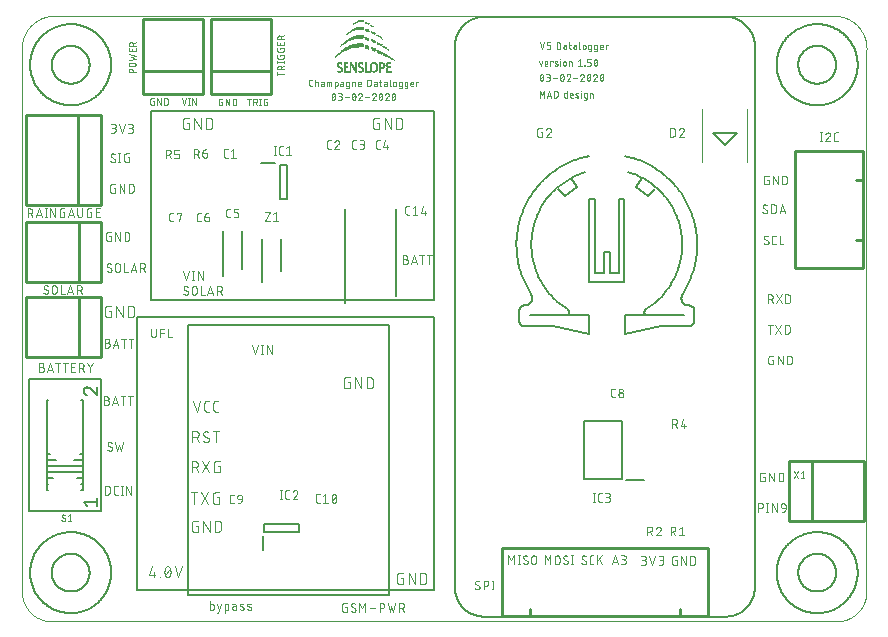
<source format=gbr>
G04 EAGLE Gerber RS-274X export*
G75*
%MOMM*%
%FSLAX34Y34*%
%LPD*%
%INSilkscreen Top*%
%IPPOS*%
%AMOC8*
5,1,8,0,0,1.08239X$1,22.5*%
G01*
%ADD10C,0.050800*%
%ADD11C,0.076200*%
%ADD12C,0.200000*%
%ADD13C,0.152400*%
%ADD14C,0.101600*%
%ADD15C,0.254000*%
%ADD16C,0.127000*%
%ADD17C,0.203200*%
%ADD18R,0.076200X0.025400*%
%ADD19R,0.254000X0.025400*%
%ADD20R,0.431800X0.025400*%
%ADD21R,0.127000X0.025400*%
%ADD22R,0.228600X0.025400*%
%ADD23R,0.101600X0.025400*%
%ADD24R,0.355600X0.025400*%
%ADD25R,0.152400X0.025400*%
%ADD26R,0.330200X0.025400*%
%ADD27R,0.381000X0.025400*%
%ADD28R,0.177800X0.025400*%
%ADD29R,0.203200X0.025400*%
%ADD30R,0.406400X0.025400*%
%ADD31R,0.457200X0.025400*%
%ADD32R,0.279400X0.025400*%
%ADD33R,0.025400X0.025400*%
%ADD34R,0.050800X0.025400*%
%ADD35R,0.304800X0.025400*%
%ADD36R,0.508000X0.025400*%
%ADD37R,0.558800X0.025400*%
%ADD38R,0.609600X0.025400*%
%ADD39R,0.660400X0.025400*%
%ADD40R,0.787400X0.025400*%
%ADD41R,0.939800X0.025400*%
%ADD42R,1.346200X0.025400*%
%ADD43R,1.295400X0.025400*%
%ADD44R,1.244600X0.025400*%
%ADD45R,1.193800X0.025400*%
%ADD46R,1.143000X0.025400*%
%ADD47R,1.066800X0.025400*%
%ADD48R,0.990600X0.025400*%
%ADD49R,0.914400X0.025400*%
%ADD50R,0.838200X0.025400*%
%ADD51R,0.736600X0.025400*%
%ADD52R,0.584200X0.025400*%
%ADD53R,1.092200X0.025400*%
%ADD54R,1.041400X0.025400*%
%ADD55R,0.889000X0.025400*%
%ADD56R,0.812800X0.025400*%
%ADD57R,0.635000X0.025400*%
%ADD58R,0.482600X0.025400*%


D10*
X110631Y439222D02*
X111562Y439222D01*
X111562Y436118D01*
X109700Y436118D01*
X109630Y436120D01*
X109561Y436126D01*
X109492Y436136D01*
X109424Y436149D01*
X109356Y436167D01*
X109290Y436188D01*
X109225Y436213D01*
X109161Y436241D01*
X109099Y436273D01*
X109039Y436308D01*
X108981Y436347D01*
X108926Y436389D01*
X108872Y436434D01*
X108822Y436482D01*
X108774Y436532D01*
X108729Y436586D01*
X108687Y436641D01*
X108648Y436699D01*
X108613Y436759D01*
X108581Y436821D01*
X108553Y436885D01*
X108528Y436950D01*
X108507Y437016D01*
X108489Y437084D01*
X108476Y437152D01*
X108466Y437221D01*
X108460Y437290D01*
X108458Y437360D01*
X108458Y440464D01*
X108460Y440534D01*
X108466Y440603D01*
X108476Y440672D01*
X108489Y440740D01*
X108507Y440808D01*
X108528Y440874D01*
X108553Y440939D01*
X108581Y441003D01*
X108613Y441065D01*
X108648Y441125D01*
X108687Y441183D01*
X108729Y441238D01*
X108774Y441292D01*
X108822Y441342D01*
X108872Y441390D01*
X108926Y441435D01*
X108981Y441477D01*
X109039Y441516D01*
X109099Y441551D01*
X109161Y441583D01*
X109225Y441611D01*
X109290Y441636D01*
X109356Y441657D01*
X109424Y441675D01*
X109492Y441688D01*
X109561Y441698D01*
X109630Y441704D01*
X109700Y441706D01*
X111562Y441706D01*
X114310Y441706D02*
X114310Y436118D01*
X117415Y436118D02*
X114310Y441706D01*
X117415Y441706D02*
X117415Y436118D01*
X120162Y436118D02*
X120162Y441706D01*
X121714Y441706D01*
X121790Y441704D01*
X121866Y441699D01*
X121942Y441689D01*
X122017Y441676D01*
X122091Y441659D01*
X122165Y441639D01*
X122237Y441615D01*
X122308Y441588D01*
X122378Y441557D01*
X122446Y441523D01*
X122512Y441485D01*
X122576Y441444D01*
X122639Y441401D01*
X122699Y441354D01*
X122756Y441304D01*
X122811Y441251D01*
X122864Y441196D01*
X122914Y441139D01*
X122961Y441079D01*
X123004Y441016D01*
X123045Y440952D01*
X123083Y440886D01*
X123117Y440818D01*
X123148Y440748D01*
X123175Y440677D01*
X123199Y440604D01*
X123219Y440531D01*
X123236Y440457D01*
X123249Y440382D01*
X123259Y440306D01*
X123264Y440230D01*
X123266Y440154D01*
X123267Y440154D02*
X123267Y437670D01*
X123266Y437670D02*
X123264Y437591D01*
X123258Y437513D01*
X123248Y437435D01*
X123234Y437358D01*
X123216Y437281D01*
X123195Y437205D01*
X123169Y437131D01*
X123140Y437058D01*
X123107Y436987D01*
X123071Y436917D01*
X123031Y436849D01*
X122988Y436783D01*
X122941Y436720D01*
X122892Y436659D01*
X122839Y436601D01*
X122783Y436545D01*
X122725Y436492D01*
X122664Y436443D01*
X122601Y436396D01*
X122535Y436353D01*
X122467Y436313D01*
X122398Y436277D01*
X122326Y436244D01*
X122253Y436215D01*
X122179Y436189D01*
X122103Y436168D01*
X122026Y436150D01*
X121949Y436136D01*
X121871Y436126D01*
X121793Y436120D01*
X121714Y436118D01*
X120162Y436118D01*
X134874Y441706D02*
X136737Y436118D01*
X138599Y441706D01*
X141126Y441706D02*
X141126Y436118D01*
X140505Y436118D02*
X141747Y436118D01*
X141747Y441706D02*
X140505Y441706D01*
X144146Y441706D02*
X144146Y436118D01*
X147250Y436118D02*
X144146Y441706D01*
X147250Y441706D02*
X147250Y436118D01*
X191798Y435610D02*
X191798Y441198D01*
X190246Y441198D02*
X193350Y441198D01*
X195586Y441198D02*
X195586Y435610D01*
X195586Y441198D02*
X197138Y441198D01*
X197215Y441196D01*
X197293Y441190D01*
X197369Y441181D01*
X197446Y441167D01*
X197521Y441150D01*
X197595Y441129D01*
X197669Y441104D01*
X197741Y441076D01*
X197811Y441044D01*
X197880Y441009D01*
X197947Y440970D01*
X198012Y440928D01*
X198075Y440883D01*
X198136Y440835D01*
X198194Y440784D01*
X198249Y440730D01*
X198302Y440673D01*
X198351Y440614D01*
X198398Y440552D01*
X198442Y440488D01*
X198482Y440422D01*
X198519Y440354D01*
X198553Y440284D01*
X198583Y440213D01*
X198609Y440140D01*
X198632Y440066D01*
X198651Y439991D01*
X198666Y439916D01*
X198678Y439839D01*
X198686Y439762D01*
X198690Y439685D01*
X198690Y439607D01*
X198686Y439530D01*
X198678Y439453D01*
X198666Y439376D01*
X198651Y439301D01*
X198632Y439226D01*
X198609Y439152D01*
X198583Y439079D01*
X198553Y439008D01*
X198519Y438938D01*
X198482Y438870D01*
X198442Y438804D01*
X198398Y438740D01*
X198351Y438678D01*
X198302Y438619D01*
X198249Y438562D01*
X198194Y438508D01*
X198136Y438457D01*
X198075Y438409D01*
X198012Y438364D01*
X197947Y438322D01*
X197880Y438283D01*
X197811Y438248D01*
X197741Y438216D01*
X197669Y438188D01*
X197595Y438163D01*
X197521Y438142D01*
X197446Y438125D01*
X197369Y438111D01*
X197293Y438102D01*
X197215Y438096D01*
X197138Y438094D01*
X195586Y438094D01*
X197448Y438094D02*
X198690Y435610D01*
X201491Y435610D02*
X201491Y441198D01*
X200870Y435610D02*
X202112Y435610D01*
X202112Y441198D02*
X200870Y441198D01*
X206684Y438714D02*
X207615Y438714D01*
X207615Y435610D01*
X205752Y435610D01*
X205682Y435612D01*
X205613Y435618D01*
X205544Y435628D01*
X205476Y435641D01*
X205408Y435659D01*
X205342Y435680D01*
X205277Y435705D01*
X205213Y435733D01*
X205151Y435765D01*
X205091Y435800D01*
X205033Y435839D01*
X204978Y435881D01*
X204924Y435926D01*
X204874Y435974D01*
X204826Y436024D01*
X204781Y436078D01*
X204739Y436133D01*
X204700Y436191D01*
X204665Y436251D01*
X204633Y436313D01*
X204605Y436377D01*
X204580Y436442D01*
X204559Y436508D01*
X204541Y436576D01*
X204528Y436644D01*
X204518Y436713D01*
X204512Y436782D01*
X204510Y436852D01*
X204511Y436852D02*
X204511Y439956D01*
X204510Y439956D02*
X204512Y440026D01*
X204518Y440095D01*
X204528Y440164D01*
X204541Y440232D01*
X204559Y440300D01*
X204580Y440366D01*
X204605Y440431D01*
X204633Y440495D01*
X204665Y440557D01*
X204700Y440617D01*
X204739Y440675D01*
X204781Y440730D01*
X204826Y440784D01*
X204874Y440834D01*
X204924Y440882D01*
X204978Y440927D01*
X205033Y440969D01*
X205091Y441008D01*
X205151Y441043D01*
X205213Y441075D01*
X205277Y441103D01*
X205342Y441128D01*
X205408Y441149D01*
X205476Y441167D01*
X205544Y441180D01*
X205613Y441190D01*
X205682Y441196D01*
X205752Y441198D01*
X207615Y441198D01*
X169474Y438714D02*
X168543Y438714D01*
X169474Y438714D02*
X169474Y435610D01*
X167612Y435610D01*
X167542Y435612D01*
X167473Y435618D01*
X167404Y435628D01*
X167336Y435641D01*
X167268Y435659D01*
X167202Y435680D01*
X167137Y435705D01*
X167073Y435733D01*
X167011Y435765D01*
X166951Y435800D01*
X166893Y435839D01*
X166838Y435881D01*
X166784Y435926D01*
X166734Y435974D01*
X166686Y436024D01*
X166641Y436078D01*
X166599Y436133D01*
X166560Y436191D01*
X166525Y436251D01*
X166493Y436313D01*
X166465Y436377D01*
X166440Y436442D01*
X166419Y436508D01*
X166401Y436576D01*
X166388Y436644D01*
X166378Y436713D01*
X166372Y436782D01*
X166370Y436852D01*
X166370Y439956D01*
X166372Y440026D01*
X166378Y440095D01*
X166388Y440164D01*
X166401Y440232D01*
X166419Y440300D01*
X166440Y440366D01*
X166465Y440431D01*
X166493Y440495D01*
X166525Y440557D01*
X166560Y440617D01*
X166599Y440675D01*
X166641Y440730D01*
X166686Y440784D01*
X166734Y440834D01*
X166784Y440882D01*
X166838Y440927D01*
X166893Y440969D01*
X166951Y441008D01*
X167011Y441043D01*
X167073Y441075D01*
X167137Y441103D01*
X167202Y441128D01*
X167268Y441149D01*
X167336Y441167D01*
X167404Y441180D01*
X167473Y441190D01*
X167542Y441196D01*
X167612Y441198D01*
X169474Y441198D01*
X172222Y441198D02*
X172222Y435610D01*
X175327Y435610D02*
X172222Y441198D01*
X175327Y441198D02*
X175327Y435610D01*
X178074Y435610D02*
X178074Y441198D01*
X179626Y441198D01*
X179702Y441196D01*
X179778Y441191D01*
X179854Y441181D01*
X179929Y441168D01*
X180003Y441151D01*
X180077Y441131D01*
X180149Y441107D01*
X180220Y441080D01*
X180290Y441049D01*
X180358Y441015D01*
X180424Y440977D01*
X180488Y440936D01*
X180551Y440893D01*
X180611Y440846D01*
X180668Y440796D01*
X180723Y440743D01*
X180776Y440688D01*
X180826Y440631D01*
X180873Y440571D01*
X180916Y440508D01*
X180957Y440444D01*
X180995Y440378D01*
X181029Y440310D01*
X181060Y440240D01*
X181087Y440169D01*
X181111Y440096D01*
X181131Y440023D01*
X181148Y439949D01*
X181161Y439874D01*
X181171Y439798D01*
X181176Y439722D01*
X181178Y439646D01*
X181179Y439646D02*
X181179Y437162D01*
X181178Y437162D02*
X181176Y437083D01*
X181170Y437005D01*
X181160Y436927D01*
X181146Y436850D01*
X181128Y436773D01*
X181107Y436697D01*
X181081Y436623D01*
X181052Y436550D01*
X181019Y436479D01*
X180983Y436409D01*
X180943Y436341D01*
X180900Y436275D01*
X180853Y436212D01*
X180804Y436151D01*
X180751Y436093D01*
X180695Y436037D01*
X180637Y435984D01*
X180576Y435935D01*
X180513Y435888D01*
X180447Y435845D01*
X180379Y435805D01*
X180310Y435769D01*
X180238Y435736D01*
X180165Y435707D01*
X180091Y435681D01*
X180015Y435660D01*
X179938Y435642D01*
X179861Y435628D01*
X179783Y435618D01*
X179705Y435612D01*
X179626Y435610D01*
X178074Y435610D01*
D11*
X78641Y365661D02*
X77414Y365661D01*
X78641Y365661D02*
X78641Y361569D01*
X76186Y361569D01*
X76108Y361571D01*
X76030Y361576D01*
X75953Y361586D01*
X75876Y361599D01*
X75800Y361615D01*
X75725Y361635D01*
X75651Y361659D01*
X75578Y361686D01*
X75506Y361717D01*
X75436Y361751D01*
X75368Y361788D01*
X75301Y361829D01*
X75236Y361873D01*
X75174Y361919D01*
X75114Y361969D01*
X75056Y362021D01*
X75001Y362076D01*
X74949Y362134D01*
X74899Y362194D01*
X74853Y362256D01*
X74809Y362321D01*
X74768Y362388D01*
X74731Y362456D01*
X74697Y362526D01*
X74666Y362598D01*
X74639Y362671D01*
X74615Y362745D01*
X74595Y362820D01*
X74579Y362896D01*
X74566Y362973D01*
X74556Y363050D01*
X74551Y363128D01*
X74549Y363206D01*
X74549Y367298D01*
X74551Y367378D01*
X74557Y367458D01*
X74567Y367538D01*
X74580Y367617D01*
X74598Y367696D01*
X74619Y367773D01*
X74645Y367849D01*
X74674Y367924D01*
X74706Y367998D01*
X74742Y368070D01*
X74782Y368140D01*
X74825Y368207D01*
X74871Y368273D01*
X74921Y368336D01*
X74973Y368397D01*
X75028Y368456D01*
X75087Y368511D01*
X75147Y368563D01*
X75211Y368613D01*
X75277Y368659D01*
X75344Y368702D01*
X75414Y368742D01*
X75486Y368778D01*
X75560Y368810D01*
X75634Y368839D01*
X75711Y368865D01*
X75788Y368886D01*
X75867Y368904D01*
X75946Y368917D01*
X76026Y368927D01*
X76106Y368933D01*
X76186Y368935D01*
X78641Y368935D01*
X82352Y368935D02*
X82352Y361569D01*
X86444Y361569D02*
X82352Y368935D01*
X86444Y368935D02*
X86444Y361569D01*
X90155Y361569D02*
X90155Y368935D01*
X92201Y368935D01*
X92290Y368933D01*
X92379Y368927D01*
X92468Y368917D01*
X92556Y368904D01*
X92644Y368887D01*
X92731Y368865D01*
X92816Y368840D01*
X92901Y368812D01*
X92984Y368779D01*
X93066Y368743D01*
X93146Y368704D01*
X93224Y368661D01*
X93300Y368615D01*
X93375Y368565D01*
X93447Y368512D01*
X93516Y368456D01*
X93583Y368397D01*
X93648Y368336D01*
X93709Y368271D01*
X93768Y368204D01*
X93824Y368135D01*
X93877Y368063D01*
X93927Y367988D01*
X93973Y367912D01*
X94016Y367834D01*
X94055Y367754D01*
X94091Y367672D01*
X94124Y367589D01*
X94152Y367504D01*
X94177Y367419D01*
X94199Y367332D01*
X94216Y367244D01*
X94229Y367156D01*
X94239Y367067D01*
X94245Y366978D01*
X94247Y366889D01*
X94247Y363615D01*
X94245Y363526D01*
X94239Y363437D01*
X94229Y363348D01*
X94216Y363260D01*
X94199Y363172D01*
X94177Y363085D01*
X94152Y363000D01*
X94124Y362915D01*
X94091Y362832D01*
X94055Y362750D01*
X94016Y362670D01*
X93973Y362592D01*
X93927Y362516D01*
X93877Y362441D01*
X93824Y362369D01*
X93768Y362300D01*
X93709Y362233D01*
X93648Y362168D01*
X93583Y362107D01*
X93516Y362048D01*
X93447Y361992D01*
X93375Y361939D01*
X93300Y361889D01*
X93224Y361843D01*
X93146Y361800D01*
X93066Y361761D01*
X92984Y361725D01*
X92901Y361692D01*
X92816Y361664D01*
X92731Y361639D01*
X92644Y361617D01*
X92556Y361600D01*
X92468Y361587D01*
X92379Y361577D01*
X92290Y361571D01*
X92201Y361569D01*
X90155Y361569D01*
X75085Y325021D02*
X73858Y325021D01*
X75085Y325021D02*
X75085Y320929D01*
X72630Y320929D01*
X72552Y320931D01*
X72474Y320936D01*
X72397Y320946D01*
X72320Y320959D01*
X72244Y320975D01*
X72169Y320995D01*
X72095Y321019D01*
X72022Y321046D01*
X71950Y321077D01*
X71880Y321111D01*
X71812Y321148D01*
X71745Y321189D01*
X71680Y321233D01*
X71618Y321279D01*
X71558Y321329D01*
X71500Y321381D01*
X71445Y321436D01*
X71393Y321494D01*
X71343Y321554D01*
X71297Y321616D01*
X71253Y321681D01*
X71212Y321748D01*
X71175Y321816D01*
X71141Y321886D01*
X71110Y321958D01*
X71083Y322031D01*
X71059Y322105D01*
X71039Y322180D01*
X71023Y322256D01*
X71010Y322333D01*
X71000Y322410D01*
X70995Y322488D01*
X70993Y322566D01*
X70993Y326658D01*
X70995Y326738D01*
X71001Y326818D01*
X71011Y326898D01*
X71024Y326977D01*
X71042Y327056D01*
X71063Y327133D01*
X71089Y327209D01*
X71118Y327284D01*
X71150Y327358D01*
X71186Y327430D01*
X71226Y327500D01*
X71269Y327567D01*
X71315Y327633D01*
X71365Y327696D01*
X71417Y327757D01*
X71472Y327816D01*
X71531Y327871D01*
X71591Y327923D01*
X71655Y327973D01*
X71721Y328019D01*
X71788Y328062D01*
X71858Y328102D01*
X71930Y328138D01*
X72004Y328170D01*
X72078Y328199D01*
X72155Y328225D01*
X72232Y328246D01*
X72311Y328264D01*
X72390Y328277D01*
X72470Y328287D01*
X72550Y328293D01*
X72630Y328295D01*
X75085Y328295D01*
X78796Y328295D02*
X78796Y320929D01*
X82888Y320929D02*
X78796Y328295D01*
X82888Y328295D02*
X82888Y320929D01*
X86599Y320929D02*
X86599Y328295D01*
X88645Y328295D01*
X88734Y328293D01*
X88823Y328287D01*
X88912Y328277D01*
X89000Y328264D01*
X89088Y328247D01*
X89175Y328225D01*
X89260Y328200D01*
X89345Y328172D01*
X89428Y328139D01*
X89510Y328103D01*
X89590Y328064D01*
X89668Y328021D01*
X89744Y327975D01*
X89819Y327925D01*
X89891Y327872D01*
X89960Y327816D01*
X90027Y327757D01*
X90092Y327696D01*
X90153Y327631D01*
X90212Y327564D01*
X90268Y327495D01*
X90321Y327423D01*
X90371Y327348D01*
X90417Y327272D01*
X90460Y327194D01*
X90499Y327114D01*
X90535Y327032D01*
X90568Y326949D01*
X90596Y326864D01*
X90621Y326779D01*
X90643Y326692D01*
X90660Y326604D01*
X90673Y326516D01*
X90683Y326427D01*
X90689Y326338D01*
X90691Y326249D01*
X90691Y322975D01*
X90689Y322886D01*
X90683Y322797D01*
X90673Y322708D01*
X90660Y322620D01*
X90643Y322532D01*
X90621Y322445D01*
X90596Y322360D01*
X90568Y322275D01*
X90535Y322192D01*
X90499Y322110D01*
X90460Y322030D01*
X90417Y321952D01*
X90371Y321876D01*
X90321Y321801D01*
X90268Y321729D01*
X90212Y321660D01*
X90153Y321593D01*
X90092Y321528D01*
X90027Y321467D01*
X89960Y321408D01*
X89891Y321352D01*
X89819Y321299D01*
X89744Y321249D01*
X89668Y321203D01*
X89590Y321160D01*
X89510Y321121D01*
X89428Y321085D01*
X89345Y321052D01*
X89260Y321024D01*
X89175Y320999D01*
X89088Y320977D01*
X89000Y320960D01*
X88912Y320947D01*
X88823Y320937D01*
X88734Y320931D01*
X88645Y320929D01*
X86599Y320929D01*
X75198Y261634D02*
X73632Y261634D01*
X75198Y261634D02*
X75198Y256413D01*
X72065Y256413D01*
X71976Y256415D01*
X71888Y256421D01*
X71800Y256430D01*
X71712Y256443D01*
X71625Y256460D01*
X71539Y256480D01*
X71454Y256505D01*
X71369Y256532D01*
X71286Y256564D01*
X71205Y256598D01*
X71125Y256637D01*
X71047Y256678D01*
X70970Y256723D01*
X70896Y256771D01*
X70823Y256822D01*
X70753Y256876D01*
X70686Y256934D01*
X70620Y256994D01*
X70558Y257056D01*
X70498Y257122D01*
X70440Y257189D01*
X70386Y257259D01*
X70335Y257332D01*
X70287Y257406D01*
X70242Y257483D01*
X70201Y257561D01*
X70162Y257641D01*
X70128Y257722D01*
X70096Y257805D01*
X70069Y257890D01*
X70044Y257975D01*
X70024Y258061D01*
X70007Y258148D01*
X69994Y258236D01*
X69985Y258324D01*
X69979Y258412D01*
X69977Y258501D01*
X69977Y263723D01*
X69979Y263814D01*
X69985Y263905D01*
X69995Y263996D01*
X70009Y264086D01*
X70026Y264175D01*
X70048Y264263D01*
X70074Y264351D01*
X70103Y264437D01*
X70136Y264522D01*
X70173Y264605D01*
X70213Y264687D01*
X70257Y264767D01*
X70304Y264845D01*
X70355Y264921D01*
X70408Y264994D01*
X70465Y265065D01*
X70526Y265134D01*
X70589Y265199D01*
X70654Y265262D01*
X70723Y265322D01*
X70794Y265380D01*
X70867Y265433D01*
X70943Y265484D01*
X71021Y265531D01*
X71101Y265575D01*
X71183Y265615D01*
X71266Y265652D01*
X71351Y265685D01*
X71437Y265714D01*
X71525Y265740D01*
X71613Y265762D01*
X71702Y265779D01*
X71792Y265793D01*
X71883Y265803D01*
X71974Y265809D01*
X72065Y265811D01*
X75198Y265811D01*
X79731Y265811D02*
X79731Y256413D01*
X84952Y256413D02*
X79731Y265811D01*
X84952Y265811D02*
X84952Y256413D01*
X89484Y256413D02*
X89484Y265811D01*
X92095Y265811D01*
X92195Y265809D01*
X92295Y265803D01*
X92394Y265794D01*
X92494Y265780D01*
X92592Y265763D01*
X92690Y265742D01*
X92787Y265718D01*
X92883Y265689D01*
X92978Y265657D01*
X93071Y265622D01*
X93163Y265583D01*
X93254Y265540D01*
X93342Y265494D01*
X93429Y265444D01*
X93514Y265392D01*
X93597Y265336D01*
X93678Y265277D01*
X93756Y265214D01*
X93832Y265149D01*
X93906Y265081D01*
X93976Y265011D01*
X94044Y264937D01*
X94109Y264861D01*
X94172Y264783D01*
X94231Y264702D01*
X94287Y264619D01*
X94339Y264534D01*
X94389Y264447D01*
X94435Y264359D01*
X94478Y264268D01*
X94517Y264176D01*
X94552Y264083D01*
X94584Y263988D01*
X94613Y263892D01*
X94637Y263795D01*
X94658Y263697D01*
X94675Y263599D01*
X94689Y263499D01*
X94698Y263400D01*
X94704Y263300D01*
X94706Y263200D01*
X94705Y263200D02*
X94705Y259024D01*
X94706Y259024D02*
X94704Y258924D01*
X94698Y258824D01*
X94689Y258725D01*
X94675Y258625D01*
X94658Y258527D01*
X94637Y258429D01*
X94613Y258332D01*
X94584Y258236D01*
X94552Y258141D01*
X94517Y258048D01*
X94478Y257956D01*
X94435Y257865D01*
X94389Y257777D01*
X94339Y257690D01*
X94287Y257605D01*
X94231Y257522D01*
X94172Y257441D01*
X94109Y257363D01*
X94044Y257287D01*
X93976Y257213D01*
X93906Y257143D01*
X93832Y257075D01*
X93756Y257010D01*
X93678Y256947D01*
X93597Y256888D01*
X93514Y256832D01*
X93429Y256780D01*
X93342Y256730D01*
X93254Y256684D01*
X93163Y256641D01*
X93071Y256602D01*
X92978Y256567D01*
X92883Y256535D01*
X92787Y256506D01*
X92690Y256482D01*
X92592Y256461D01*
X92494Y256444D01*
X92394Y256430D01*
X92295Y256421D01*
X92195Y256415D01*
X92095Y256413D01*
X89484Y256413D01*
X72023Y234597D02*
X69977Y234597D01*
X72023Y234597D02*
X72112Y234595D01*
X72201Y234589D01*
X72290Y234579D01*
X72378Y234566D01*
X72466Y234549D01*
X72553Y234527D01*
X72638Y234502D01*
X72723Y234474D01*
X72806Y234441D01*
X72888Y234405D01*
X72968Y234366D01*
X73046Y234323D01*
X73122Y234277D01*
X73197Y234227D01*
X73269Y234174D01*
X73338Y234118D01*
X73405Y234059D01*
X73470Y233998D01*
X73531Y233933D01*
X73590Y233866D01*
X73646Y233797D01*
X73699Y233725D01*
X73749Y233650D01*
X73795Y233574D01*
X73838Y233496D01*
X73877Y233416D01*
X73913Y233334D01*
X73946Y233251D01*
X73974Y233166D01*
X73999Y233081D01*
X74021Y232994D01*
X74038Y232906D01*
X74051Y232818D01*
X74061Y232729D01*
X74067Y232640D01*
X74069Y232551D01*
X74067Y232462D01*
X74061Y232373D01*
X74051Y232284D01*
X74038Y232196D01*
X74021Y232108D01*
X73999Y232021D01*
X73974Y231936D01*
X73946Y231851D01*
X73913Y231768D01*
X73877Y231686D01*
X73838Y231606D01*
X73795Y231528D01*
X73749Y231452D01*
X73699Y231377D01*
X73646Y231305D01*
X73590Y231236D01*
X73531Y231169D01*
X73470Y231104D01*
X73405Y231043D01*
X73338Y230984D01*
X73269Y230928D01*
X73197Y230875D01*
X73122Y230825D01*
X73046Y230779D01*
X72968Y230736D01*
X72888Y230697D01*
X72806Y230661D01*
X72723Y230628D01*
X72638Y230600D01*
X72553Y230575D01*
X72466Y230553D01*
X72378Y230536D01*
X72290Y230523D01*
X72201Y230513D01*
X72112Y230507D01*
X72023Y230505D01*
X69977Y230505D01*
X69977Y237871D01*
X72023Y237871D01*
X72102Y237869D01*
X72181Y237863D01*
X72260Y237854D01*
X72338Y237841D01*
X72415Y237823D01*
X72491Y237803D01*
X72566Y237778D01*
X72640Y237750D01*
X72713Y237719D01*
X72784Y237683D01*
X72853Y237645D01*
X72920Y237603D01*
X72985Y237558D01*
X73048Y237510D01*
X73109Y237459D01*
X73166Y237405D01*
X73222Y237349D01*
X73274Y237290D01*
X73324Y237228D01*
X73370Y237164D01*
X73414Y237098D01*
X73454Y237030D01*
X73490Y236960D01*
X73524Y236888D01*
X73554Y236814D01*
X73580Y236740D01*
X73603Y236664D01*
X73621Y236587D01*
X73637Y236510D01*
X73648Y236431D01*
X73656Y236353D01*
X73660Y236274D01*
X73660Y236194D01*
X73656Y236115D01*
X73648Y236037D01*
X73637Y235958D01*
X73621Y235881D01*
X73603Y235804D01*
X73580Y235728D01*
X73554Y235654D01*
X73524Y235580D01*
X73490Y235508D01*
X73454Y235438D01*
X73414Y235370D01*
X73370Y235304D01*
X73324Y235240D01*
X73274Y235178D01*
X73222Y235119D01*
X73166Y235063D01*
X73109Y235009D01*
X73048Y234958D01*
X72985Y234910D01*
X72920Y234865D01*
X72853Y234823D01*
X72784Y234785D01*
X72713Y234749D01*
X72640Y234718D01*
X72566Y234690D01*
X72491Y234665D01*
X72415Y234645D01*
X72338Y234627D01*
X72260Y234614D01*
X72181Y234605D01*
X72102Y234599D01*
X72023Y234597D01*
X76521Y230505D02*
X78977Y237871D01*
X81432Y230505D01*
X80818Y232347D02*
X77135Y232347D01*
X85804Y230505D02*
X85804Y237871D01*
X83758Y237871D02*
X87850Y237871D01*
X92144Y237871D02*
X92144Y230505D01*
X90098Y237871D02*
X94190Y237871D01*
X73956Y294513D02*
X74034Y294515D01*
X74112Y294520D01*
X74189Y294530D01*
X74266Y294543D01*
X74342Y294559D01*
X74417Y294579D01*
X74491Y294603D01*
X74564Y294630D01*
X74636Y294661D01*
X74706Y294695D01*
X74775Y294732D01*
X74841Y294773D01*
X74906Y294817D01*
X74968Y294863D01*
X75028Y294913D01*
X75086Y294965D01*
X75141Y295020D01*
X75193Y295078D01*
X75243Y295138D01*
X75289Y295200D01*
X75333Y295265D01*
X75374Y295332D01*
X75411Y295400D01*
X75445Y295470D01*
X75476Y295542D01*
X75503Y295615D01*
X75527Y295689D01*
X75547Y295764D01*
X75563Y295840D01*
X75576Y295917D01*
X75586Y295994D01*
X75591Y296072D01*
X75593Y296150D01*
X73956Y294513D02*
X73842Y294515D01*
X73729Y294520D01*
X73615Y294530D01*
X73502Y294543D01*
X73390Y294560D01*
X73278Y294580D01*
X73167Y294604D01*
X73056Y294632D01*
X72947Y294663D01*
X72839Y294698D01*
X72732Y294737D01*
X72626Y294779D01*
X72522Y294824D01*
X72419Y294873D01*
X72318Y294926D01*
X72219Y294981D01*
X72121Y295040D01*
X72026Y295102D01*
X71933Y295167D01*
X71841Y295235D01*
X71753Y295306D01*
X71666Y295380D01*
X71582Y295457D01*
X71501Y295536D01*
X71705Y300242D02*
X71707Y300320D01*
X71712Y300398D01*
X71722Y300475D01*
X71735Y300552D01*
X71751Y300628D01*
X71771Y300703D01*
X71795Y300777D01*
X71822Y300850D01*
X71853Y300922D01*
X71887Y300992D01*
X71924Y301061D01*
X71965Y301127D01*
X72009Y301192D01*
X72055Y301254D01*
X72105Y301314D01*
X72157Y301372D01*
X72212Y301427D01*
X72270Y301479D01*
X72330Y301529D01*
X72392Y301575D01*
X72457Y301619D01*
X72524Y301660D01*
X72592Y301697D01*
X72662Y301731D01*
X72734Y301762D01*
X72807Y301789D01*
X72881Y301813D01*
X72956Y301833D01*
X73032Y301849D01*
X73109Y301862D01*
X73186Y301872D01*
X73264Y301877D01*
X73342Y301879D01*
X73452Y301877D01*
X73561Y301871D01*
X73671Y301861D01*
X73779Y301848D01*
X73888Y301830D01*
X73995Y301809D01*
X74102Y301783D01*
X74208Y301754D01*
X74313Y301722D01*
X74416Y301685D01*
X74518Y301645D01*
X74619Y301601D01*
X74718Y301553D01*
X74815Y301503D01*
X74910Y301448D01*
X75003Y301390D01*
X75094Y301329D01*
X75183Y301265D01*
X72524Y298809D02*
X72457Y298851D01*
X72392Y298895D01*
X72330Y298943D01*
X72270Y298993D01*
X72212Y299046D01*
X72157Y299102D01*
X72105Y299161D01*
X72055Y299221D01*
X72008Y299285D01*
X71965Y299350D01*
X71924Y299417D01*
X71887Y299486D01*
X71853Y299557D01*
X71822Y299629D01*
X71795Y299703D01*
X71771Y299777D01*
X71751Y299853D01*
X71735Y299930D01*
X71722Y300007D01*
X71712Y300085D01*
X71707Y300164D01*
X71705Y300242D01*
X74775Y297582D02*
X74841Y297540D01*
X74906Y297496D01*
X74968Y297449D01*
X75028Y297398D01*
X75086Y297345D01*
X75141Y297289D01*
X75194Y297231D01*
X75243Y297170D01*
X75290Y297107D01*
X75333Y297042D01*
X75374Y296975D01*
X75411Y296906D01*
X75445Y296835D01*
X75476Y296763D01*
X75503Y296689D01*
X75527Y296614D01*
X75547Y296539D01*
X75563Y296462D01*
X75576Y296385D01*
X75586Y296307D01*
X75591Y296228D01*
X75593Y296150D01*
X74775Y297582D02*
X72524Y298810D01*
X78572Y299833D02*
X78572Y296559D01*
X78572Y299833D02*
X78574Y299922D01*
X78580Y300011D01*
X78590Y300100D01*
X78603Y300188D01*
X78620Y300276D01*
X78642Y300363D01*
X78667Y300448D01*
X78695Y300533D01*
X78728Y300616D01*
X78764Y300698D01*
X78803Y300778D01*
X78846Y300856D01*
X78892Y300932D01*
X78942Y301007D01*
X78995Y301079D01*
X79051Y301148D01*
X79110Y301215D01*
X79171Y301280D01*
X79236Y301341D01*
X79303Y301400D01*
X79372Y301456D01*
X79444Y301509D01*
X79519Y301559D01*
X79595Y301605D01*
X79673Y301648D01*
X79753Y301687D01*
X79835Y301723D01*
X79918Y301756D01*
X80003Y301784D01*
X80088Y301809D01*
X80175Y301831D01*
X80263Y301848D01*
X80351Y301861D01*
X80440Y301871D01*
X80529Y301877D01*
X80618Y301879D01*
X80707Y301877D01*
X80796Y301871D01*
X80885Y301861D01*
X80973Y301848D01*
X81061Y301831D01*
X81148Y301809D01*
X81233Y301784D01*
X81318Y301756D01*
X81401Y301723D01*
X81483Y301687D01*
X81563Y301648D01*
X81641Y301605D01*
X81717Y301559D01*
X81792Y301509D01*
X81864Y301456D01*
X81933Y301400D01*
X82000Y301341D01*
X82065Y301280D01*
X82126Y301215D01*
X82185Y301148D01*
X82241Y301079D01*
X82294Y301007D01*
X82344Y300932D01*
X82390Y300856D01*
X82433Y300778D01*
X82472Y300698D01*
X82508Y300616D01*
X82541Y300533D01*
X82569Y300448D01*
X82594Y300363D01*
X82616Y300276D01*
X82633Y300188D01*
X82646Y300100D01*
X82656Y300011D01*
X82662Y299922D01*
X82664Y299833D01*
X82665Y299833D02*
X82665Y296559D01*
X82664Y296559D02*
X82662Y296470D01*
X82656Y296381D01*
X82646Y296292D01*
X82633Y296204D01*
X82616Y296116D01*
X82594Y296029D01*
X82569Y295944D01*
X82541Y295859D01*
X82508Y295776D01*
X82472Y295694D01*
X82433Y295614D01*
X82390Y295536D01*
X82344Y295460D01*
X82294Y295385D01*
X82241Y295313D01*
X82185Y295244D01*
X82126Y295177D01*
X82065Y295112D01*
X82000Y295051D01*
X81933Y294992D01*
X81864Y294936D01*
X81792Y294883D01*
X81717Y294833D01*
X81641Y294787D01*
X81563Y294744D01*
X81483Y294705D01*
X81401Y294669D01*
X81318Y294636D01*
X81233Y294608D01*
X81148Y294583D01*
X81061Y294561D01*
X80973Y294544D01*
X80885Y294531D01*
X80796Y294521D01*
X80707Y294515D01*
X80618Y294513D01*
X80529Y294515D01*
X80440Y294521D01*
X80351Y294531D01*
X80263Y294544D01*
X80175Y294561D01*
X80088Y294583D01*
X80003Y294608D01*
X79918Y294636D01*
X79835Y294669D01*
X79753Y294705D01*
X79673Y294744D01*
X79595Y294787D01*
X79519Y294833D01*
X79444Y294883D01*
X79372Y294936D01*
X79303Y294992D01*
X79236Y295051D01*
X79171Y295112D01*
X79110Y295177D01*
X79051Y295244D01*
X78995Y295313D01*
X78942Y295385D01*
X78892Y295460D01*
X78846Y295536D01*
X78803Y295614D01*
X78764Y295694D01*
X78728Y295776D01*
X78695Y295859D01*
X78667Y295944D01*
X78642Y296029D01*
X78620Y296116D01*
X78603Y296204D01*
X78590Y296292D01*
X78580Y296381D01*
X78574Y296470D01*
X78572Y296559D01*
X86147Y294513D02*
X86147Y301879D01*
X86147Y294513D02*
X89421Y294513D01*
X91818Y294513D02*
X94273Y301879D01*
X96729Y294513D01*
X96115Y296355D02*
X92432Y296355D01*
X99838Y294513D02*
X99838Y301879D01*
X101884Y301879D01*
X101973Y301877D01*
X102062Y301871D01*
X102151Y301861D01*
X102239Y301848D01*
X102327Y301831D01*
X102414Y301809D01*
X102499Y301784D01*
X102584Y301756D01*
X102667Y301723D01*
X102749Y301687D01*
X102829Y301648D01*
X102907Y301605D01*
X102983Y301559D01*
X103058Y301509D01*
X103130Y301456D01*
X103199Y301400D01*
X103266Y301341D01*
X103331Y301280D01*
X103392Y301215D01*
X103451Y301148D01*
X103507Y301079D01*
X103560Y301007D01*
X103610Y300932D01*
X103656Y300856D01*
X103699Y300778D01*
X103738Y300698D01*
X103774Y300616D01*
X103807Y300533D01*
X103835Y300448D01*
X103860Y300363D01*
X103882Y300276D01*
X103899Y300188D01*
X103912Y300100D01*
X103922Y300011D01*
X103928Y299922D01*
X103930Y299833D01*
X103928Y299744D01*
X103922Y299655D01*
X103912Y299566D01*
X103899Y299478D01*
X103882Y299390D01*
X103860Y299303D01*
X103835Y299218D01*
X103807Y299133D01*
X103774Y299050D01*
X103738Y298968D01*
X103699Y298888D01*
X103656Y298810D01*
X103610Y298734D01*
X103560Y298659D01*
X103507Y298587D01*
X103451Y298518D01*
X103392Y298451D01*
X103331Y298386D01*
X103266Y298325D01*
X103199Y298266D01*
X103130Y298210D01*
X103058Y298157D01*
X102983Y298107D01*
X102907Y298061D01*
X102829Y298018D01*
X102749Y297979D01*
X102667Y297943D01*
X102584Y297910D01*
X102499Y297882D01*
X102414Y297857D01*
X102327Y297835D01*
X102239Y297818D01*
X102151Y297805D01*
X102062Y297795D01*
X101973Y297789D01*
X101884Y297787D01*
X99838Y297787D01*
X102293Y297787D02*
X103930Y294513D01*
X77004Y387477D02*
X77082Y387479D01*
X77160Y387484D01*
X77237Y387494D01*
X77314Y387507D01*
X77390Y387523D01*
X77465Y387543D01*
X77539Y387567D01*
X77612Y387594D01*
X77684Y387625D01*
X77754Y387659D01*
X77823Y387696D01*
X77889Y387737D01*
X77954Y387781D01*
X78016Y387827D01*
X78076Y387877D01*
X78134Y387929D01*
X78189Y387984D01*
X78241Y388042D01*
X78291Y388102D01*
X78337Y388164D01*
X78381Y388229D01*
X78422Y388296D01*
X78459Y388364D01*
X78493Y388434D01*
X78524Y388506D01*
X78551Y388579D01*
X78575Y388653D01*
X78595Y388728D01*
X78611Y388804D01*
X78624Y388881D01*
X78634Y388958D01*
X78639Y389036D01*
X78641Y389114D01*
X77004Y387477D02*
X76890Y387479D01*
X76777Y387484D01*
X76663Y387494D01*
X76550Y387507D01*
X76438Y387524D01*
X76326Y387544D01*
X76215Y387568D01*
X76104Y387596D01*
X75995Y387627D01*
X75887Y387662D01*
X75780Y387701D01*
X75674Y387743D01*
X75570Y387788D01*
X75467Y387837D01*
X75366Y387890D01*
X75267Y387945D01*
X75169Y388004D01*
X75074Y388066D01*
X74981Y388131D01*
X74889Y388199D01*
X74801Y388270D01*
X74714Y388344D01*
X74630Y388421D01*
X74549Y388500D01*
X74753Y393206D02*
X74755Y393284D01*
X74760Y393362D01*
X74770Y393439D01*
X74783Y393516D01*
X74799Y393592D01*
X74819Y393667D01*
X74843Y393741D01*
X74870Y393814D01*
X74901Y393886D01*
X74935Y393956D01*
X74972Y394025D01*
X75013Y394091D01*
X75057Y394156D01*
X75103Y394218D01*
X75153Y394278D01*
X75205Y394336D01*
X75260Y394391D01*
X75318Y394443D01*
X75378Y394493D01*
X75440Y394539D01*
X75505Y394583D01*
X75572Y394624D01*
X75640Y394661D01*
X75710Y394695D01*
X75782Y394726D01*
X75855Y394753D01*
X75929Y394777D01*
X76004Y394797D01*
X76080Y394813D01*
X76157Y394826D01*
X76234Y394836D01*
X76312Y394841D01*
X76390Y394843D01*
X76500Y394841D01*
X76609Y394835D01*
X76719Y394825D01*
X76827Y394812D01*
X76936Y394794D01*
X77043Y394773D01*
X77150Y394747D01*
X77256Y394718D01*
X77361Y394686D01*
X77464Y394649D01*
X77566Y394609D01*
X77667Y394565D01*
X77766Y394517D01*
X77863Y394467D01*
X77958Y394412D01*
X78051Y394354D01*
X78142Y394293D01*
X78231Y394229D01*
X75572Y391773D02*
X75505Y391815D01*
X75440Y391859D01*
X75378Y391907D01*
X75318Y391957D01*
X75260Y392010D01*
X75205Y392066D01*
X75153Y392125D01*
X75103Y392185D01*
X75056Y392249D01*
X75013Y392314D01*
X74972Y392381D01*
X74935Y392450D01*
X74901Y392521D01*
X74870Y392593D01*
X74843Y392667D01*
X74819Y392741D01*
X74799Y392817D01*
X74783Y392894D01*
X74770Y392971D01*
X74760Y393049D01*
X74755Y393128D01*
X74753Y393206D01*
X77823Y390546D02*
X77889Y390504D01*
X77954Y390460D01*
X78016Y390413D01*
X78076Y390362D01*
X78134Y390309D01*
X78189Y390253D01*
X78242Y390195D01*
X78291Y390134D01*
X78338Y390071D01*
X78381Y390006D01*
X78422Y389939D01*
X78459Y389870D01*
X78493Y389799D01*
X78524Y389727D01*
X78551Y389653D01*
X78575Y389578D01*
X78595Y389503D01*
X78611Y389426D01*
X78624Y389349D01*
X78634Y389271D01*
X78639Y389192D01*
X78641Y389114D01*
X77823Y390546D02*
X75572Y391774D01*
X82203Y394843D02*
X82203Y387477D01*
X81385Y387477D02*
X83022Y387477D01*
X83022Y394843D02*
X81385Y394843D01*
X89118Y391569D02*
X90346Y391569D01*
X90346Y387477D01*
X87890Y387477D01*
X87812Y387479D01*
X87734Y387484D01*
X87657Y387494D01*
X87580Y387507D01*
X87504Y387523D01*
X87429Y387543D01*
X87355Y387567D01*
X87282Y387594D01*
X87210Y387625D01*
X87140Y387659D01*
X87072Y387696D01*
X87005Y387737D01*
X86940Y387781D01*
X86878Y387827D01*
X86818Y387877D01*
X86760Y387929D01*
X86705Y387984D01*
X86653Y388042D01*
X86603Y388102D01*
X86557Y388164D01*
X86513Y388229D01*
X86472Y388296D01*
X86435Y388364D01*
X86401Y388434D01*
X86370Y388506D01*
X86343Y388579D01*
X86319Y388653D01*
X86299Y388728D01*
X86283Y388804D01*
X86270Y388881D01*
X86260Y388958D01*
X86255Y389036D01*
X86253Y389114D01*
X86253Y393206D01*
X86255Y393286D01*
X86261Y393366D01*
X86271Y393446D01*
X86284Y393525D01*
X86302Y393604D01*
X86323Y393681D01*
X86349Y393757D01*
X86378Y393832D01*
X86410Y393906D01*
X86446Y393978D01*
X86486Y394048D01*
X86529Y394115D01*
X86575Y394181D01*
X86625Y394244D01*
X86677Y394305D01*
X86732Y394364D01*
X86791Y394419D01*
X86851Y394471D01*
X86915Y394521D01*
X86981Y394567D01*
X87048Y394610D01*
X87118Y394650D01*
X87190Y394686D01*
X87264Y394718D01*
X87338Y394747D01*
X87415Y394773D01*
X87492Y394794D01*
X87571Y394812D01*
X87650Y394825D01*
X87730Y394835D01*
X87810Y394841D01*
X87890Y394843D01*
X90346Y394843D01*
X77103Y412369D02*
X75057Y412369D01*
X77103Y412369D02*
X77192Y412371D01*
X77281Y412377D01*
X77370Y412387D01*
X77458Y412400D01*
X77546Y412417D01*
X77633Y412439D01*
X77718Y412464D01*
X77803Y412492D01*
X77886Y412525D01*
X77968Y412561D01*
X78048Y412600D01*
X78126Y412643D01*
X78202Y412689D01*
X78277Y412739D01*
X78349Y412792D01*
X78418Y412848D01*
X78485Y412907D01*
X78550Y412968D01*
X78611Y413033D01*
X78670Y413100D01*
X78726Y413169D01*
X78779Y413241D01*
X78829Y413316D01*
X78875Y413392D01*
X78918Y413470D01*
X78957Y413550D01*
X78993Y413632D01*
X79026Y413715D01*
X79054Y413800D01*
X79079Y413885D01*
X79101Y413972D01*
X79118Y414060D01*
X79131Y414148D01*
X79141Y414237D01*
X79147Y414326D01*
X79149Y414415D01*
X79147Y414504D01*
X79141Y414593D01*
X79131Y414682D01*
X79118Y414770D01*
X79101Y414858D01*
X79079Y414945D01*
X79054Y415030D01*
X79026Y415115D01*
X78993Y415198D01*
X78957Y415280D01*
X78918Y415360D01*
X78875Y415438D01*
X78829Y415514D01*
X78779Y415589D01*
X78726Y415661D01*
X78670Y415730D01*
X78611Y415797D01*
X78550Y415862D01*
X78485Y415923D01*
X78418Y415982D01*
X78349Y416038D01*
X78277Y416091D01*
X78202Y416141D01*
X78126Y416187D01*
X78048Y416230D01*
X77968Y416269D01*
X77886Y416305D01*
X77803Y416338D01*
X77718Y416366D01*
X77633Y416391D01*
X77546Y416413D01*
X77458Y416430D01*
X77370Y416443D01*
X77281Y416453D01*
X77192Y416459D01*
X77103Y416461D01*
X77512Y419735D02*
X75057Y419735D01*
X77512Y419735D02*
X77591Y419733D01*
X77670Y419727D01*
X77749Y419718D01*
X77827Y419705D01*
X77904Y419687D01*
X77980Y419667D01*
X78055Y419642D01*
X78129Y419614D01*
X78202Y419583D01*
X78273Y419547D01*
X78342Y419509D01*
X78409Y419467D01*
X78474Y419422D01*
X78537Y419374D01*
X78598Y419323D01*
X78655Y419269D01*
X78711Y419213D01*
X78763Y419154D01*
X78813Y419092D01*
X78859Y419028D01*
X78903Y418962D01*
X78943Y418894D01*
X78979Y418824D01*
X79013Y418752D01*
X79043Y418678D01*
X79069Y418604D01*
X79092Y418528D01*
X79110Y418451D01*
X79126Y418374D01*
X79137Y418295D01*
X79145Y418217D01*
X79149Y418138D01*
X79149Y418058D01*
X79145Y417979D01*
X79137Y417901D01*
X79126Y417822D01*
X79110Y417745D01*
X79092Y417668D01*
X79069Y417592D01*
X79043Y417518D01*
X79013Y417444D01*
X78979Y417372D01*
X78943Y417302D01*
X78903Y417234D01*
X78859Y417168D01*
X78813Y417104D01*
X78763Y417042D01*
X78711Y416983D01*
X78655Y416927D01*
X78598Y416873D01*
X78537Y416822D01*
X78474Y416774D01*
X78409Y416729D01*
X78342Y416687D01*
X78273Y416649D01*
X78202Y416613D01*
X78129Y416582D01*
X78055Y416554D01*
X77980Y416529D01*
X77904Y416509D01*
X77827Y416491D01*
X77749Y416478D01*
X77670Y416469D01*
X77591Y416463D01*
X77512Y416461D01*
X75875Y416461D01*
X81963Y419735D02*
X84418Y412369D01*
X86874Y419735D01*
X89687Y412369D02*
X91733Y412369D01*
X91822Y412371D01*
X91911Y412377D01*
X92000Y412387D01*
X92088Y412400D01*
X92176Y412417D01*
X92263Y412439D01*
X92348Y412464D01*
X92433Y412492D01*
X92516Y412525D01*
X92598Y412561D01*
X92678Y412600D01*
X92756Y412643D01*
X92832Y412689D01*
X92907Y412739D01*
X92979Y412792D01*
X93048Y412848D01*
X93115Y412907D01*
X93180Y412968D01*
X93241Y413033D01*
X93300Y413100D01*
X93356Y413169D01*
X93409Y413241D01*
X93459Y413316D01*
X93505Y413392D01*
X93548Y413470D01*
X93587Y413550D01*
X93623Y413632D01*
X93656Y413715D01*
X93684Y413800D01*
X93709Y413885D01*
X93731Y413972D01*
X93748Y414060D01*
X93761Y414148D01*
X93771Y414237D01*
X93777Y414326D01*
X93779Y414415D01*
X93777Y414504D01*
X93771Y414593D01*
X93761Y414682D01*
X93748Y414770D01*
X93731Y414858D01*
X93709Y414945D01*
X93684Y415030D01*
X93656Y415115D01*
X93623Y415198D01*
X93587Y415280D01*
X93548Y415360D01*
X93505Y415438D01*
X93459Y415514D01*
X93409Y415589D01*
X93356Y415661D01*
X93300Y415730D01*
X93241Y415797D01*
X93180Y415862D01*
X93115Y415923D01*
X93048Y415982D01*
X92979Y416038D01*
X92907Y416091D01*
X92832Y416141D01*
X92756Y416187D01*
X92678Y416230D01*
X92598Y416269D01*
X92516Y416305D01*
X92433Y416338D01*
X92348Y416366D01*
X92263Y416391D01*
X92176Y416413D01*
X92088Y416430D01*
X92000Y416443D01*
X91911Y416453D01*
X91822Y416459D01*
X91733Y416461D01*
X92143Y419735D02*
X89687Y419735D01*
X92143Y419735D02*
X92222Y419733D01*
X92301Y419727D01*
X92380Y419718D01*
X92458Y419705D01*
X92535Y419687D01*
X92611Y419667D01*
X92686Y419642D01*
X92760Y419614D01*
X92833Y419583D01*
X92904Y419547D01*
X92973Y419509D01*
X93040Y419467D01*
X93105Y419422D01*
X93168Y419374D01*
X93229Y419323D01*
X93286Y419269D01*
X93342Y419213D01*
X93394Y419154D01*
X93444Y419092D01*
X93490Y419028D01*
X93534Y418962D01*
X93574Y418894D01*
X93610Y418824D01*
X93644Y418752D01*
X93674Y418678D01*
X93700Y418604D01*
X93723Y418528D01*
X93741Y418451D01*
X93757Y418374D01*
X93768Y418295D01*
X93776Y418217D01*
X93780Y418138D01*
X93780Y418058D01*
X93776Y417979D01*
X93768Y417901D01*
X93757Y417822D01*
X93741Y417745D01*
X93723Y417668D01*
X93700Y417592D01*
X93674Y417518D01*
X93644Y417444D01*
X93610Y417372D01*
X93574Y417302D01*
X93534Y417234D01*
X93490Y417168D01*
X93444Y417104D01*
X93394Y417042D01*
X93342Y416983D01*
X93286Y416927D01*
X93229Y416873D01*
X93168Y416822D01*
X93105Y416774D01*
X93040Y416729D01*
X92973Y416687D01*
X92904Y416649D01*
X92833Y416613D01*
X92760Y416582D01*
X92686Y416554D01*
X92611Y416529D01*
X92535Y416509D01*
X92458Y416491D01*
X92380Y416478D01*
X92301Y416469D01*
X92222Y416463D01*
X92143Y416461D01*
X90506Y416461D01*
X630626Y372773D02*
X631853Y372773D01*
X631853Y368681D01*
X629398Y368681D01*
X629320Y368683D01*
X629242Y368688D01*
X629165Y368698D01*
X629088Y368711D01*
X629012Y368727D01*
X628937Y368747D01*
X628863Y368771D01*
X628790Y368798D01*
X628718Y368829D01*
X628648Y368863D01*
X628580Y368900D01*
X628513Y368941D01*
X628448Y368985D01*
X628386Y369031D01*
X628326Y369081D01*
X628268Y369133D01*
X628213Y369188D01*
X628161Y369246D01*
X628111Y369306D01*
X628065Y369368D01*
X628021Y369433D01*
X627980Y369500D01*
X627943Y369568D01*
X627909Y369638D01*
X627878Y369710D01*
X627851Y369783D01*
X627827Y369857D01*
X627807Y369932D01*
X627791Y370008D01*
X627778Y370085D01*
X627768Y370162D01*
X627763Y370240D01*
X627761Y370318D01*
X627761Y374410D01*
X627763Y374490D01*
X627769Y374570D01*
X627779Y374650D01*
X627792Y374729D01*
X627810Y374808D01*
X627831Y374885D01*
X627857Y374961D01*
X627886Y375036D01*
X627918Y375110D01*
X627954Y375182D01*
X627994Y375252D01*
X628037Y375319D01*
X628083Y375385D01*
X628133Y375448D01*
X628185Y375509D01*
X628240Y375568D01*
X628299Y375623D01*
X628359Y375675D01*
X628423Y375725D01*
X628489Y375771D01*
X628556Y375814D01*
X628626Y375854D01*
X628698Y375890D01*
X628772Y375922D01*
X628846Y375951D01*
X628923Y375977D01*
X629000Y375998D01*
X629079Y376016D01*
X629158Y376029D01*
X629238Y376039D01*
X629318Y376045D01*
X629398Y376047D01*
X631853Y376047D01*
X635564Y376047D02*
X635564Y368681D01*
X639656Y368681D02*
X635564Y376047D01*
X639656Y376047D02*
X639656Y368681D01*
X643367Y368681D02*
X643367Y376047D01*
X645413Y376047D01*
X645502Y376045D01*
X645591Y376039D01*
X645680Y376029D01*
X645768Y376016D01*
X645856Y375999D01*
X645943Y375977D01*
X646028Y375952D01*
X646113Y375924D01*
X646196Y375891D01*
X646278Y375855D01*
X646358Y375816D01*
X646436Y375773D01*
X646512Y375727D01*
X646587Y375677D01*
X646659Y375624D01*
X646728Y375568D01*
X646795Y375509D01*
X646860Y375448D01*
X646921Y375383D01*
X646980Y375316D01*
X647036Y375247D01*
X647089Y375175D01*
X647139Y375100D01*
X647185Y375024D01*
X647228Y374946D01*
X647267Y374866D01*
X647303Y374784D01*
X647336Y374701D01*
X647364Y374616D01*
X647389Y374531D01*
X647411Y374444D01*
X647428Y374356D01*
X647441Y374268D01*
X647451Y374179D01*
X647457Y374090D01*
X647459Y374001D01*
X647459Y370727D01*
X647457Y370638D01*
X647451Y370549D01*
X647441Y370460D01*
X647428Y370372D01*
X647411Y370284D01*
X647389Y370197D01*
X647364Y370112D01*
X647336Y370027D01*
X647303Y369944D01*
X647267Y369862D01*
X647228Y369782D01*
X647185Y369704D01*
X647139Y369628D01*
X647089Y369553D01*
X647036Y369481D01*
X646980Y369412D01*
X646921Y369345D01*
X646860Y369280D01*
X646795Y369219D01*
X646728Y369160D01*
X646659Y369104D01*
X646587Y369051D01*
X646512Y369001D01*
X646436Y368955D01*
X646358Y368912D01*
X646278Y368873D01*
X646196Y368837D01*
X646113Y368804D01*
X646028Y368776D01*
X645943Y368751D01*
X645856Y368729D01*
X645768Y368712D01*
X645680Y368699D01*
X645591Y368689D01*
X645502Y368683D01*
X645413Y368681D01*
X643367Y368681D01*
X628805Y121313D02*
X627578Y121313D01*
X628805Y121313D02*
X628805Y117221D01*
X626350Y117221D01*
X626272Y117223D01*
X626194Y117228D01*
X626117Y117238D01*
X626040Y117251D01*
X625964Y117267D01*
X625889Y117287D01*
X625815Y117311D01*
X625742Y117338D01*
X625670Y117369D01*
X625600Y117403D01*
X625532Y117440D01*
X625465Y117481D01*
X625400Y117525D01*
X625338Y117571D01*
X625278Y117621D01*
X625220Y117673D01*
X625165Y117728D01*
X625113Y117786D01*
X625063Y117846D01*
X625017Y117908D01*
X624973Y117973D01*
X624932Y118040D01*
X624895Y118108D01*
X624861Y118178D01*
X624830Y118250D01*
X624803Y118323D01*
X624779Y118397D01*
X624759Y118472D01*
X624743Y118548D01*
X624730Y118625D01*
X624720Y118702D01*
X624715Y118780D01*
X624713Y118858D01*
X624713Y122950D01*
X624715Y123030D01*
X624721Y123110D01*
X624731Y123190D01*
X624744Y123269D01*
X624762Y123348D01*
X624783Y123425D01*
X624809Y123501D01*
X624838Y123576D01*
X624870Y123650D01*
X624906Y123722D01*
X624946Y123792D01*
X624989Y123859D01*
X625035Y123925D01*
X625085Y123988D01*
X625137Y124049D01*
X625192Y124108D01*
X625251Y124163D01*
X625311Y124215D01*
X625375Y124265D01*
X625441Y124311D01*
X625508Y124354D01*
X625578Y124394D01*
X625650Y124430D01*
X625724Y124462D01*
X625798Y124491D01*
X625875Y124517D01*
X625952Y124538D01*
X626031Y124556D01*
X626110Y124569D01*
X626190Y124579D01*
X626270Y124585D01*
X626350Y124587D01*
X628805Y124587D01*
X632516Y124587D02*
X632516Y117221D01*
X636608Y117221D02*
X632516Y124587D01*
X636608Y124587D02*
X636608Y117221D01*
X640319Y117221D02*
X640319Y124587D01*
X642365Y124587D01*
X642454Y124585D01*
X642543Y124579D01*
X642632Y124569D01*
X642720Y124556D01*
X642808Y124539D01*
X642895Y124517D01*
X642980Y124492D01*
X643065Y124464D01*
X643148Y124431D01*
X643230Y124395D01*
X643310Y124356D01*
X643388Y124313D01*
X643464Y124267D01*
X643539Y124217D01*
X643611Y124164D01*
X643680Y124108D01*
X643747Y124049D01*
X643812Y123988D01*
X643873Y123923D01*
X643932Y123856D01*
X643988Y123787D01*
X644041Y123715D01*
X644091Y123640D01*
X644137Y123564D01*
X644180Y123486D01*
X644219Y123406D01*
X644255Y123324D01*
X644288Y123241D01*
X644316Y123156D01*
X644341Y123071D01*
X644363Y122984D01*
X644380Y122896D01*
X644393Y122808D01*
X644403Y122719D01*
X644409Y122630D01*
X644411Y122541D01*
X644411Y119267D01*
X644409Y119178D01*
X644403Y119089D01*
X644393Y119000D01*
X644380Y118912D01*
X644363Y118824D01*
X644341Y118737D01*
X644316Y118652D01*
X644288Y118567D01*
X644255Y118484D01*
X644219Y118402D01*
X644180Y118322D01*
X644137Y118244D01*
X644091Y118168D01*
X644041Y118093D01*
X643988Y118021D01*
X643932Y117952D01*
X643873Y117885D01*
X643812Y117820D01*
X643747Y117759D01*
X643680Y117700D01*
X643611Y117644D01*
X643539Y117591D01*
X643464Y117541D01*
X643388Y117495D01*
X643310Y117452D01*
X643230Y117413D01*
X643148Y117377D01*
X643065Y117344D01*
X642980Y117316D01*
X642895Y117291D01*
X642808Y117269D01*
X642720Y117252D01*
X642632Y117239D01*
X642543Y117229D01*
X642454Y117223D01*
X642365Y117221D01*
X640319Y117221D01*
X623189Y98679D02*
X623189Y91313D01*
X623189Y98679D02*
X625235Y98679D01*
X625324Y98677D01*
X625413Y98671D01*
X625502Y98661D01*
X625590Y98648D01*
X625678Y98631D01*
X625765Y98609D01*
X625850Y98584D01*
X625935Y98556D01*
X626018Y98523D01*
X626100Y98487D01*
X626180Y98448D01*
X626258Y98405D01*
X626334Y98359D01*
X626409Y98309D01*
X626481Y98256D01*
X626550Y98200D01*
X626617Y98141D01*
X626682Y98080D01*
X626743Y98015D01*
X626802Y97948D01*
X626858Y97879D01*
X626911Y97807D01*
X626961Y97732D01*
X627007Y97656D01*
X627050Y97578D01*
X627089Y97498D01*
X627125Y97416D01*
X627158Y97333D01*
X627186Y97248D01*
X627211Y97163D01*
X627233Y97076D01*
X627250Y96988D01*
X627263Y96900D01*
X627273Y96811D01*
X627279Y96722D01*
X627281Y96633D01*
X627279Y96544D01*
X627273Y96455D01*
X627263Y96366D01*
X627250Y96278D01*
X627233Y96190D01*
X627211Y96103D01*
X627186Y96018D01*
X627158Y95933D01*
X627125Y95850D01*
X627089Y95768D01*
X627050Y95688D01*
X627007Y95610D01*
X626961Y95534D01*
X626911Y95459D01*
X626858Y95387D01*
X626802Y95318D01*
X626743Y95251D01*
X626682Y95186D01*
X626617Y95125D01*
X626550Y95066D01*
X626481Y95010D01*
X626409Y94957D01*
X626334Y94907D01*
X626258Y94861D01*
X626180Y94818D01*
X626100Y94779D01*
X626018Y94743D01*
X625935Y94710D01*
X625850Y94682D01*
X625765Y94657D01*
X625678Y94635D01*
X625590Y94618D01*
X625502Y94605D01*
X625413Y94595D01*
X625324Y94589D01*
X625235Y94587D01*
X623189Y94587D01*
X630726Y91313D02*
X630726Y98679D01*
X629907Y91313D02*
X631544Y91313D01*
X631544Y98679D02*
X629907Y98679D01*
X634776Y98679D02*
X634776Y91313D01*
X638868Y91313D02*
X634776Y98679D01*
X638868Y98679D02*
X638868Y91313D01*
X643972Y94587D02*
X646427Y94587D01*
X643972Y94587D02*
X643894Y94589D01*
X643816Y94594D01*
X643739Y94604D01*
X643662Y94617D01*
X643586Y94633D01*
X643511Y94653D01*
X643437Y94677D01*
X643364Y94704D01*
X643292Y94735D01*
X643222Y94769D01*
X643153Y94806D01*
X643087Y94847D01*
X643022Y94891D01*
X642960Y94937D01*
X642900Y94987D01*
X642842Y95039D01*
X642787Y95094D01*
X642735Y95152D01*
X642685Y95212D01*
X642639Y95274D01*
X642595Y95339D01*
X642554Y95406D01*
X642517Y95474D01*
X642483Y95544D01*
X642452Y95616D01*
X642425Y95689D01*
X642401Y95763D01*
X642381Y95838D01*
X642365Y95914D01*
X642352Y95991D01*
X642342Y96068D01*
X642337Y96146D01*
X642335Y96224D01*
X642335Y96633D01*
X642337Y96722D01*
X642343Y96811D01*
X642353Y96900D01*
X642366Y96988D01*
X642383Y97076D01*
X642405Y97163D01*
X642430Y97248D01*
X642458Y97333D01*
X642491Y97416D01*
X642527Y97498D01*
X642566Y97578D01*
X642609Y97656D01*
X642655Y97732D01*
X642705Y97807D01*
X642758Y97879D01*
X642814Y97948D01*
X642873Y98015D01*
X642934Y98080D01*
X642999Y98141D01*
X643066Y98200D01*
X643135Y98256D01*
X643207Y98309D01*
X643282Y98359D01*
X643358Y98405D01*
X643436Y98448D01*
X643516Y98487D01*
X643598Y98523D01*
X643681Y98556D01*
X643766Y98584D01*
X643851Y98609D01*
X643938Y98631D01*
X644026Y98648D01*
X644114Y98661D01*
X644203Y98671D01*
X644292Y98677D01*
X644381Y98679D01*
X644470Y98677D01*
X644559Y98671D01*
X644648Y98661D01*
X644736Y98648D01*
X644824Y98631D01*
X644911Y98609D01*
X644996Y98584D01*
X645081Y98556D01*
X645164Y98523D01*
X645246Y98487D01*
X645326Y98448D01*
X645404Y98405D01*
X645480Y98359D01*
X645555Y98309D01*
X645627Y98256D01*
X645696Y98200D01*
X645763Y98141D01*
X645828Y98080D01*
X645889Y98015D01*
X645948Y97948D01*
X646004Y97879D01*
X646057Y97807D01*
X646107Y97732D01*
X646153Y97656D01*
X646196Y97578D01*
X646235Y97498D01*
X646271Y97416D01*
X646304Y97333D01*
X646332Y97248D01*
X646357Y97163D01*
X646379Y97076D01*
X646396Y96988D01*
X646409Y96900D01*
X646419Y96811D01*
X646425Y96722D01*
X646427Y96633D01*
X646427Y94587D01*
X646425Y94475D01*
X646419Y94364D01*
X646410Y94252D01*
X646397Y94141D01*
X646379Y94031D01*
X646359Y93921D01*
X646334Y93812D01*
X646306Y93704D01*
X646274Y93597D01*
X646238Y93491D01*
X646199Y93386D01*
X646156Y93283D01*
X646110Y93181D01*
X646060Y93081D01*
X646007Y92982D01*
X645950Y92886D01*
X645891Y92791D01*
X645828Y92699D01*
X645762Y92609D01*
X645693Y92521D01*
X645621Y92435D01*
X645546Y92352D01*
X645468Y92272D01*
X645388Y92194D01*
X645305Y92119D01*
X645219Y92047D01*
X645131Y91978D01*
X645041Y91912D01*
X644949Y91849D01*
X644854Y91790D01*
X644758Y91733D01*
X644659Y91680D01*
X644559Y91630D01*
X644457Y91584D01*
X644354Y91541D01*
X644249Y91502D01*
X644143Y91466D01*
X644036Y91434D01*
X643928Y91406D01*
X643819Y91381D01*
X643709Y91361D01*
X643599Y91343D01*
X643488Y91330D01*
X643376Y91321D01*
X643265Y91315D01*
X643153Y91313D01*
X629200Y344297D02*
X629278Y344299D01*
X629356Y344304D01*
X629433Y344314D01*
X629510Y344327D01*
X629586Y344343D01*
X629661Y344363D01*
X629735Y344387D01*
X629808Y344414D01*
X629880Y344445D01*
X629950Y344479D01*
X630019Y344516D01*
X630085Y344557D01*
X630150Y344601D01*
X630212Y344647D01*
X630272Y344697D01*
X630330Y344749D01*
X630385Y344804D01*
X630437Y344862D01*
X630487Y344922D01*
X630533Y344984D01*
X630577Y345049D01*
X630618Y345116D01*
X630655Y345184D01*
X630689Y345254D01*
X630720Y345326D01*
X630747Y345399D01*
X630771Y345473D01*
X630791Y345548D01*
X630807Y345624D01*
X630820Y345701D01*
X630830Y345778D01*
X630835Y345856D01*
X630837Y345934D01*
X629200Y344297D02*
X629086Y344299D01*
X628973Y344304D01*
X628859Y344314D01*
X628746Y344327D01*
X628634Y344344D01*
X628522Y344364D01*
X628411Y344388D01*
X628300Y344416D01*
X628191Y344447D01*
X628083Y344482D01*
X627976Y344521D01*
X627870Y344563D01*
X627766Y344608D01*
X627663Y344657D01*
X627562Y344710D01*
X627463Y344765D01*
X627365Y344824D01*
X627270Y344886D01*
X627177Y344951D01*
X627085Y345019D01*
X626997Y345090D01*
X626910Y345164D01*
X626826Y345241D01*
X626745Y345320D01*
X626949Y350026D02*
X626951Y350104D01*
X626956Y350182D01*
X626966Y350259D01*
X626979Y350336D01*
X626995Y350412D01*
X627015Y350487D01*
X627039Y350561D01*
X627066Y350634D01*
X627097Y350706D01*
X627131Y350776D01*
X627168Y350845D01*
X627209Y350911D01*
X627253Y350976D01*
X627299Y351038D01*
X627349Y351098D01*
X627401Y351156D01*
X627456Y351211D01*
X627514Y351263D01*
X627574Y351313D01*
X627636Y351359D01*
X627701Y351403D01*
X627768Y351444D01*
X627836Y351481D01*
X627906Y351515D01*
X627978Y351546D01*
X628051Y351573D01*
X628125Y351597D01*
X628200Y351617D01*
X628276Y351633D01*
X628353Y351646D01*
X628430Y351656D01*
X628508Y351661D01*
X628586Y351663D01*
X628696Y351661D01*
X628805Y351655D01*
X628915Y351645D01*
X629023Y351632D01*
X629132Y351614D01*
X629239Y351593D01*
X629346Y351567D01*
X629452Y351538D01*
X629557Y351506D01*
X629660Y351469D01*
X629762Y351429D01*
X629863Y351385D01*
X629962Y351337D01*
X630059Y351287D01*
X630154Y351232D01*
X630247Y351174D01*
X630338Y351113D01*
X630427Y351049D01*
X627768Y348593D02*
X627701Y348635D01*
X627636Y348679D01*
X627574Y348727D01*
X627514Y348777D01*
X627456Y348830D01*
X627401Y348886D01*
X627349Y348945D01*
X627299Y349005D01*
X627252Y349069D01*
X627209Y349134D01*
X627168Y349201D01*
X627131Y349270D01*
X627097Y349341D01*
X627066Y349413D01*
X627039Y349487D01*
X627015Y349561D01*
X626995Y349637D01*
X626979Y349714D01*
X626966Y349791D01*
X626956Y349869D01*
X626951Y349948D01*
X626949Y350026D01*
X630019Y347366D02*
X630085Y347324D01*
X630150Y347280D01*
X630212Y347233D01*
X630272Y347182D01*
X630330Y347129D01*
X630385Y347073D01*
X630438Y347015D01*
X630487Y346954D01*
X630534Y346891D01*
X630577Y346826D01*
X630618Y346759D01*
X630655Y346690D01*
X630689Y346619D01*
X630720Y346547D01*
X630747Y346473D01*
X630771Y346398D01*
X630791Y346323D01*
X630807Y346246D01*
X630820Y346169D01*
X630830Y346091D01*
X630835Y346012D01*
X630837Y345934D01*
X630019Y347366D02*
X627768Y348594D01*
X634060Y351663D02*
X634060Y344297D01*
X634060Y351663D02*
X636106Y351663D01*
X636195Y351661D01*
X636284Y351655D01*
X636373Y351645D01*
X636461Y351632D01*
X636549Y351615D01*
X636636Y351593D01*
X636721Y351568D01*
X636806Y351540D01*
X636889Y351507D01*
X636971Y351471D01*
X637051Y351432D01*
X637129Y351389D01*
X637205Y351343D01*
X637280Y351293D01*
X637352Y351240D01*
X637421Y351184D01*
X637488Y351125D01*
X637553Y351064D01*
X637614Y350999D01*
X637673Y350932D01*
X637729Y350863D01*
X637782Y350791D01*
X637832Y350716D01*
X637878Y350640D01*
X637921Y350562D01*
X637960Y350482D01*
X637996Y350400D01*
X638029Y350317D01*
X638057Y350232D01*
X638082Y350147D01*
X638104Y350060D01*
X638121Y349972D01*
X638134Y349884D01*
X638144Y349795D01*
X638150Y349706D01*
X638152Y349617D01*
X638152Y346343D01*
X638150Y346254D01*
X638144Y346165D01*
X638134Y346076D01*
X638121Y345988D01*
X638104Y345900D01*
X638082Y345813D01*
X638057Y345728D01*
X638029Y345643D01*
X637996Y345560D01*
X637960Y345478D01*
X637921Y345398D01*
X637878Y345320D01*
X637832Y345244D01*
X637782Y345169D01*
X637729Y345097D01*
X637673Y345028D01*
X637614Y344961D01*
X637553Y344896D01*
X637488Y344835D01*
X637421Y344776D01*
X637352Y344720D01*
X637280Y344667D01*
X637205Y344617D01*
X637129Y344571D01*
X637051Y344528D01*
X636971Y344489D01*
X636889Y344453D01*
X636806Y344420D01*
X636721Y344392D01*
X636636Y344367D01*
X636549Y344345D01*
X636461Y344328D01*
X636373Y344315D01*
X636284Y344305D01*
X636195Y344299D01*
X636106Y344297D01*
X634060Y344297D01*
X641210Y344297D02*
X643665Y351663D01*
X646121Y344297D01*
X645507Y346139D02*
X641824Y346139D01*
X631853Y319518D02*
X631851Y319440D01*
X631846Y319362D01*
X631836Y319285D01*
X631823Y319208D01*
X631807Y319132D01*
X631787Y319057D01*
X631763Y318983D01*
X631736Y318910D01*
X631705Y318838D01*
X631671Y318768D01*
X631634Y318700D01*
X631593Y318633D01*
X631549Y318568D01*
X631503Y318506D01*
X631453Y318446D01*
X631401Y318388D01*
X631346Y318333D01*
X631288Y318281D01*
X631228Y318231D01*
X631166Y318185D01*
X631101Y318141D01*
X631035Y318100D01*
X630966Y318063D01*
X630896Y318029D01*
X630824Y317998D01*
X630751Y317971D01*
X630677Y317947D01*
X630602Y317927D01*
X630526Y317911D01*
X630449Y317898D01*
X630372Y317888D01*
X630294Y317883D01*
X630216Y317881D01*
X630102Y317883D01*
X629989Y317888D01*
X629875Y317898D01*
X629762Y317911D01*
X629650Y317928D01*
X629538Y317948D01*
X629427Y317972D01*
X629316Y318000D01*
X629207Y318031D01*
X629099Y318066D01*
X628992Y318105D01*
X628886Y318147D01*
X628782Y318192D01*
X628679Y318241D01*
X628578Y318294D01*
X628479Y318349D01*
X628381Y318408D01*
X628286Y318470D01*
X628193Y318535D01*
X628101Y318603D01*
X628013Y318674D01*
X627926Y318748D01*
X627842Y318825D01*
X627761Y318904D01*
X627965Y323610D02*
X627967Y323688D01*
X627972Y323766D01*
X627982Y323843D01*
X627995Y323920D01*
X628011Y323996D01*
X628031Y324071D01*
X628055Y324145D01*
X628082Y324218D01*
X628113Y324290D01*
X628147Y324360D01*
X628184Y324429D01*
X628225Y324495D01*
X628269Y324560D01*
X628315Y324622D01*
X628365Y324682D01*
X628417Y324740D01*
X628472Y324795D01*
X628530Y324847D01*
X628590Y324897D01*
X628652Y324943D01*
X628717Y324987D01*
X628784Y325028D01*
X628852Y325065D01*
X628922Y325099D01*
X628994Y325130D01*
X629067Y325157D01*
X629141Y325181D01*
X629216Y325201D01*
X629292Y325217D01*
X629369Y325230D01*
X629446Y325240D01*
X629524Y325245D01*
X629602Y325247D01*
X629712Y325245D01*
X629821Y325239D01*
X629931Y325229D01*
X630039Y325216D01*
X630148Y325198D01*
X630255Y325177D01*
X630362Y325151D01*
X630468Y325122D01*
X630573Y325090D01*
X630676Y325053D01*
X630778Y325013D01*
X630879Y324969D01*
X630978Y324921D01*
X631075Y324871D01*
X631170Y324816D01*
X631263Y324758D01*
X631354Y324697D01*
X631443Y324633D01*
X628784Y322177D02*
X628717Y322219D01*
X628652Y322263D01*
X628590Y322311D01*
X628530Y322361D01*
X628472Y322414D01*
X628417Y322470D01*
X628365Y322529D01*
X628315Y322589D01*
X628268Y322653D01*
X628225Y322718D01*
X628184Y322785D01*
X628147Y322854D01*
X628113Y322925D01*
X628082Y322997D01*
X628055Y323071D01*
X628031Y323145D01*
X628011Y323221D01*
X627995Y323298D01*
X627982Y323375D01*
X627972Y323453D01*
X627967Y323532D01*
X627965Y323610D01*
X631035Y320950D02*
X631101Y320908D01*
X631166Y320864D01*
X631228Y320817D01*
X631288Y320766D01*
X631346Y320713D01*
X631401Y320657D01*
X631454Y320599D01*
X631503Y320538D01*
X631550Y320475D01*
X631593Y320410D01*
X631634Y320343D01*
X631671Y320274D01*
X631705Y320203D01*
X631736Y320131D01*
X631763Y320057D01*
X631787Y319982D01*
X631807Y319907D01*
X631823Y319830D01*
X631836Y319753D01*
X631846Y319675D01*
X631851Y319596D01*
X631853Y319518D01*
X631035Y320950D02*
X628784Y322178D01*
X636446Y317881D02*
X638083Y317881D01*
X636446Y317881D02*
X636368Y317883D01*
X636290Y317888D01*
X636213Y317898D01*
X636136Y317911D01*
X636060Y317927D01*
X635985Y317947D01*
X635911Y317971D01*
X635838Y317998D01*
X635766Y318029D01*
X635696Y318063D01*
X635628Y318100D01*
X635561Y318141D01*
X635496Y318185D01*
X635434Y318231D01*
X635374Y318281D01*
X635316Y318333D01*
X635261Y318388D01*
X635209Y318446D01*
X635159Y318506D01*
X635113Y318568D01*
X635069Y318633D01*
X635028Y318700D01*
X634991Y318768D01*
X634957Y318838D01*
X634926Y318910D01*
X634899Y318983D01*
X634875Y319057D01*
X634855Y319132D01*
X634839Y319208D01*
X634826Y319285D01*
X634816Y319362D01*
X634811Y319440D01*
X634809Y319518D01*
X634809Y323610D01*
X634811Y323690D01*
X634817Y323770D01*
X634827Y323850D01*
X634840Y323929D01*
X634858Y324008D01*
X634879Y324085D01*
X634905Y324161D01*
X634934Y324236D01*
X634966Y324310D01*
X635002Y324382D01*
X635042Y324452D01*
X635085Y324519D01*
X635131Y324585D01*
X635181Y324648D01*
X635233Y324709D01*
X635288Y324768D01*
X635347Y324823D01*
X635407Y324875D01*
X635471Y324925D01*
X635537Y324971D01*
X635604Y325014D01*
X635674Y325054D01*
X635746Y325090D01*
X635820Y325122D01*
X635894Y325151D01*
X635971Y325177D01*
X636048Y325198D01*
X636127Y325216D01*
X636206Y325229D01*
X636286Y325239D01*
X636366Y325245D01*
X636446Y325247D01*
X638083Y325247D01*
X641188Y325247D02*
X641188Y317881D01*
X644462Y317881D01*
X631317Y275463D02*
X631317Y268097D01*
X631317Y275463D02*
X633363Y275463D01*
X633452Y275461D01*
X633541Y275455D01*
X633630Y275445D01*
X633718Y275432D01*
X633806Y275415D01*
X633893Y275393D01*
X633978Y275368D01*
X634063Y275340D01*
X634146Y275307D01*
X634228Y275271D01*
X634308Y275232D01*
X634386Y275189D01*
X634462Y275143D01*
X634537Y275093D01*
X634609Y275040D01*
X634678Y274984D01*
X634745Y274925D01*
X634810Y274864D01*
X634871Y274799D01*
X634930Y274732D01*
X634986Y274663D01*
X635039Y274591D01*
X635089Y274516D01*
X635135Y274440D01*
X635178Y274362D01*
X635217Y274282D01*
X635253Y274200D01*
X635286Y274117D01*
X635314Y274032D01*
X635339Y273947D01*
X635361Y273860D01*
X635378Y273772D01*
X635391Y273684D01*
X635401Y273595D01*
X635407Y273506D01*
X635409Y273417D01*
X635407Y273328D01*
X635401Y273239D01*
X635391Y273150D01*
X635378Y273062D01*
X635361Y272974D01*
X635339Y272887D01*
X635314Y272802D01*
X635286Y272717D01*
X635253Y272634D01*
X635217Y272552D01*
X635178Y272472D01*
X635135Y272394D01*
X635089Y272318D01*
X635039Y272243D01*
X634986Y272171D01*
X634930Y272102D01*
X634871Y272035D01*
X634810Y271970D01*
X634745Y271909D01*
X634678Y271850D01*
X634609Y271794D01*
X634537Y271741D01*
X634462Y271691D01*
X634386Y271645D01*
X634308Y271602D01*
X634228Y271563D01*
X634146Y271527D01*
X634063Y271494D01*
X633978Y271466D01*
X633893Y271441D01*
X633806Y271419D01*
X633718Y271402D01*
X633630Y271389D01*
X633541Y271379D01*
X633452Y271373D01*
X633363Y271371D01*
X631317Y271371D01*
X633772Y271371D02*
X635409Y268097D01*
X638172Y268097D02*
X643082Y275463D01*
X638172Y275463D02*
X643082Y268097D01*
X646140Y268097D02*
X646140Y275463D01*
X648186Y275463D01*
X648275Y275461D01*
X648364Y275455D01*
X648453Y275445D01*
X648541Y275432D01*
X648629Y275415D01*
X648716Y275393D01*
X648801Y275368D01*
X648886Y275340D01*
X648969Y275307D01*
X649051Y275271D01*
X649131Y275232D01*
X649209Y275189D01*
X649285Y275143D01*
X649360Y275093D01*
X649432Y275040D01*
X649501Y274984D01*
X649568Y274925D01*
X649633Y274864D01*
X649694Y274799D01*
X649753Y274732D01*
X649809Y274663D01*
X649862Y274591D01*
X649912Y274516D01*
X649958Y274440D01*
X650001Y274362D01*
X650040Y274282D01*
X650076Y274200D01*
X650109Y274117D01*
X650137Y274032D01*
X650162Y273947D01*
X650184Y273860D01*
X650201Y273772D01*
X650214Y273684D01*
X650224Y273595D01*
X650230Y273506D01*
X650232Y273417D01*
X650232Y270143D01*
X650230Y270054D01*
X650224Y269965D01*
X650214Y269876D01*
X650201Y269788D01*
X650184Y269700D01*
X650162Y269613D01*
X650137Y269528D01*
X650109Y269443D01*
X650076Y269360D01*
X650040Y269278D01*
X650001Y269198D01*
X649958Y269120D01*
X649912Y269044D01*
X649862Y268969D01*
X649809Y268897D01*
X649753Y268828D01*
X649694Y268761D01*
X649633Y268696D01*
X649568Y268635D01*
X649501Y268576D01*
X649432Y268520D01*
X649360Y268467D01*
X649285Y268417D01*
X649209Y268371D01*
X649131Y268328D01*
X649051Y268289D01*
X648969Y268253D01*
X648886Y268220D01*
X648801Y268192D01*
X648716Y268167D01*
X648629Y268145D01*
X648541Y268128D01*
X648453Y268115D01*
X648364Y268105D01*
X648275Y268099D01*
X648186Y268097D01*
X646140Y268097D01*
X633363Y249555D02*
X633363Y242189D01*
X631317Y249555D02*
X635409Y249555D01*
X642646Y249555D02*
X637735Y242189D01*
X642646Y242189D02*
X637735Y249555D01*
X645704Y249555D02*
X645704Y242189D01*
X645704Y249555D02*
X647750Y249555D01*
X647839Y249553D01*
X647928Y249547D01*
X648017Y249537D01*
X648105Y249524D01*
X648193Y249507D01*
X648280Y249485D01*
X648365Y249460D01*
X648450Y249432D01*
X648533Y249399D01*
X648615Y249363D01*
X648695Y249324D01*
X648773Y249281D01*
X648849Y249235D01*
X648924Y249185D01*
X648996Y249132D01*
X649065Y249076D01*
X649132Y249017D01*
X649197Y248956D01*
X649258Y248891D01*
X649317Y248824D01*
X649373Y248755D01*
X649426Y248683D01*
X649476Y248608D01*
X649522Y248532D01*
X649565Y248454D01*
X649604Y248374D01*
X649640Y248292D01*
X649673Y248209D01*
X649701Y248124D01*
X649726Y248039D01*
X649748Y247952D01*
X649765Y247864D01*
X649778Y247776D01*
X649788Y247687D01*
X649794Y247598D01*
X649796Y247509D01*
X649796Y244235D01*
X649794Y244146D01*
X649788Y244057D01*
X649778Y243968D01*
X649765Y243880D01*
X649748Y243792D01*
X649726Y243705D01*
X649701Y243620D01*
X649673Y243535D01*
X649640Y243452D01*
X649604Y243370D01*
X649565Y243290D01*
X649522Y243212D01*
X649476Y243136D01*
X649426Y243061D01*
X649373Y242989D01*
X649317Y242920D01*
X649258Y242853D01*
X649197Y242788D01*
X649132Y242727D01*
X649065Y242668D01*
X648996Y242612D01*
X648924Y242559D01*
X648849Y242509D01*
X648773Y242463D01*
X648695Y242420D01*
X648615Y242381D01*
X648533Y242345D01*
X648450Y242312D01*
X648365Y242284D01*
X648280Y242259D01*
X648193Y242237D01*
X648105Y242220D01*
X648017Y242207D01*
X647928Y242197D01*
X647839Y242191D01*
X647750Y242189D01*
X645704Y242189D01*
X635917Y220373D02*
X634690Y220373D01*
X635917Y220373D02*
X635917Y216281D01*
X633462Y216281D01*
X633384Y216283D01*
X633306Y216288D01*
X633229Y216298D01*
X633152Y216311D01*
X633076Y216327D01*
X633001Y216347D01*
X632927Y216371D01*
X632854Y216398D01*
X632782Y216429D01*
X632712Y216463D01*
X632644Y216500D01*
X632577Y216541D01*
X632512Y216585D01*
X632450Y216631D01*
X632390Y216681D01*
X632332Y216733D01*
X632277Y216788D01*
X632225Y216846D01*
X632175Y216906D01*
X632129Y216968D01*
X632085Y217033D01*
X632044Y217100D01*
X632007Y217168D01*
X631973Y217238D01*
X631942Y217310D01*
X631915Y217383D01*
X631891Y217457D01*
X631871Y217532D01*
X631855Y217608D01*
X631842Y217685D01*
X631832Y217762D01*
X631827Y217840D01*
X631825Y217918D01*
X631825Y222010D01*
X631827Y222090D01*
X631833Y222170D01*
X631843Y222250D01*
X631856Y222329D01*
X631874Y222408D01*
X631895Y222485D01*
X631921Y222561D01*
X631950Y222636D01*
X631982Y222710D01*
X632018Y222782D01*
X632058Y222852D01*
X632101Y222919D01*
X632147Y222985D01*
X632197Y223048D01*
X632249Y223109D01*
X632304Y223168D01*
X632363Y223223D01*
X632423Y223275D01*
X632487Y223325D01*
X632553Y223371D01*
X632620Y223414D01*
X632690Y223454D01*
X632762Y223490D01*
X632836Y223522D01*
X632910Y223551D01*
X632987Y223577D01*
X633064Y223598D01*
X633143Y223616D01*
X633222Y223629D01*
X633302Y223639D01*
X633382Y223645D01*
X633462Y223647D01*
X635917Y223647D01*
X639628Y223647D02*
X639628Y216281D01*
X643720Y216281D02*
X639628Y223647D01*
X643720Y223647D02*
X643720Y216281D01*
X647431Y216281D02*
X647431Y223647D01*
X649477Y223647D01*
X649566Y223645D01*
X649655Y223639D01*
X649744Y223629D01*
X649832Y223616D01*
X649920Y223599D01*
X650007Y223577D01*
X650092Y223552D01*
X650177Y223524D01*
X650260Y223491D01*
X650342Y223455D01*
X650422Y223416D01*
X650500Y223373D01*
X650576Y223327D01*
X650651Y223277D01*
X650723Y223224D01*
X650792Y223168D01*
X650859Y223109D01*
X650924Y223048D01*
X650985Y222983D01*
X651044Y222916D01*
X651100Y222847D01*
X651153Y222775D01*
X651203Y222700D01*
X651249Y222624D01*
X651292Y222546D01*
X651331Y222466D01*
X651367Y222384D01*
X651400Y222301D01*
X651428Y222216D01*
X651453Y222131D01*
X651475Y222044D01*
X651492Y221956D01*
X651505Y221868D01*
X651515Y221779D01*
X651521Y221690D01*
X651523Y221601D01*
X651523Y218327D01*
X651521Y218238D01*
X651515Y218149D01*
X651505Y218060D01*
X651492Y217972D01*
X651475Y217884D01*
X651453Y217797D01*
X651428Y217712D01*
X651400Y217627D01*
X651367Y217544D01*
X651331Y217462D01*
X651292Y217382D01*
X651249Y217304D01*
X651203Y217228D01*
X651153Y217153D01*
X651100Y217081D01*
X651044Y217012D01*
X650985Y216945D01*
X650924Y216880D01*
X650859Y216819D01*
X650792Y216760D01*
X650723Y216704D01*
X650651Y216651D01*
X650576Y216601D01*
X650500Y216555D01*
X650422Y216512D01*
X650342Y216473D01*
X650260Y216437D01*
X650177Y216404D01*
X650092Y216376D01*
X650007Y216351D01*
X649920Y216329D01*
X649832Y216312D01*
X649744Y216299D01*
X649655Y216289D01*
X649566Y216283D01*
X649477Y216281D01*
X647431Y216281D01*
X148858Y79770D02*
X147292Y79770D01*
X148858Y79770D02*
X148858Y74549D01*
X145725Y74549D01*
X145636Y74551D01*
X145548Y74557D01*
X145460Y74566D01*
X145372Y74579D01*
X145285Y74596D01*
X145199Y74616D01*
X145114Y74641D01*
X145029Y74668D01*
X144946Y74700D01*
X144865Y74734D01*
X144785Y74773D01*
X144707Y74814D01*
X144630Y74859D01*
X144556Y74907D01*
X144483Y74958D01*
X144413Y75012D01*
X144346Y75070D01*
X144280Y75130D01*
X144218Y75192D01*
X144158Y75258D01*
X144100Y75325D01*
X144046Y75395D01*
X143995Y75468D01*
X143947Y75542D01*
X143902Y75619D01*
X143861Y75697D01*
X143822Y75777D01*
X143788Y75858D01*
X143756Y75941D01*
X143729Y76026D01*
X143704Y76111D01*
X143684Y76197D01*
X143667Y76284D01*
X143654Y76372D01*
X143645Y76460D01*
X143639Y76548D01*
X143637Y76637D01*
X143637Y81859D01*
X143639Y81950D01*
X143645Y82041D01*
X143655Y82132D01*
X143669Y82222D01*
X143686Y82311D01*
X143708Y82399D01*
X143734Y82487D01*
X143763Y82573D01*
X143796Y82658D01*
X143833Y82741D01*
X143873Y82823D01*
X143917Y82903D01*
X143964Y82981D01*
X144015Y83057D01*
X144068Y83130D01*
X144125Y83201D01*
X144186Y83270D01*
X144249Y83335D01*
X144314Y83398D01*
X144383Y83458D01*
X144454Y83516D01*
X144527Y83569D01*
X144603Y83620D01*
X144681Y83667D01*
X144761Y83711D01*
X144843Y83751D01*
X144926Y83788D01*
X145011Y83821D01*
X145097Y83850D01*
X145185Y83876D01*
X145273Y83898D01*
X145362Y83915D01*
X145452Y83929D01*
X145543Y83939D01*
X145634Y83945D01*
X145725Y83947D01*
X148858Y83947D01*
X153391Y83947D02*
X153391Y74549D01*
X158612Y74549D02*
X153391Y83947D01*
X158612Y83947D02*
X158612Y74549D01*
X163144Y74549D02*
X163144Y83947D01*
X165755Y83947D01*
X165855Y83945D01*
X165955Y83939D01*
X166054Y83930D01*
X166154Y83916D01*
X166252Y83899D01*
X166350Y83878D01*
X166447Y83854D01*
X166543Y83825D01*
X166638Y83793D01*
X166731Y83758D01*
X166823Y83719D01*
X166914Y83676D01*
X167002Y83630D01*
X167089Y83580D01*
X167174Y83528D01*
X167257Y83472D01*
X167338Y83413D01*
X167416Y83350D01*
X167492Y83285D01*
X167566Y83217D01*
X167636Y83147D01*
X167704Y83073D01*
X167769Y82997D01*
X167832Y82919D01*
X167891Y82838D01*
X167947Y82755D01*
X167999Y82670D01*
X168049Y82583D01*
X168095Y82495D01*
X168138Y82404D01*
X168177Y82312D01*
X168212Y82219D01*
X168244Y82124D01*
X168273Y82028D01*
X168297Y81931D01*
X168318Y81833D01*
X168335Y81735D01*
X168349Y81635D01*
X168358Y81536D01*
X168364Y81436D01*
X168366Y81336D01*
X168365Y81336D02*
X168365Y77160D01*
X168366Y77160D02*
X168364Y77060D01*
X168358Y76960D01*
X168349Y76861D01*
X168335Y76761D01*
X168318Y76663D01*
X168297Y76565D01*
X168273Y76468D01*
X168244Y76372D01*
X168212Y76277D01*
X168177Y76184D01*
X168138Y76092D01*
X168095Y76001D01*
X168049Y75913D01*
X167999Y75826D01*
X167947Y75741D01*
X167891Y75658D01*
X167832Y75577D01*
X167769Y75499D01*
X167704Y75423D01*
X167636Y75349D01*
X167566Y75279D01*
X167492Y75211D01*
X167416Y75146D01*
X167338Y75083D01*
X167257Y75024D01*
X167174Y74968D01*
X167089Y74916D01*
X167002Y74866D01*
X166914Y74820D01*
X166823Y74777D01*
X166731Y74738D01*
X166638Y74703D01*
X166543Y74671D01*
X166447Y74642D01*
X166350Y74618D01*
X166252Y74597D01*
X166154Y74580D01*
X166054Y74566D01*
X165955Y74557D01*
X165855Y74551D01*
X165755Y74549D01*
X163144Y74549D01*
X145740Y98425D02*
X145740Y107823D01*
X148350Y107823D02*
X143129Y107823D01*
X151141Y98425D02*
X157407Y107823D01*
X151141Y107823D02*
X157407Y98425D01*
X164767Y103646D02*
X166333Y103646D01*
X166333Y98425D01*
X163201Y98425D01*
X163112Y98427D01*
X163024Y98433D01*
X162936Y98442D01*
X162848Y98455D01*
X162761Y98472D01*
X162675Y98492D01*
X162590Y98517D01*
X162505Y98544D01*
X162422Y98576D01*
X162341Y98610D01*
X162261Y98649D01*
X162183Y98690D01*
X162106Y98735D01*
X162032Y98783D01*
X161959Y98834D01*
X161889Y98888D01*
X161822Y98946D01*
X161756Y99006D01*
X161694Y99068D01*
X161634Y99134D01*
X161576Y99201D01*
X161522Y99271D01*
X161471Y99344D01*
X161423Y99418D01*
X161378Y99495D01*
X161337Y99573D01*
X161298Y99653D01*
X161264Y99734D01*
X161232Y99817D01*
X161205Y99902D01*
X161180Y99987D01*
X161160Y100073D01*
X161143Y100160D01*
X161130Y100248D01*
X161121Y100336D01*
X161115Y100424D01*
X161113Y100513D01*
X161112Y100513D02*
X161112Y105735D01*
X161113Y105735D02*
X161115Y105826D01*
X161121Y105917D01*
X161131Y106008D01*
X161145Y106098D01*
X161162Y106187D01*
X161184Y106275D01*
X161210Y106363D01*
X161239Y106449D01*
X161272Y106534D01*
X161309Y106617D01*
X161349Y106699D01*
X161393Y106779D01*
X161440Y106857D01*
X161491Y106933D01*
X161544Y107006D01*
X161601Y107077D01*
X161662Y107146D01*
X161725Y107211D01*
X161790Y107274D01*
X161859Y107334D01*
X161930Y107392D01*
X162003Y107445D01*
X162079Y107496D01*
X162157Y107543D01*
X162237Y107587D01*
X162319Y107627D01*
X162402Y107664D01*
X162487Y107697D01*
X162573Y107726D01*
X162661Y107752D01*
X162749Y107774D01*
X162838Y107791D01*
X162928Y107805D01*
X163019Y107815D01*
X163110Y107821D01*
X163201Y107823D01*
X166333Y107823D01*
X143637Y124841D02*
X143637Y134239D01*
X146248Y134239D01*
X146349Y134237D01*
X146450Y134231D01*
X146551Y134221D01*
X146651Y134208D01*
X146751Y134190D01*
X146850Y134169D01*
X146948Y134143D01*
X147045Y134114D01*
X147141Y134082D01*
X147235Y134045D01*
X147328Y134005D01*
X147420Y133961D01*
X147509Y133914D01*
X147597Y133863D01*
X147683Y133809D01*
X147766Y133752D01*
X147848Y133692D01*
X147926Y133628D01*
X148003Y133562D01*
X148076Y133492D01*
X148147Y133420D01*
X148215Y133345D01*
X148280Y133267D01*
X148342Y133187D01*
X148401Y133105D01*
X148457Y133020D01*
X148509Y132933D01*
X148558Y132845D01*
X148604Y132754D01*
X148645Y132662D01*
X148684Y132568D01*
X148718Y132473D01*
X148749Y132377D01*
X148776Y132279D01*
X148800Y132181D01*
X148819Y132081D01*
X148835Y131981D01*
X148847Y131881D01*
X148855Y131780D01*
X148859Y131679D01*
X148859Y131577D01*
X148855Y131476D01*
X148847Y131375D01*
X148835Y131275D01*
X148819Y131175D01*
X148800Y131075D01*
X148776Y130977D01*
X148749Y130879D01*
X148718Y130783D01*
X148684Y130688D01*
X148645Y130594D01*
X148604Y130502D01*
X148558Y130411D01*
X148509Y130322D01*
X148457Y130236D01*
X148401Y130151D01*
X148342Y130069D01*
X148280Y129989D01*
X148215Y129911D01*
X148147Y129836D01*
X148076Y129764D01*
X148003Y129694D01*
X147926Y129628D01*
X147848Y129564D01*
X147766Y129504D01*
X147683Y129447D01*
X147597Y129393D01*
X147509Y129342D01*
X147420Y129295D01*
X147328Y129251D01*
X147235Y129211D01*
X147141Y129174D01*
X147045Y129142D01*
X146948Y129113D01*
X146850Y129087D01*
X146751Y129066D01*
X146651Y129048D01*
X146551Y129035D01*
X146450Y129025D01*
X146349Y129019D01*
X146248Y129017D01*
X146248Y129018D02*
X143637Y129018D01*
X146770Y129018D02*
X148858Y124841D01*
X152202Y124841D02*
X158467Y134239D01*
X152202Y134239D02*
X158467Y124841D01*
X165827Y130062D02*
X167394Y130062D01*
X167394Y124841D01*
X164261Y124841D01*
X164172Y124843D01*
X164084Y124849D01*
X163996Y124858D01*
X163908Y124871D01*
X163821Y124888D01*
X163735Y124908D01*
X163650Y124933D01*
X163565Y124960D01*
X163482Y124992D01*
X163401Y125026D01*
X163321Y125065D01*
X163243Y125106D01*
X163166Y125151D01*
X163092Y125199D01*
X163019Y125250D01*
X162949Y125304D01*
X162882Y125362D01*
X162816Y125422D01*
X162754Y125484D01*
X162694Y125550D01*
X162636Y125617D01*
X162582Y125687D01*
X162531Y125760D01*
X162483Y125834D01*
X162438Y125911D01*
X162397Y125989D01*
X162358Y126069D01*
X162324Y126150D01*
X162292Y126233D01*
X162265Y126318D01*
X162240Y126403D01*
X162220Y126489D01*
X162203Y126576D01*
X162190Y126664D01*
X162181Y126752D01*
X162175Y126840D01*
X162173Y126929D01*
X162173Y132151D01*
X162175Y132242D01*
X162181Y132333D01*
X162191Y132424D01*
X162205Y132514D01*
X162222Y132603D01*
X162244Y132691D01*
X162270Y132779D01*
X162299Y132865D01*
X162332Y132950D01*
X162369Y133033D01*
X162409Y133115D01*
X162453Y133195D01*
X162500Y133273D01*
X162551Y133349D01*
X162604Y133422D01*
X162661Y133493D01*
X162722Y133562D01*
X162785Y133627D01*
X162850Y133690D01*
X162919Y133750D01*
X162990Y133808D01*
X163063Y133861D01*
X163139Y133912D01*
X163217Y133959D01*
X163297Y134003D01*
X163379Y134043D01*
X163462Y134080D01*
X163547Y134113D01*
X163633Y134142D01*
X163721Y134168D01*
X163809Y134190D01*
X163898Y134207D01*
X163988Y134221D01*
X164079Y134231D01*
X164170Y134237D01*
X164261Y134239D01*
X167394Y134239D01*
X144145Y150241D02*
X144145Y159639D01*
X146756Y159639D01*
X146857Y159637D01*
X146958Y159631D01*
X147059Y159621D01*
X147159Y159608D01*
X147259Y159590D01*
X147358Y159569D01*
X147456Y159543D01*
X147553Y159514D01*
X147649Y159482D01*
X147743Y159445D01*
X147836Y159405D01*
X147928Y159361D01*
X148017Y159314D01*
X148105Y159263D01*
X148191Y159209D01*
X148274Y159152D01*
X148356Y159092D01*
X148434Y159028D01*
X148511Y158962D01*
X148584Y158892D01*
X148655Y158820D01*
X148723Y158745D01*
X148788Y158667D01*
X148850Y158587D01*
X148909Y158505D01*
X148965Y158420D01*
X149017Y158333D01*
X149066Y158245D01*
X149112Y158154D01*
X149153Y158062D01*
X149192Y157968D01*
X149226Y157873D01*
X149257Y157777D01*
X149284Y157679D01*
X149308Y157581D01*
X149327Y157481D01*
X149343Y157381D01*
X149355Y157281D01*
X149363Y157180D01*
X149367Y157079D01*
X149367Y156977D01*
X149363Y156876D01*
X149355Y156775D01*
X149343Y156675D01*
X149327Y156575D01*
X149308Y156475D01*
X149284Y156377D01*
X149257Y156279D01*
X149226Y156183D01*
X149192Y156088D01*
X149153Y155994D01*
X149112Y155902D01*
X149066Y155811D01*
X149017Y155722D01*
X148965Y155636D01*
X148909Y155551D01*
X148850Y155469D01*
X148788Y155389D01*
X148723Y155311D01*
X148655Y155236D01*
X148584Y155164D01*
X148511Y155094D01*
X148434Y155028D01*
X148356Y154964D01*
X148274Y154904D01*
X148191Y154847D01*
X148105Y154793D01*
X148017Y154742D01*
X147928Y154695D01*
X147836Y154651D01*
X147743Y154611D01*
X147649Y154574D01*
X147553Y154542D01*
X147456Y154513D01*
X147358Y154487D01*
X147259Y154466D01*
X147159Y154448D01*
X147059Y154435D01*
X146958Y154425D01*
X146857Y154419D01*
X146756Y154417D01*
X146756Y154418D02*
X144145Y154418D01*
X147278Y154418D02*
X149366Y150241D01*
X156060Y150241D02*
X156149Y150243D01*
X156237Y150249D01*
X156325Y150258D01*
X156413Y150271D01*
X156500Y150288D01*
X156586Y150308D01*
X156671Y150333D01*
X156756Y150360D01*
X156839Y150392D01*
X156920Y150426D01*
X157000Y150465D01*
X157078Y150506D01*
X157155Y150551D01*
X157229Y150599D01*
X157302Y150650D01*
X157372Y150704D01*
X157439Y150762D01*
X157505Y150822D01*
X157567Y150884D01*
X157627Y150950D01*
X157685Y151017D01*
X157739Y151087D01*
X157790Y151160D01*
X157838Y151234D01*
X157883Y151311D01*
X157924Y151389D01*
X157963Y151469D01*
X157997Y151550D01*
X158029Y151633D01*
X158056Y151718D01*
X158081Y151803D01*
X158101Y151889D01*
X158118Y151976D01*
X158131Y152064D01*
X158140Y152152D01*
X158146Y152240D01*
X158148Y152329D01*
X156060Y150241D02*
X155931Y150243D01*
X155802Y150249D01*
X155673Y150258D01*
X155545Y150271D01*
X155417Y150288D01*
X155290Y150309D01*
X155163Y150333D01*
X155037Y150361D01*
X154912Y150393D01*
X154788Y150428D01*
X154665Y150467D01*
X154543Y150510D01*
X154423Y150556D01*
X154304Y150606D01*
X154186Y150659D01*
X154070Y150715D01*
X153956Y150775D01*
X153843Y150838D01*
X153733Y150905D01*
X153624Y150974D01*
X153518Y151047D01*
X153413Y151123D01*
X153311Y151202D01*
X153212Y151284D01*
X153114Y151368D01*
X153019Y151456D01*
X152927Y151546D01*
X153189Y157551D02*
X153191Y157640D01*
X153197Y157728D01*
X153206Y157816D01*
X153219Y157904D01*
X153236Y157991D01*
X153256Y158077D01*
X153281Y158162D01*
X153308Y158247D01*
X153340Y158330D01*
X153374Y158411D01*
X153413Y158491D01*
X153454Y158569D01*
X153499Y158646D01*
X153547Y158720D01*
X153598Y158793D01*
X153652Y158863D01*
X153710Y158930D01*
X153770Y158996D01*
X153832Y159058D01*
X153898Y159118D01*
X153965Y159176D01*
X154035Y159230D01*
X154108Y159281D01*
X154182Y159329D01*
X154259Y159374D01*
X154337Y159415D01*
X154417Y159454D01*
X154498Y159488D01*
X154581Y159520D01*
X154666Y159547D01*
X154751Y159572D01*
X154837Y159592D01*
X154924Y159609D01*
X155012Y159622D01*
X155100Y159631D01*
X155188Y159637D01*
X155277Y159639D01*
X155397Y159637D01*
X155517Y159632D01*
X155637Y159622D01*
X155756Y159610D01*
X155875Y159593D01*
X155993Y159573D01*
X156111Y159549D01*
X156227Y159522D01*
X156343Y159491D01*
X156458Y159457D01*
X156572Y159419D01*
X156685Y159377D01*
X156796Y159332D01*
X156906Y159284D01*
X157014Y159233D01*
X157121Y159178D01*
X157226Y159120D01*
X157329Y159058D01*
X157430Y158994D01*
X157530Y158926D01*
X157627Y158856D01*
X154232Y155724D02*
X154154Y155772D01*
X154078Y155824D01*
X154005Y155878D01*
X153934Y155936D01*
X153865Y155997D01*
X153799Y156061D01*
X153736Y156128D01*
X153676Y156197D01*
X153619Y156269D01*
X153565Y156343D01*
X153515Y156420D01*
X153467Y156499D01*
X153424Y156579D01*
X153383Y156662D01*
X153347Y156746D01*
X153314Y156831D01*
X153285Y156918D01*
X153259Y157007D01*
X153237Y157096D01*
X153220Y157186D01*
X153206Y157276D01*
X153196Y157368D01*
X153190Y157459D01*
X153188Y157551D01*
X157104Y154156D02*
X157182Y154108D01*
X157258Y154056D01*
X157331Y154002D01*
X157402Y153944D01*
X157471Y153883D01*
X157537Y153819D01*
X157600Y153752D01*
X157660Y153683D01*
X157717Y153611D01*
X157771Y153537D01*
X157821Y153460D01*
X157869Y153381D01*
X157912Y153301D01*
X157953Y153218D01*
X157989Y153134D01*
X158022Y153049D01*
X158051Y152962D01*
X158077Y152873D01*
X158099Y152784D01*
X158116Y152694D01*
X158130Y152604D01*
X158140Y152512D01*
X158146Y152421D01*
X158148Y152329D01*
X157104Y154157D02*
X154232Y155723D01*
X163767Y159639D02*
X163767Y150241D01*
X161157Y159639D02*
X166378Y159639D01*
X147786Y176149D02*
X144653Y185547D01*
X150918Y185547D02*
X147786Y176149D01*
X156382Y176149D02*
X158470Y176149D01*
X156382Y176149D02*
X156293Y176151D01*
X156205Y176157D01*
X156117Y176166D01*
X156029Y176179D01*
X155942Y176196D01*
X155856Y176216D01*
X155771Y176241D01*
X155686Y176268D01*
X155603Y176300D01*
X155522Y176334D01*
X155442Y176373D01*
X155364Y176414D01*
X155287Y176459D01*
X155213Y176507D01*
X155140Y176558D01*
X155070Y176612D01*
X155003Y176670D01*
X154937Y176730D01*
X154875Y176792D01*
X154815Y176858D01*
X154757Y176925D01*
X154703Y176995D01*
X154652Y177068D01*
X154604Y177142D01*
X154559Y177219D01*
X154518Y177297D01*
X154479Y177377D01*
X154445Y177458D01*
X154413Y177541D01*
X154386Y177626D01*
X154361Y177711D01*
X154341Y177797D01*
X154324Y177884D01*
X154311Y177972D01*
X154302Y178060D01*
X154296Y178148D01*
X154294Y178237D01*
X154293Y178237D02*
X154293Y183459D01*
X154294Y183459D02*
X154296Y183550D01*
X154302Y183641D01*
X154312Y183732D01*
X154326Y183822D01*
X154343Y183911D01*
X154365Y183999D01*
X154391Y184087D01*
X154420Y184173D01*
X154453Y184258D01*
X154490Y184341D01*
X154530Y184423D01*
X154574Y184503D01*
X154621Y184581D01*
X154672Y184657D01*
X154725Y184730D01*
X154782Y184801D01*
X154843Y184870D01*
X154906Y184935D01*
X154971Y184998D01*
X155040Y185058D01*
X155111Y185116D01*
X155184Y185169D01*
X155260Y185220D01*
X155338Y185267D01*
X155418Y185311D01*
X155500Y185351D01*
X155583Y185388D01*
X155668Y185421D01*
X155754Y185450D01*
X155842Y185476D01*
X155930Y185498D01*
X156019Y185515D01*
X156109Y185529D01*
X156200Y185539D01*
X156291Y185545D01*
X156382Y185547D01*
X158470Y185547D01*
X164002Y176149D02*
X166090Y176149D01*
X164002Y176149D02*
X163913Y176151D01*
X163825Y176157D01*
X163737Y176166D01*
X163649Y176179D01*
X163562Y176196D01*
X163476Y176216D01*
X163391Y176241D01*
X163306Y176268D01*
X163223Y176300D01*
X163142Y176334D01*
X163062Y176373D01*
X162984Y176414D01*
X162907Y176459D01*
X162833Y176507D01*
X162760Y176558D01*
X162690Y176612D01*
X162623Y176670D01*
X162557Y176730D01*
X162495Y176792D01*
X162435Y176858D01*
X162377Y176925D01*
X162323Y176995D01*
X162272Y177068D01*
X162224Y177142D01*
X162179Y177219D01*
X162138Y177297D01*
X162099Y177377D01*
X162065Y177458D01*
X162033Y177541D01*
X162006Y177626D01*
X161981Y177711D01*
X161961Y177797D01*
X161944Y177884D01*
X161931Y177972D01*
X161922Y178060D01*
X161916Y178148D01*
X161914Y178237D01*
X161913Y178237D02*
X161913Y183459D01*
X161914Y183459D02*
X161916Y183550D01*
X161922Y183641D01*
X161932Y183732D01*
X161946Y183822D01*
X161963Y183911D01*
X161985Y183999D01*
X162011Y184087D01*
X162040Y184173D01*
X162073Y184258D01*
X162110Y184341D01*
X162150Y184423D01*
X162194Y184503D01*
X162241Y184581D01*
X162292Y184657D01*
X162345Y184730D01*
X162402Y184801D01*
X162463Y184870D01*
X162526Y184935D01*
X162591Y184998D01*
X162660Y185058D01*
X162731Y185116D01*
X162804Y185169D01*
X162880Y185220D01*
X162958Y185267D01*
X163038Y185311D01*
X163120Y185351D01*
X163203Y185388D01*
X163288Y185421D01*
X163374Y185450D01*
X163462Y185476D01*
X163550Y185498D01*
X163639Y185515D01*
X163729Y185529D01*
X163820Y185539D01*
X163911Y185545D01*
X164002Y185547D01*
X166090Y185547D01*
X552902Y50701D02*
X554129Y50701D01*
X554129Y46609D01*
X551674Y46609D01*
X551596Y46611D01*
X551518Y46616D01*
X551441Y46626D01*
X551364Y46639D01*
X551288Y46655D01*
X551213Y46675D01*
X551139Y46699D01*
X551066Y46726D01*
X550994Y46757D01*
X550924Y46791D01*
X550856Y46828D01*
X550789Y46869D01*
X550724Y46913D01*
X550662Y46959D01*
X550602Y47009D01*
X550544Y47061D01*
X550489Y47116D01*
X550437Y47174D01*
X550387Y47234D01*
X550341Y47296D01*
X550297Y47361D01*
X550256Y47428D01*
X550219Y47496D01*
X550185Y47566D01*
X550154Y47638D01*
X550127Y47711D01*
X550103Y47785D01*
X550083Y47860D01*
X550067Y47936D01*
X550054Y48013D01*
X550044Y48090D01*
X550039Y48168D01*
X550037Y48246D01*
X550037Y52338D01*
X550039Y52418D01*
X550045Y52498D01*
X550055Y52578D01*
X550068Y52657D01*
X550086Y52736D01*
X550107Y52813D01*
X550133Y52889D01*
X550162Y52964D01*
X550194Y53038D01*
X550230Y53110D01*
X550270Y53180D01*
X550313Y53247D01*
X550359Y53313D01*
X550409Y53376D01*
X550461Y53437D01*
X550516Y53496D01*
X550575Y53551D01*
X550635Y53603D01*
X550699Y53653D01*
X550765Y53699D01*
X550832Y53742D01*
X550902Y53782D01*
X550974Y53818D01*
X551048Y53850D01*
X551122Y53879D01*
X551199Y53905D01*
X551276Y53926D01*
X551355Y53944D01*
X551434Y53957D01*
X551514Y53967D01*
X551594Y53973D01*
X551674Y53975D01*
X554129Y53975D01*
X557840Y53975D02*
X557840Y46609D01*
X561932Y46609D02*
X557840Y53975D01*
X561932Y53975D02*
X561932Y46609D01*
X565643Y46609D02*
X565643Y53975D01*
X567689Y53975D01*
X567778Y53973D01*
X567867Y53967D01*
X567956Y53957D01*
X568044Y53944D01*
X568132Y53927D01*
X568219Y53905D01*
X568304Y53880D01*
X568389Y53852D01*
X568472Y53819D01*
X568554Y53783D01*
X568634Y53744D01*
X568712Y53701D01*
X568788Y53655D01*
X568863Y53605D01*
X568935Y53552D01*
X569004Y53496D01*
X569071Y53437D01*
X569136Y53376D01*
X569197Y53311D01*
X569256Y53244D01*
X569312Y53175D01*
X569365Y53103D01*
X569415Y53028D01*
X569461Y52952D01*
X569504Y52874D01*
X569543Y52794D01*
X569579Y52712D01*
X569612Y52629D01*
X569640Y52544D01*
X569665Y52459D01*
X569687Y52372D01*
X569704Y52284D01*
X569717Y52196D01*
X569727Y52107D01*
X569733Y52018D01*
X569735Y51929D01*
X569735Y48655D01*
X569733Y48566D01*
X569727Y48477D01*
X569717Y48388D01*
X569704Y48300D01*
X569687Y48212D01*
X569665Y48125D01*
X569640Y48040D01*
X569612Y47955D01*
X569579Y47872D01*
X569543Y47790D01*
X569504Y47710D01*
X569461Y47632D01*
X569415Y47556D01*
X569365Y47481D01*
X569312Y47409D01*
X569256Y47340D01*
X569197Y47273D01*
X569136Y47208D01*
X569071Y47147D01*
X569004Y47088D01*
X568935Y47032D01*
X568863Y46979D01*
X568788Y46929D01*
X568712Y46883D01*
X568634Y46840D01*
X568554Y46801D01*
X568472Y46765D01*
X568389Y46732D01*
X568304Y46704D01*
X568219Y46679D01*
X568132Y46657D01*
X568044Y46640D01*
X567956Y46627D01*
X567867Y46617D01*
X567778Y46611D01*
X567689Y46609D01*
X565643Y46609D01*
X411353Y47117D02*
X411353Y54483D01*
X413808Y50391D01*
X416264Y54483D01*
X416264Y47117D01*
X420392Y47117D02*
X420392Y54483D01*
X419574Y47117D02*
X421210Y47117D01*
X421210Y54483D02*
X419574Y54483D01*
X426410Y47117D02*
X426488Y47119D01*
X426566Y47124D01*
X426643Y47134D01*
X426720Y47147D01*
X426796Y47163D01*
X426871Y47183D01*
X426945Y47207D01*
X427018Y47234D01*
X427090Y47265D01*
X427160Y47299D01*
X427229Y47336D01*
X427295Y47377D01*
X427360Y47421D01*
X427422Y47467D01*
X427482Y47517D01*
X427540Y47569D01*
X427595Y47624D01*
X427647Y47682D01*
X427697Y47742D01*
X427743Y47804D01*
X427787Y47869D01*
X427828Y47936D01*
X427865Y48004D01*
X427899Y48074D01*
X427930Y48146D01*
X427957Y48219D01*
X427981Y48293D01*
X428001Y48368D01*
X428017Y48444D01*
X428030Y48521D01*
X428040Y48598D01*
X428045Y48676D01*
X428047Y48754D01*
X426410Y47117D02*
X426296Y47119D01*
X426183Y47124D01*
X426069Y47134D01*
X425956Y47147D01*
X425844Y47164D01*
X425732Y47184D01*
X425621Y47208D01*
X425510Y47236D01*
X425401Y47267D01*
X425293Y47302D01*
X425186Y47341D01*
X425080Y47383D01*
X424976Y47428D01*
X424873Y47477D01*
X424772Y47530D01*
X424673Y47585D01*
X424575Y47644D01*
X424480Y47706D01*
X424387Y47771D01*
X424295Y47839D01*
X424207Y47910D01*
X424120Y47984D01*
X424036Y48061D01*
X423955Y48140D01*
X424159Y52846D02*
X424161Y52924D01*
X424166Y53002D01*
X424176Y53079D01*
X424189Y53156D01*
X424205Y53232D01*
X424225Y53307D01*
X424249Y53381D01*
X424276Y53454D01*
X424307Y53526D01*
X424341Y53596D01*
X424378Y53665D01*
X424419Y53731D01*
X424463Y53796D01*
X424509Y53858D01*
X424559Y53918D01*
X424611Y53976D01*
X424666Y54031D01*
X424724Y54083D01*
X424784Y54133D01*
X424846Y54179D01*
X424911Y54223D01*
X424978Y54264D01*
X425046Y54301D01*
X425116Y54335D01*
X425188Y54366D01*
X425261Y54393D01*
X425335Y54417D01*
X425410Y54437D01*
X425486Y54453D01*
X425563Y54466D01*
X425640Y54476D01*
X425718Y54481D01*
X425796Y54483D01*
X425906Y54481D01*
X426015Y54475D01*
X426125Y54465D01*
X426233Y54452D01*
X426342Y54434D01*
X426449Y54413D01*
X426556Y54387D01*
X426662Y54358D01*
X426767Y54326D01*
X426870Y54289D01*
X426972Y54249D01*
X427073Y54205D01*
X427172Y54157D01*
X427269Y54107D01*
X427364Y54052D01*
X427457Y53994D01*
X427548Y53933D01*
X427637Y53869D01*
X424977Y51413D02*
X424910Y51455D01*
X424845Y51499D01*
X424783Y51547D01*
X424723Y51597D01*
X424665Y51650D01*
X424610Y51706D01*
X424558Y51765D01*
X424508Y51825D01*
X424461Y51889D01*
X424418Y51954D01*
X424377Y52021D01*
X424340Y52090D01*
X424306Y52161D01*
X424275Y52233D01*
X424248Y52307D01*
X424224Y52381D01*
X424204Y52457D01*
X424188Y52534D01*
X424175Y52611D01*
X424165Y52689D01*
X424160Y52768D01*
X424158Y52846D01*
X427228Y50186D02*
X427294Y50144D01*
X427359Y50100D01*
X427421Y50053D01*
X427481Y50002D01*
X427539Y49949D01*
X427594Y49893D01*
X427647Y49835D01*
X427696Y49774D01*
X427743Y49711D01*
X427786Y49646D01*
X427827Y49579D01*
X427864Y49510D01*
X427898Y49439D01*
X427929Y49367D01*
X427956Y49293D01*
X427980Y49218D01*
X428000Y49143D01*
X428016Y49066D01*
X428029Y48989D01*
X428039Y48911D01*
X428044Y48832D01*
X428046Y48754D01*
X427228Y50186D02*
X424977Y51414D01*
X431026Y52437D02*
X431026Y49163D01*
X431026Y52437D02*
X431028Y52526D01*
X431034Y52615D01*
X431044Y52704D01*
X431057Y52792D01*
X431074Y52880D01*
X431096Y52967D01*
X431121Y53052D01*
X431149Y53137D01*
X431182Y53220D01*
X431218Y53302D01*
X431257Y53382D01*
X431300Y53460D01*
X431346Y53536D01*
X431396Y53611D01*
X431449Y53683D01*
X431505Y53752D01*
X431564Y53819D01*
X431625Y53884D01*
X431690Y53945D01*
X431757Y54004D01*
X431826Y54060D01*
X431898Y54113D01*
X431973Y54163D01*
X432049Y54209D01*
X432127Y54252D01*
X432207Y54291D01*
X432289Y54327D01*
X432372Y54360D01*
X432457Y54388D01*
X432542Y54413D01*
X432629Y54435D01*
X432717Y54452D01*
X432805Y54465D01*
X432894Y54475D01*
X432983Y54481D01*
X433072Y54483D01*
X433161Y54481D01*
X433250Y54475D01*
X433339Y54465D01*
X433427Y54452D01*
X433515Y54435D01*
X433602Y54413D01*
X433687Y54388D01*
X433772Y54360D01*
X433855Y54327D01*
X433937Y54291D01*
X434017Y54252D01*
X434095Y54209D01*
X434171Y54163D01*
X434246Y54113D01*
X434318Y54060D01*
X434387Y54004D01*
X434454Y53945D01*
X434519Y53884D01*
X434580Y53819D01*
X434639Y53752D01*
X434695Y53683D01*
X434748Y53611D01*
X434798Y53536D01*
X434844Y53460D01*
X434887Y53382D01*
X434926Y53302D01*
X434962Y53220D01*
X434995Y53137D01*
X435023Y53052D01*
X435048Y52967D01*
X435070Y52880D01*
X435087Y52792D01*
X435100Y52704D01*
X435110Y52615D01*
X435116Y52526D01*
X435118Y52437D01*
X435118Y49163D01*
X435116Y49074D01*
X435110Y48985D01*
X435100Y48896D01*
X435087Y48808D01*
X435070Y48720D01*
X435048Y48633D01*
X435023Y48548D01*
X434995Y48463D01*
X434962Y48380D01*
X434926Y48298D01*
X434887Y48218D01*
X434844Y48140D01*
X434798Y48064D01*
X434748Y47989D01*
X434695Y47917D01*
X434639Y47848D01*
X434580Y47781D01*
X434519Y47716D01*
X434454Y47655D01*
X434387Y47596D01*
X434318Y47540D01*
X434246Y47487D01*
X434171Y47437D01*
X434095Y47391D01*
X434017Y47348D01*
X433937Y47309D01*
X433855Y47273D01*
X433772Y47240D01*
X433687Y47212D01*
X433602Y47187D01*
X433515Y47165D01*
X433427Y47148D01*
X433339Y47135D01*
X433250Y47125D01*
X433161Y47119D01*
X433072Y47117D01*
X432983Y47119D01*
X432894Y47125D01*
X432805Y47135D01*
X432717Y47148D01*
X432629Y47165D01*
X432542Y47187D01*
X432457Y47212D01*
X432372Y47240D01*
X432289Y47273D01*
X432207Y47309D01*
X432127Y47348D01*
X432049Y47391D01*
X431973Y47437D01*
X431898Y47487D01*
X431826Y47540D01*
X431757Y47596D01*
X431690Y47655D01*
X431625Y47716D01*
X431564Y47781D01*
X431505Y47848D01*
X431449Y47917D01*
X431396Y47989D01*
X431346Y48064D01*
X431300Y48140D01*
X431257Y48218D01*
X431218Y48298D01*
X431182Y48380D01*
X431149Y48463D01*
X431121Y48548D01*
X431096Y48633D01*
X431074Y48720D01*
X431057Y48808D01*
X431044Y48896D01*
X431034Y48985D01*
X431028Y49074D01*
X431026Y49163D01*
X442341Y47117D02*
X442341Y54483D01*
X444796Y50391D01*
X447252Y54483D01*
X447252Y47117D01*
X450797Y49163D02*
X450797Y52437D01*
X450799Y52526D01*
X450805Y52615D01*
X450815Y52704D01*
X450828Y52792D01*
X450845Y52880D01*
X450867Y52967D01*
X450892Y53052D01*
X450920Y53137D01*
X450953Y53220D01*
X450989Y53302D01*
X451028Y53382D01*
X451071Y53460D01*
X451117Y53536D01*
X451167Y53611D01*
X451220Y53683D01*
X451276Y53752D01*
X451335Y53819D01*
X451396Y53884D01*
X451461Y53945D01*
X451528Y54004D01*
X451597Y54060D01*
X451669Y54113D01*
X451744Y54163D01*
X451820Y54209D01*
X451898Y54252D01*
X451978Y54291D01*
X452060Y54327D01*
X452143Y54360D01*
X452228Y54388D01*
X452313Y54413D01*
X452400Y54435D01*
X452488Y54452D01*
X452576Y54465D01*
X452665Y54475D01*
X452754Y54481D01*
X452843Y54483D01*
X452932Y54481D01*
X453021Y54475D01*
X453110Y54465D01*
X453198Y54452D01*
X453286Y54435D01*
X453373Y54413D01*
X453458Y54388D01*
X453543Y54360D01*
X453626Y54327D01*
X453708Y54291D01*
X453788Y54252D01*
X453866Y54209D01*
X453942Y54163D01*
X454017Y54113D01*
X454089Y54060D01*
X454158Y54004D01*
X454225Y53945D01*
X454290Y53884D01*
X454351Y53819D01*
X454410Y53752D01*
X454466Y53683D01*
X454519Y53611D01*
X454569Y53536D01*
X454615Y53460D01*
X454658Y53382D01*
X454697Y53302D01*
X454733Y53220D01*
X454766Y53137D01*
X454794Y53052D01*
X454819Y52967D01*
X454841Y52880D01*
X454858Y52792D01*
X454871Y52704D01*
X454881Y52615D01*
X454887Y52526D01*
X454889Y52437D01*
X454889Y49163D01*
X454887Y49074D01*
X454881Y48985D01*
X454871Y48896D01*
X454858Y48808D01*
X454841Y48720D01*
X454819Y48633D01*
X454794Y48548D01*
X454766Y48463D01*
X454733Y48380D01*
X454697Y48298D01*
X454658Y48218D01*
X454615Y48140D01*
X454569Y48064D01*
X454519Y47989D01*
X454466Y47917D01*
X454410Y47848D01*
X454351Y47781D01*
X454290Y47716D01*
X454225Y47655D01*
X454158Y47596D01*
X454089Y47540D01*
X454017Y47487D01*
X453942Y47437D01*
X453866Y47391D01*
X453788Y47348D01*
X453708Y47309D01*
X453626Y47273D01*
X453543Y47240D01*
X453458Y47212D01*
X453373Y47187D01*
X453286Y47165D01*
X453198Y47148D01*
X453110Y47135D01*
X453021Y47125D01*
X452932Y47119D01*
X452843Y47117D01*
X452754Y47119D01*
X452665Y47125D01*
X452576Y47135D01*
X452488Y47148D01*
X452400Y47165D01*
X452313Y47187D01*
X452228Y47212D01*
X452143Y47240D01*
X452060Y47273D01*
X451978Y47309D01*
X451898Y47348D01*
X451820Y47391D01*
X451744Y47437D01*
X451669Y47487D01*
X451597Y47540D01*
X451528Y47596D01*
X451461Y47655D01*
X451396Y47716D01*
X451335Y47781D01*
X451276Y47848D01*
X451220Y47917D01*
X451167Y47989D01*
X451117Y48064D01*
X451071Y48140D01*
X451028Y48218D01*
X450989Y48298D01*
X450953Y48380D01*
X450920Y48463D01*
X450892Y48548D01*
X450867Y48633D01*
X450845Y48720D01*
X450828Y48808D01*
X450815Y48896D01*
X450805Y48985D01*
X450799Y49074D01*
X450797Y49163D01*
X460324Y47117D02*
X460402Y47119D01*
X460480Y47124D01*
X460557Y47134D01*
X460634Y47147D01*
X460710Y47163D01*
X460785Y47183D01*
X460859Y47207D01*
X460932Y47234D01*
X461004Y47265D01*
X461074Y47299D01*
X461143Y47336D01*
X461209Y47377D01*
X461274Y47421D01*
X461336Y47467D01*
X461396Y47517D01*
X461454Y47569D01*
X461509Y47624D01*
X461561Y47682D01*
X461611Y47742D01*
X461657Y47804D01*
X461701Y47869D01*
X461742Y47936D01*
X461779Y48004D01*
X461813Y48074D01*
X461844Y48146D01*
X461871Y48219D01*
X461895Y48293D01*
X461915Y48368D01*
X461931Y48444D01*
X461944Y48521D01*
X461954Y48598D01*
X461959Y48676D01*
X461961Y48754D01*
X460324Y47117D02*
X460210Y47119D01*
X460097Y47124D01*
X459983Y47134D01*
X459870Y47147D01*
X459758Y47164D01*
X459646Y47184D01*
X459535Y47208D01*
X459424Y47236D01*
X459315Y47267D01*
X459207Y47302D01*
X459100Y47341D01*
X458994Y47383D01*
X458890Y47428D01*
X458787Y47477D01*
X458686Y47530D01*
X458587Y47585D01*
X458489Y47644D01*
X458394Y47706D01*
X458301Y47771D01*
X458209Y47839D01*
X458121Y47910D01*
X458034Y47984D01*
X457950Y48061D01*
X457869Y48140D01*
X458073Y52846D02*
X458075Y52924D01*
X458080Y53002D01*
X458090Y53079D01*
X458103Y53156D01*
X458119Y53232D01*
X458139Y53307D01*
X458163Y53381D01*
X458190Y53454D01*
X458221Y53526D01*
X458255Y53596D01*
X458292Y53665D01*
X458333Y53731D01*
X458377Y53796D01*
X458423Y53858D01*
X458473Y53918D01*
X458525Y53976D01*
X458580Y54031D01*
X458638Y54083D01*
X458698Y54133D01*
X458760Y54179D01*
X458825Y54223D01*
X458892Y54264D01*
X458960Y54301D01*
X459030Y54335D01*
X459102Y54366D01*
X459175Y54393D01*
X459249Y54417D01*
X459324Y54437D01*
X459400Y54453D01*
X459477Y54466D01*
X459554Y54476D01*
X459632Y54481D01*
X459710Y54483D01*
X459820Y54481D01*
X459929Y54475D01*
X460039Y54465D01*
X460147Y54452D01*
X460256Y54434D01*
X460363Y54413D01*
X460470Y54387D01*
X460576Y54358D01*
X460681Y54326D01*
X460784Y54289D01*
X460886Y54249D01*
X460987Y54205D01*
X461086Y54157D01*
X461183Y54107D01*
X461278Y54052D01*
X461371Y53994D01*
X461462Y53933D01*
X461551Y53869D01*
X458891Y51413D02*
X458824Y51455D01*
X458759Y51499D01*
X458697Y51547D01*
X458637Y51597D01*
X458579Y51650D01*
X458524Y51706D01*
X458472Y51765D01*
X458422Y51825D01*
X458375Y51889D01*
X458332Y51954D01*
X458291Y52021D01*
X458254Y52090D01*
X458220Y52161D01*
X458189Y52233D01*
X458162Y52307D01*
X458138Y52381D01*
X458118Y52457D01*
X458102Y52534D01*
X458089Y52611D01*
X458079Y52689D01*
X458074Y52768D01*
X458072Y52846D01*
X461142Y50186D02*
X461208Y50144D01*
X461273Y50100D01*
X461335Y50053D01*
X461395Y50002D01*
X461453Y49949D01*
X461508Y49893D01*
X461561Y49835D01*
X461610Y49774D01*
X461657Y49711D01*
X461700Y49646D01*
X461741Y49579D01*
X461778Y49510D01*
X461812Y49439D01*
X461843Y49367D01*
X461870Y49293D01*
X461894Y49218D01*
X461914Y49143D01*
X461930Y49066D01*
X461943Y48989D01*
X461953Y48911D01*
X461958Y48832D01*
X461960Y48754D01*
X461142Y50186D02*
X458891Y51414D01*
X465523Y54483D02*
X465523Y47117D01*
X466341Y47117D02*
X464704Y47117D01*
X464704Y54483D02*
X466341Y54483D01*
X475784Y47117D02*
X475862Y47119D01*
X475940Y47124D01*
X476017Y47134D01*
X476094Y47147D01*
X476170Y47163D01*
X476245Y47183D01*
X476319Y47207D01*
X476392Y47234D01*
X476464Y47265D01*
X476534Y47299D01*
X476603Y47336D01*
X476669Y47377D01*
X476734Y47421D01*
X476796Y47467D01*
X476856Y47517D01*
X476914Y47569D01*
X476969Y47624D01*
X477021Y47682D01*
X477071Y47742D01*
X477117Y47804D01*
X477161Y47869D01*
X477202Y47936D01*
X477239Y48004D01*
X477273Y48074D01*
X477304Y48146D01*
X477331Y48219D01*
X477355Y48293D01*
X477375Y48368D01*
X477391Y48444D01*
X477404Y48521D01*
X477414Y48598D01*
X477419Y48676D01*
X477421Y48754D01*
X475784Y47117D02*
X475670Y47119D01*
X475557Y47124D01*
X475443Y47134D01*
X475330Y47147D01*
X475218Y47164D01*
X475106Y47184D01*
X474995Y47208D01*
X474884Y47236D01*
X474775Y47267D01*
X474667Y47302D01*
X474560Y47341D01*
X474454Y47383D01*
X474350Y47428D01*
X474247Y47477D01*
X474146Y47530D01*
X474047Y47585D01*
X473949Y47644D01*
X473854Y47706D01*
X473761Y47771D01*
X473669Y47839D01*
X473581Y47910D01*
X473494Y47984D01*
X473410Y48061D01*
X473329Y48140D01*
X473533Y52846D02*
X473535Y52924D01*
X473540Y53002D01*
X473550Y53079D01*
X473563Y53156D01*
X473579Y53232D01*
X473599Y53307D01*
X473623Y53381D01*
X473650Y53454D01*
X473681Y53526D01*
X473715Y53596D01*
X473752Y53665D01*
X473793Y53731D01*
X473837Y53796D01*
X473883Y53858D01*
X473933Y53918D01*
X473985Y53976D01*
X474040Y54031D01*
X474098Y54083D01*
X474158Y54133D01*
X474220Y54179D01*
X474285Y54223D01*
X474352Y54264D01*
X474420Y54301D01*
X474490Y54335D01*
X474562Y54366D01*
X474635Y54393D01*
X474709Y54417D01*
X474784Y54437D01*
X474860Y54453D01*
X474937Y54466D01*
X475014Y54476D01*
X475092Y54481D01*
X475170Y54483D01*
X475280Y54481D01*
X475389Y54475D01*
X475499Y54465D01*
X475607Y54452D01*
X475716Y54434D01*
X475823Y54413D01*
X475930Y54387D01*
X476036Y54358D01*
X476141Y54326D01*
X476244Y54289D01*
X476346Y54249D01*
X476447Y54205D01*
X476546Y54157D01*
X476643Y54107D01*
X476738Y54052D01*
X476831Y53994D01*
X476922Y53933D01*
X477011Y53869D01*
X474352Y51413D02*
X474285Y51455D01*
X474220Y51499D01*
X474158Y51547D01*
X474098Y51597D01*
X474040Y51650D01*
X473985Y51706D01*
X473933Y51765D01*
X473883Y51825D01*
X473836Y51889D01*
X473793Y51954D01*
X473752Y52021D01*
X473715Y52090D01*
X473681Y52161D01*
X473650Y52233D01*
X473623Y52307D01*
X473599Y52381D01*
X473579Y52457D01*
X473563Y52534D01*
X473550Y52611D01*
X473540Y52689D01*
X473535Y52768D01*
X473533Y52846D01*
X476603Y50186D02*
X476669Y50144D01*
X476734Y50100D01*
X476796Y50053D01*
X476856Y50002D01*
X476914Y49949D01*
X476969Y49893D01*
X477022Y49835D01*
X477071Y49774D01*
X477118Y49711D01*
X477161Y49646D01*
X477202Y49579D01*
X477239Y49510D01*
X477273Y49439D01*
X477304Y49367D01*
X477331Y49293D01*
X477355Y49218D01*
X477375Y49143D01*
X477391Y49066D01*
X477404Y48989D01*
X477414Y48911D01*
X477419Y48832D01*
X477421Y48754D01*
X476603Y50186D02*
X474352Y51414D01*
X482014Y47117D02*
X483651Y47117D01*
X482014Y47117D02*
X481936Y47119D01*
X481858Y47124D01*
X481781Y47134D01*
X481704Y47147D01*
X481628Y47163D01*
X481553Y47183D01*
X481479Y47207D01*
X481406Y47234D01*
X481334Y47265D01*
X481264Y47299D01*
X481196Y47336D01*
X481129Y47377D01*
X481064Y47421D01*
X481002Y47467D01*
X480942Y47517D01*
X480884Y47569D01*
X480829Y47624D01*
X480777Y47682D01*
X480727Y47742D01*
X480681Y47804D01*
X480637Y47869D01*
X480596Y47936D01*
X480559Y48004D01*
X480525Y48074D01*
X480494Y48146D01*
X480467Y48219D01*
X480443Y48293D01*
X480423Y48368D01*
X480407Y48444D01*
X480394Y48521D01*
X480384Y48598D01*
X480379Y48676D01*
X480377Y48754D01*
X480377Y52846D01*
X480379Y52926D01*
X480385Y53006D01*
X480395Y53086D01*
X480408Y53165D01*
X480426Y53244D01*
X480447Y53321D01*
X480473Y53397D01*
X480502Y53472D01*
X480534Y53546D01*
X480570Y53618D01*
X480610Y53688D01*
X480653Y53755D01*
X480699Y53821D01*
X480749Y53884D01*
X480801Y53945D01*
X480856Y54004D01*
X480915Y54059D01*
X480975Y54111D01*
X481039Y54161D01*
X481105Y54207D01*
X481172Y54250D01*
X481242Y54290D01*
X481314Y54326D01*
X481388Y54358D01*
X481462Y54387D01*
X481539Y54413D01*
X481616Y54434D01*
X481695Y54452D01*
X481774Y54465D01*
X481854Y54475D01*
X481934Y54481D01*
X482014Y54483D01*
X483651Y54483D01*
X486858Y54483D02*
X486858Y47117D01*
X486858Y49982D02*
X490950Y54483D01*
X488495Y51618D02*
X490950Y47117D01*
X499237Y47117D02*
X501692Y54483D01*
X504148Y47117D01*
X503534Y48959D02*
X499851Y48959D01*
X506961Y47117D02*
X509008Y47117D01*
X509097Y47119D01*
X509186Y47125D01*
X509275Y47135D01*
X509363Y47148D01*
X509451Y47165D01*
X509538Y47187D01*
X509623Y47212D01*
X509708Y47240D01*
X509791Y47273D01*
X509873Y47309D01*
X509953Y47348D01*
X510031Y47391D01*
X510107Y47437D01*
X510182Y47487D01*
X510254Y47540D01*
X510323Y47596D01*
X510390Y47655D01*
X510455Y47716D01*
X510516Y47781D01*
X510575Y47848D01*
X510631Y47917D01*
X510684Y47989D01*
X510734Y48064D01*
X510780Y48140D01*
X510823Y48218D01*
X510862Y48298D01*
X510898Y48380D01*
X510931Y48463D01*
X510959Y48548D01*
X510984Y48633D01*
X511006Y48720D01*
X511023Y48808D01*
X511036Y48896D01*
X511046Y48985D01*
X511052Y49074D01*
X511054Y49163D01*
X511052Y49252D01*
X511046Y49341D01*
X511036Y49430D01*
X511023Y49518D01*
X511006Y49606D01*
X510984Y49693D01*
X510959Y49778D01*
X510931Y49863D01*
X510898Y49946D01*
X510862Y50028D01*
X510823Y50108D01*
X510780Y50186D01*
X510734Y50262D01*
X510684Y50337D01*
X510631Y50409D01*
X510575Y50478D01*
X510516Y50545D01*
X510455Y50610D01*
X510390Y50671D01*
X510323Y50730D01*
X510254Y50786D01*
X510182Y50839D01*
X510107Y50889D01*
X510031Y50935D01*
X509953Y50978D01*
X509873Y51017D01*
X509791Y51053D01*
X509708Y51086D01*
X509623Y51114D01*
X509538Y51139D01*
X509451Y51161D01*
X509363Y51178D01*
X509275Y51191D01*
X509186Y51201D01*
X509097Y51207D01*
X509008Y51209D01*
X509417Y54483D02*
X506961Y54483D01*
X509417Y54483D02*
X509496Y54481D01*
X509575Y54475D01*
X509654Y54466D01*
X509732Y54453D01*
X509809Y54435D01*
X509885Y54415D01*
X509960Y54390D01*
X510034Y54362D01*
X510107Y54331D01*
X510178Y54295D01*
X510247Y54257D01*
X510314Y54215D01*
X510379Y54170D01*
X510442Y54122D01*
X510503Y54071D01*
X510560Y54017D01*
X510616Y53961D01*
X510668Y53902D01*
X510718Y53840D01*
X510764Y53776D01*
X510808Y53710D01*
X510848Y53642D01*
X510884Y53572D01*
X510918Y53500D01*
X510948Y53426D01*
X510974Y53352D01*
X510997Y53276D01*
X511015Y53199D01*
X511031Y53122D01*
X511042Y53043D01*
X511050Y52965D01*
X511054Y52886D01*
X511054Y52806D01*
X511050Y52727D01*
X511042Y52649D01*
X511031Y52570D01*
X511015Y52493D01*
X510997Y52416D01*
X510974Y52340D01*
X510948Y52266D01*
X510918Y52192D01*
X510884Y52120D01*
X510848Y52050D01*
X510808Y51982D01*
X510764Y51916D01*
X510718Y51852D01*
X510668Y51790D01*
X510616Y51731D01*
X510560Y51675D01*
X510503Y51621D01*
X510442Y51570D01*
X510379Y51522D01*
X510314Y51477D01*
X510247Y51435D01*
X510178Y51397D01*
X510107Y51361D01*
X510034Y51330D01*
X509960Y51302D01*
X509885Y51277D01*
X509809Y51257D01*
X509732Y51239D01*
X509654Y51226D01*
X509575Y51217D01*
X509496Y51211D01*
X509417Y51209D01*
X507780Y51209D01*
X524129Y46609D02*
X526175Y46609D01*
X526264Y46611D01*
X526353Y46617D01*
X526442Y46627D01*
X526530Y46640D01*
X526618Y46657D01*
X526705Y46679D01*
X526790Y46704D01*
X526875Y46732D01*
X526958Y46765D01*
X527040Y46801D01*
X527120Y46840D01*
X527198Y46883D01*
X527274Y46929D01*
X527349Y46979D01*
X527421Y47032D01*
X527490Y47088D01*
X527557Y47147D01*
X527622Y47208D01*
X527683Y47273D01*
X527742Y47340D01*
X527798Y47409D01*
X527851Y47481D01*
X527901Y47556D01*
X527947Y47632D01*
X527990Y47710D01*
X528029Y47790D01*
X528065Y47872D01*
X528098Y47955D01*
X528126Y48040D01*
X528151Y48125D01*
X528173Y48212D01*
X528190Y48300D01*
X528203Y48388D01*
X528213Y48477D01*
X528219Y48566D01*
X528221Y48655D01*
X528219Y48744D01*
X528213Y48833D01*
X528203Y48922D01*
X528190Y49010D01*
X528173Y49098D01*
X528151Y49185D01*
X528126Y49270D01*
X528098Y49355D01*
X528065Y49438D01*
X528029Y49520D01*
X527990Y49600D01*
X527947Y49678D01*
X527901Y49754D01*
X527851Y49829D01*
X527798Y49901D01*
X527742Y49970D01*
X527683Y50037D01*
X527622Y50102D01*
X527557Y50163D01*
X527490Y50222D01*
X527421Y50278D01*
X527349Y50331D01*
X527274Y50381D01*
X527198Y50427D01*
X527120Y50470D01*
X527040Y50509D01*
X526958Y50545D01*
X526875Y50578D01*
X526790Y50606D01*
X526705Y50631D01*
X526618Y50653D01*
X526530Y50670D01*
X526442Y50683D01*
X526353Y50693D01*
X526264Y50699D01*
X526175Y50701D01*
X526584Y53975D02*
X524129Y53975D01*
X526584Y53975D02*
X526663Y53973D01*
X526742Y53967D01*
X526821Y53958D01*
X526899Y53945D01*
X526976Y53927D01*
X527052Y53907D01*
X527127Y53882D01*
X527201Y53854D01*
X527274Y53823D01*
X527345Y53787D01*
X527414Y53749D01*
X527481Y53707D01*
X527546Y53662D01*
X527609Y53614D01*
X527670Y53563D01*
X527727Y53509D01*
X527783Y53453D01*
X527835Y53394D01*
X527885Y53332D01*
X527931Y53268D01*
X527975Y53202D01*
X528015Y53134D01*
X528051Y53064D01*
X528085Y52992D01*
X528115Y52918D01*
X528141Y52844D01*
X528164Y52768D01*
X528182Y52691D01*
X528198Y52614D01*
X528209Y52535D01*
X528217Y52457D01*
X528221Y52378D01*
X528221Y52298D01*
X528217Y52219D01*
X528209Y52141D01*
X528198Y52062D01*
X528182Y51985D01*
X528164Y51908D01*
X528141Y51832D01*
X528115Y51758D01*
X528085Y51684D01*
X528051Y51612D01*
X528015Y51542D01*
X527975Y51474D01*
X527931Y51408D01*
X527885Y51344D01*
X527835Y51282D01*
X527783Y51223D01*
X527727Y51167D01*
X527670Y51113D01*
X527609Y51062D01*
X527546Y51014D01*
X527481Y50969D01*
X527414Y50927D01*
X527345Y50889D01*
X527274Y50853D01*
X527201Y50822D01*
X527127Y50794D01*
X527052Y50769D01*
X526976Y50749D01*
X526899Y50731D01*
X526821Y50718D01*
X526742Y50709D01*
X526663Y50703D01*
X526584Y50701D01*
X524947Y50701D01*
X531035Y53975D02*
X533490Y46609D01*
X535946Y53975D01*
X538759Y46609D02*
X540805Y46609D01*
X540894Y46611D01*
X540983Y46617D01*
X541072Y46627D01*
X541160Y46640D01*
X541248Y46657D01*
X541335Y46679D01*
X541420Y46704D01*
X541505Y46732D01*
X541588Y46765D01*
X541670Y46801D01*
X541750Y46840D01*
X541828Y46883D01*
X541904Y46929D01*
X541979Y46979D01*
X542051Y47032D01*
X542120Y47088D01*
X542187Y47147D01*
X542252Y47208D01*
X542313Y47273D01*
X542372Y47340D01*
X542428Y47409D01*
X542481Y47481D01*
X542531Y47556D01*
X542577Y47632D01*
X542620Y47710D01*
X542659Y47790D01*
X542695Y47872D01*
X542728Y47955D01*
X542756Y48040D01*
X542781Y48125D01*
X542803Y48212D01*
X542820Y48300D01*
X542833Y48388D01*
X542843Y48477D01*
X542849Y48566D01*
X542851Y48655D01*
X542849Y48744D01*
X542843Y48833D01*
X542833Y48922D01*
X542820Y49010D01*
X542803Y49098D01*
X542781Y49185D01*
X542756Y49270D01*
X542728Y49355D01*
X542695Y49438D01*
X542659Y49520D01*
X542620Y49600D01*
X542577Y49678D01*
X542531Y49754D01*
X542481Y49829D01*
X542428Y49901D01*
X542372Y49970D01*
X542313Y50037D01*
X542252Y50102D01*
X542187Y50163D01*
X542120Y50222D01*
X542051Y50278D01*
X541979Y50331D01*
X541904Y50381D01*
X541828Y50427D01*
X541750Y50470D01*
X541670Y50509D01*
X541588Y50545D01*
X541505Y50578D01*
X541420Y50606D01*
X541335Y50631D01*
X541248Y50653D01*
X541160Y50670D01*
X541072Y50683D01*
X540983Y50693D01*
X540894Y50699D01*
X540805Y50701D01*
X541215Y53975D02*
X538759Y53975D01*
X541215Y53975D02*
X541294Y53973D01*
X541373Y53967D01*
X541452Y53958D01*
X541530Y53945D01*
X541607Y53927D01*
X541683Y53907D01*
X541758Y53882D01*
X541832Y53854D01*
X541905Y53823D01*
X541976Y53787D01*
X542045Y53749D01*
X542112Y53707D01*
X542177Y53662D01*
X542240Y53614D01*
X542301Y53563D01*
X542358Y53509D01*
X542414Y53453D01*
X542466Y53394D01*
X542516Y53332D01*
X542562Y53268D01*
X542606Y53202D01*
X542646Y53134D01*
X542682Y53064D01*
X542716Y52992D01*
X542746Y52918D01*
X542772Y52844D01*
X542795Y52768D01*
X542813Y52691D01*
X542829Y52614D01*
X542840Y52535D01*
X542848Y52457D01*
X542852Y52378D01*
X542852Y52298D01*
X542848Y52219D01*
X542840Y52141D01*
X542829Y52062D01*
X542813Y51985D01*
X542795Y51908D01*
X542772Y51832D01*
X542746Y51758D01*
X542716Y51684D01*
X542682Y51612D01*
X542646Y51542D01*
X542606Y51474D01*
X542562Y51408D01*
X542516Y51344D01*
X542466Y51282D01*
X542414Y51223D01*
X542358Y51167D01*
X542301Y51113D01*
X542240Y51062D01*
X542177Y51014D01*
X542112Y50969D01*
X542045Y50927D01*
X541976Y50889D01*
X541905Y50853D01*
X541832Y50822D01*
X541758Y50794D01*
X541683Y50769D01*
X541607Y50749D01*
X541530Y50731D01*
X541452Y50718D01*
X541373Y50709D01*
X541294Y50703D01*
X541215Y50701D01*
X539578Y50701D01*
X141238Y420638D02*
X139672Y420638D01*
X141238Y420638D02*
X141238Y415417D01*
X138105Y415417D01*
X138016Y415419D01*
X137928Y415425D01*
X137840Y415434D01*
X137752Y415447D01*
X137665Y415464D01*
X137579Y415484D01*
X137494Y415509D01*
X137409Y415536D01*
X137326Y415568D01*
X137245Y415602D01*
X137165Y415641D01*
X137087Y415682D01*
X137010Y415727D01*
X136936Y415775D01*
X136863Y415826D01*
X136793Y415880D01*
X136726Y415938D01*
X136660Y415998D01*
X136598Y416060D01*
X136538Y416126D01*
X136480Y416193D01*
X136426Y416263D01*
X136375Y416336D01*
X136327Y416410D01*
X136282Y416487D01*
X136241Y416565D01*
X136202Y416645D01*
X136168Y416726D01*
X136136Y416809D01*
X136109Y416894D01*
X136084Y416979D01*
X136064Y417065D01*
X136047Y417152D01*
X136034Y417240D01*
X136025Y417328D01*
X136019Y417416D01*
X136017Y417505D01*
X136017Y422727D01*
X136019Y422818D01*
X136025Y422909D01*
X136035Y423000D01*
X136049Y423090D01*
X136066Y423179D01*
X136088Y423267D01*
X136114Y423355D01*
X136143Y423441D01*
X136176Y423526D01*
X136213Y423609D01*
X136253Y423691D01*
X136297Y423771D01*
X136344Y423849D01*
X136395Y423925D01*
X136448Y423998D01*
X136505Y424069D01*
X136566Y424138D01*
X136629Y424203D01*
X136694Y424266D01*
X136763Y424326D01*
X136834Y424384D01*
X136907Y424437D01*
X136983Y424488D01*
X137061Y424535D01*
X137141Y424579D01*
X137223Y424619D01*
X137306Y424656D01*
X137391Y424689D01*
X137477Y424718D01*
X137565Y424744D01*
X137653Y424766D01*
X137742Y424783D01*
X137832Y424797D01*
X137923Y424807D01*
X138014Y424813D01*
X138105Y424815D01*
X141238Y424815D01*
X145771Y424815D02*
X145771Y415417D01*
X150992Y415417D02*
X145771Y424815D01*
X150992Y424815D02*
X150992Y415417D01*
X155524Y415417D02*
X155524Y424815D01*
X158135Y424815D01*
X158235Y424813D01*
X158335Y424807D01*
X158434Y424798D01*
X158534Y424784D01*
X158632Y424767D01*
X158730Y424746D01*
X158827Y424722D01*
X158923Y424693D01*
X159018Y424661D01*
X159111Y424626D01*
X159203Y424587D01*
X159294Y424544D01*
X159382Y424498D01*
X159469Y424448D01*
X159554Y424396D01*
X159637Y424340D01*
X159718Y424281D01*
X159796Y424218D01*
X159872Y424153D01*
X159946Y424085D01*
X160016Y424015D01*
X160084Y423941D01*
X160149Y423865D01*
X160212Y423787D01*
X160271Y423706D01*
X160327Y423623D01*
X160379Y423538D01*
X160429Y423451D01*
X160475Y423363D01*
X160518Y423272D01*
X160557Y423180D01*
X160592Y423087D01*
X160624Y422992D01*
X160653Y422896D01*
X160677Y422799D01*
X160698Y422701D01*
X160715Y422603D01*
X160729Y422503D01*
X160738Y422404D01*
X160744Y422304D01*
X160746Y422204D01*
X160745Y422204D02*
X160745Y418028D01*
X160746Y418028D02*
X160744Y417928D01*
X160738Y417828D01*
X160729Y417729D01*
X160715Y417629D01*
X160698Y417531D01*
X160677Y417433D01*
X160653Y417336D01*
X160624Y417240D01*
X160592Y417145D01*
X160557Y417052D01*
X160518Y416960D01*
X160475Y416869D01*
X160429Y416781D01*
X160379Y416694D01*
X160327Y416609D01*
X160271Y416526D01*
X160212Y416445D01*
X160149Y416367D01*
X160084Y416291D01*
X160016Y416217D01*
X159946Y416147D01*
X159872Y416079D01*
X159796Y416014D01*
X159718Y415951D01*
X159637Y415892D01*
X159554Y415836D01*
X159469Y415784D01*
X159382Y415734D01*
X159294Y415688D01*
X159203Y415645D01*
X159111Y415606D01*
X159018Y415571D01*
X158923Y415539D01*
X158827Y415510D01*
X158730Y415486D01*
X158632Y415465D01*
X158534Y415448D01*
X158434Y415434D01*
X158335Y415425D01*
X158235Y415419D01*
X158135Y415417D01*
X155524Y415417D01*
X300708Y420638D02*
X302274Y420638D01*
X302274Y415417D01*
X299141Y415417D01*
X299052Y415419D01*
X298964Y415425D01*
X298876Y415434D01*
X298788Y415447D01*
X298701Y415464D01*
X298615Y415484D01*
X298530Y415509D01*
X298445Y415536D01*
X298362Y415568D01*
X298281Y415602D01*
X298201Y415641D01*
X298123Y415682D01*
X298046Y415727D01*
X297972Y415775D01*
X297899Y415826D01*
X297829Y415880D01*
X297762Y415938D01*
X297696Y415998D01*
X297634Y416060D01*
X297574Y416126D01*
X297516Y416193D01*
X297462Y416263D01*
X297411Y416336D01*
X297363Y416410D01*
X297318Y416487D01*
X297277Y416565D01*
X297238Y416645D01*
X297204Y416726D01*
X297172Y416809D01*
X297145Y416894D01*
X297120Y416979D01*
X297100Y417065D01*
X297083Y417152D01*
X297070Y417240D01*
X297061Y417328D01*
X297055Y417416D01*
X297053Y417505D01*
X297053Y422727D01*
X297055Y422818D01*
X297061Y422909D01*
X297071Y423000D01*
X297085Y423090D01*
X297102Y423179D01*
X297124Y423267D01*
X297150Y423355D01*
X297179Y423441D01*
X297212Y423526D01*
X297249Y423609D01*
X297289Y423691D01*
X297333Y423771D01*
X297380Y423849D01*
X297431Y423925D01*
X297484Y423998D01*
X297541Y424069D01*
X297602Y424138D01*
X297665Y424203D01*
X297730Y424266D01*
X297799Y424326D01*
X297870Y424384D01*
X297943Y424437D01*
X298019Y424488D01*
X298097Y424535D01*
X298177Y424579D01*
X298259Y424619D01*
X298342Y424656D01*
X298427Y424689D01*
X298513Y424718D01*
X298601Y424744D01*
X298689Y424766D01*
X298778Y424783D01*
X298868Y424797D01*
X298959Y424807D01*
X299050Y424813D01*
X299141Y424815D01*
X302274Y424815D01*
X306807Y424815D02*
X306807Y415417D01*
X312028Y415417D02*
X306807Y424815D01*
X312028Y424815D02*
X312028Y415417D01*
X316560Y415417D02*
X316560Y424815D01*
X319171Y424815D01*
X319271Y424813D01*
X319371Y424807D01*
X319470Y424798D01*
X319570Y424784D01*
X319668Y424767D01*
X319766Y424746D01*
X319863Y424722D01*
X319959Y424693D01*
X320054Y424661D01*
X320147Y424626D01*
X320239Y424587D01*
X320330Y424544D01*
X320418Y424498D01*
X320505Y424448D01*
X320590Y424396D01*
X320673Y424340D01*
X320754Y424281D01*
X320832Y424218D01*
X320908Y424153D01*
X320982Y424085D01*
X321052Y424015D01*
X321120Y423941D01*
X321185Y423865D01*
X321248Y423787D01*
X321307Y423706D01*
X321363Y423623D01*
X321415Y423538D01*
X321465Y423451D01*
X321511Y423363D01*
X321554Y423272D01*
X321593Y423180D01*
X321628Y423087D01*
X321660Y422992D01*
X321689Y422896D01*
X321713Y422799D01*
X321734Y422701D01*
X321751Y422603D01*
X321765Y422503D01*
X321774Y422404D01*
X321780Y422304D01*
X321782Y422204D01*
X321781Y422204D02*
X321781Y418028D01*
X321782Y418028D02*
X321780Y417928D01*
X321774Y417828D01*
X321765Y417729D01*
X321751Y417629D01*
X321734Y417531D01*
X321713Y417433D01*
X321689Y417336D01*
X321660Y417240D01*
X321628Y417145D01*
X321593Y417052D01*
X321554Y416960D01*
X321511Y416869D01*
X321465Y416781D01*
X321415Y416694D01*
X321363Y416609D01*
X321307Y416526D01*
X321248Y416445D01*
X321185Y416367D01*
X321120Y416291D01*
X321052Y416217D01*
X320982Y416147D01*
X320908Y416079D01*
X320832Y416014D01*
X320754Y415951D01*
X320673Y415892D01*
X320590Y415836D01*
X320505Y415784D01*
X320418Y415734D01*
X320330Y415688D01*
X320239Y415645D01*
X320147Y415606D01*
X320054Y415571D01*
X319959Y415539D01*
X319863Y415510D01*
X319766Y415486D01*
X319668Y415465D01*
X319570Y415448D01*
X319470Y415434D01*
X319371Y415425D01*
X319271Y415419D01*
X319171Y415417D01*
X316560Y415417D01*
X140617Y276846D02*
X140615Y276768D01*
X140610Y276690D01*
X140600Y276613D01*
X140587Y276536D01*
X140571Y276460D01*
X140551Y276385D01*
X140527Y276311D01*
X140500Y276238D01*
X140469Y276166D01*
X140435Y276096D01*
X140398Y276028D01*
X140357Y275961D01*
X140313Y275896D01*
X140267Y275834D01*
X140217Y275774D01*
X140165Y275716D01*
X140110Y275661D01*
X140052Y275609D01*
X139992Y275559D01*
X139930Y275513D01*
X139865Y275469D01*
X139799Y275428D01*
X139730Y275391D01*
X139660Y275357D01*
X139588Y275326D01*
X139515Y275299D01*
X139441Y275275D01*
X139366Y275255D01*
X139290Y275239D01*
X139213Y275226D01*
X139136Y275216D01*
X139058Y275211D01*
X138980Y275209D01*
X138866Y275211D01*
X138753Y275216D01*
X138639Y275226D01*
X138526Y275239D01*
X138414Y275256D01*
X138302Y275276D01*
X138191Y275300D01*
X138080Y275328D01*
X137971Y275359D01*
X137863Y275394D01*
X137756Y275433D01*
X137650Y275475D01*
X137546Y275520D01*
X137443Y275569D01*
X137342Y275622D01*
X137243Y275677D01*
X137145Y275736D01*
X137050Y275798D01*
X136957Y275863D01*
X136865Y275931D01*
X136777Y276002D01*
X136690Y276076D01*
X136606Y276153D01*
X136525Y276232D01*
X136729Y280938D02*
X136731Y281016D01*
X136736Y281094D01*
X136746Y281171D01*
X136759Y281248D01*
X136775Y281324D01*
X136795Y281399D01*
X136819Y281473D01*
X136846Y281546D01*
X136877Y281618D01*
X136911Y281688D01*
X136948Y281757D01*
X136989Y281823D01*
X137033Y281888D01*
X137079Y281950D01*
X137129Y282010D01*
X137181Y282068D01*
X137236Y282123D01*
X137294Y282175D01*
X137354Y282225D01*
X137416Y282271D01*
X137481Y282315D01*
X137548Y282356D01*
X137616Y282393D01*
X137686Y282427D01*
X137758Y282458D01*
X137831Y282485D01*
X137905Y282509D01*
X137980Y282529D01*
X138056Y282545D01*
X138133Y282558D01*
X138210Y282568D01*
X138288Y282573D01*
X138366Y282575D01*
X138476Y282573D01*
X138585Y282567D01*
X138695Y282557D01*
X138803Y282544D01*
X138912Y282526D01*
X139019Y282505D01*
X139126Y282479D01*
X139232Y282450D01*
X139337Y282418D01*
X139440Y282381D01*
X139542Y282341D01*
X139643Y282297D01*
X139742Y282249D01*
X139839Y282199D01*
X139934Y282144D01*
X140027Y282086D01*
X140118Y282025D01*
X140207Y281961D01*
X137548Y279505D02*
X137481Y279547D01*
X137416Y279591D01*
X137354Y279639D01*
X137294Y279689D01*
X137236Y279742D01*
X137181Y279798D01*
X137129Y279857D01*
X137079Y279917D01*
X137032Y279981D01*
X136989Y280046D01*
X136948Y280113D01*
X136911Y280182D01*
X136877Y280253D01*
X136846Y280325D01*
X136819Y280399D01*
X136795Y280473D01*
X136775Y280549D01*
X136759Y280626D01*
X136746Y280703D01*
X136736Y280781D01*
X136731Y280860D01*
X136729Y280938D01*
X139799Y278278D02*
X139865Y278236D01*
X139930Y278192D01*
X139992Y278145D01*
X140052Y278094D01*
X140110Y278041D01*
X140165Y277985D01*
X140218Y277927D01*
X140267Y277866D01*
X140314Y277803D01*
X140357Y277738D01*
X140398Y277671D01*
X140435Y277602D01*
X140469Y277531D01*
X140500Y277459D01*
X140527Y277385D01*
X140551Y277310D01*
X140571Y277235D01*
X140587Y277158D01*
X140600Y277081D01*
X140610Y277003D01*
X140615Y276924D01*
X140617Y276846D01*
X139799Y278278D02*
X137548Y279506D01*
X143596Y280529D02*
X143596Y277255D01*
X143596Y280529D02*
X143598Y280618D01*
X143604Y280707D01*
X143614Y280796D01*
X143627Y280884D01*
X143644Y280972D01*
X143666Y281059D01*
X143691Y281144D01*
X143719Y281229D01*
X143752Y281312D01*
X143788Y281394D01*
X143827Y281474D01*
X143870Y281552D01*
X143916Y281628D01*
X143966Y281703D01*
X144019Y281775D01*
X144075Y281844D01*
X144134Y281911D01*
X144195Y281976D01*
X144260Y282037D01*
X144327Y282096D01*
X144396Y282152D01*
X144468Y282205D01*
X144543Y282255D01*
X144619Y282301D01*
X144697Y282344D01*
X144777Y282383D01*
X144859Y282419D01*
X144942Y282452D01*
X145027Y282480D01*
X145112Y282505D01*
X145199Y282527D01*
X145287Y282544D01*
X145375Y282557D01*
X145464Y282567D01*
X145553Y282573D01*
X145642Y282575D01*
X145731Y282573D01*
X145820Y282567D01*
X145909Y282557D01*
X145997Y282544D01*
X146085Y282527D01*
X146172Y282505D01*
X146257Y282480D01*
X146342Y282452D01*
X146425Y282419D01*
X146507Y282383D01*
X146587Y282344D01*
X146665Y282301D01*
X146741Y282255D01*
X146816Y282205D01*
X146888Y282152D01*
X146957Y282096D01*
X147024Y282037D01*
X147089Y281976D01*
X147150Y281911D01*
X147209Y281844D01*
X147265Y281775D01*
X147318Y281703D01*
X147368Y281628D01*
X147414Y281552D01*
X147457Y281474D01*
X147496Y281394D01*
X147532Y281312D01*
X147565Y281229D01*
X147593Y281144D01*
X147618Y281059D01*
X147640Y280972D01*
X147657Y280884D01*
X147670Y280796D01*
X147680Y280707D01*
X147686Y280618D01*
X147688Y280529D01*
X147689Y280529D02*
X147689Y277255D01*
X147688Y277255D02*
X147686Y277166D01*
X147680Y277077D01*
X147670Y276988D01*
X147657Y276900D01*
X147640Y276812D01*
X147618Y276725D01*
X147593Y276640D01*
X147565Y276555D01*
X147532Y276472D01*
X147496Y276390D01*
X147457Y276310D01*
X147414Y276232D01*
X147368Y276156D01*
X147318Y276081D01*
X147265Y276009D01*
X147209Y275940D01*
X147150Y275873D01*
X147089Y275808D01*
X147024Y275747D01*
X146957Y275688D01*
X146888Y275632D01*
X146816Y275579D01*
X146741Y275529D01*
X146665Y275483D01*
X146587Y275440D01*
X146507Y275401D01*
X146425Y275365D01*
X146342Y275332D01*
X146257Y275304D01*
X146172Y275279D01*
X146085Y275257D01*
X145997Y275240D01*
X145909Y275227D01*
X145820Y275217D01*
X145731Y275211D01*
X145642Y275209D01*
X145553Y275211D01*
X145464Y275217D01*
X145375Y275227D01*
X145287Y275240D01*
X145199Y275257D01*
X145112Y275279D01*
X145027Y275304D01*
X144942Y275332D01*
X144859Y275365D01*
X144777Y275401D01*
X144697Y275440D01*
X144619Y275483D01*
X144543Y275529D01*
X144468Y275579D01*
X144396Y275632D01*
X144327Y275688D01*
X144260Y275747D01*
X144195Y275808D01*
X144134Y275873D01*
X144075Y275940D01*
X144019Y276009D01*
X143966Y276081D01*
X143916Y276156D01*
X143870Y276232D01*
X143827Y276310D01*
X143788Y276390D01*
X143752Y276472D01*
X143719Y276555D01*
X143691Y276640D01*
X143666Y276725D01*
X143644Y276812D01*
X143627Y276900D01*
X143614Y276988D01*
X143604Y277077D01*
X143598Y277166D01*
X143596Y277255D01*
X151171Y275209D02*
X151171Y282575D01*
X151171Y275209D02*
X154445Y275209D01*
X156842Y275209D02*
X159297Y282575D01*
X161753Y275209D01*
X161139Y277051D02*
X157456Y277051D01*
X164862Y275209D02*
X164862Y282575D01*
X166908Y282575D01*
X166997Y282573D01*
X167086Y282567D01*
X167175Y282557D01*
X167263Y282544D01*
X167351Y282527D01*
X167438Y282505D01*
X167523Y282480D01*
X167608Y282452D01*
X167691Y282419D01*
X167773Y282383D01*
X167853Y282344D01*
X167931Y282301D01*
X168007Y282255D01*
X168082Y282205D01*
X168154Y282152D01*
X168223Y282096D01*
X168290Y282037D01*
X168355Y281976D01*
X168416Y281911D01*
X168475Y281844D01*
X168531Y281775D01*
X168584Y281703D01*
X168634Y281628D01*
X168680Y281552D01*
X168723Y281474D01*
X168762Y281394D01*
X168798Y281312D01*
X168831Y281229D01*
X168859Y281144D01*
X168884Y281059D01*
X168906Y280972D01*
X168923Y280884D01*
X168936Y280796D01*
X168946Y280707D01*
X168952Y280618D01*
X168954Y280529D01*
X168952Y280440D01*
X168946Y280351D01*
X168936Y280262D01*
X168923Y280174D01*
X168906Y280086D01*
X168884Y279999D01*
X168859Y279914D01*
X168831Y279829D01*
X168798Y279746D01*
X168762Y279664D01*
X168723Y279584D01*
X168680Y279506D01*
X168634Y279430D01*
X168584Y279355D01*
X168531Y279283D01*
X168475Y279214D01*
X168416Y279147D01*
X168355Y279082D01*
X168290Y279021D01*
X168223Y278962D01*
X168154Y278906D01*
X168082Y278853D01*
X168007Y278803D01*
X167931Y278757D01*
X167853Y278714D01*
X167773Y278675D01*
X167691Y278639D01*
X167608Y278606D01*
X167523Y278578D01*
X167438Y278553D01*
X167351Y278531D01*
X167263Y278514D01*
X167175Y278501D01*
X167086Y278491D01*
X166997Y278485D01*
X166908Y278483D01*
X164862Y278483D01*
X167317Y278483D02*
X168954Y275209D01*
X138980Y287909D02*
X136525Y295275D01*
X141436Y295275D02*
X138980Y287909D01*
X144832Y287909D02*
X144832Y295275D01*
X144014Y287909D02*
X145651Y287909D01*
X145651Y295275D02*
X144014Y295275D01*
X148882Y295275D02*
X148882Y287909D01*
X152975Y287909D02*
X148882Y295275D01*
X152975Y295275D02*
X152975Y287909D01*
X322453Y305209D02*
X324499Y305209D01*
X324588Y305207D01*
X324677Y305201D01*
X324766Y305191D01*
X324854Y305178D01*
X324942Y305161D01*
X325029Y305139D01*
X325114Y305114D01*
X325199Y305086D01*
X325282Y305053D01*
X325364Y305017D01*
X325444Y304978D01*
X325522Y304935D01*
X325598Y304889D01*
X325673Y304839D01*
X325745Y304786D01*
X325814Y304730D01*
X325881Y304671D01*
X325946Y304610D01*
X326007Y304545D01*
X326066Y304478D01*
X326122Y304409D01*
X326175Y304337D01*
X326225Y304262D01*
X326271Y304186D01*
X326314Y304108D01*
X326353Y304028D01*
X326389Y303946D01*
X326422Y303863D01*
X326450Y303778D01*
X326475Y303693D01*
X326497Y303606D01*
X326514Y303518D01*
X326527Y303430D01*
X326537Y303341D01*
X326543Y303252D01*
X326545Y303163D01*
X326543Y303074D01*
X326537Y302985D01*
X326527Y302896D01*
X326514Y302808D01*
X326497Y302720D01*
X326475Y302633D01*
X326450Y302548D01*
X326422Y302463D01*
X326389Y302380D01*
X326353Y302298D01*
X326314Y302218D01*
X326271Y302140D01*
X326225Y302064D01*
X326175Y301989D01*
X326122Y301917D01*
X326066Y301848D01*
X326007Y301781D01*
X325946Y301716D01*
X325881Y301655D01*
X325814Y301596D01*
X325745Y301540D01*
X325673Y301487D01*
X325598Y301437D01*
X325522Y301391D01*
X325444Y301348D01*
X325364Y301309D01*
X325282Y301273D01*
X325199Y301240D01*
X325114Y301212D01*
X325029Y301187D01*
X324942Y301165D01*
X324854Y301148D01*
X324766Y301135D01*
X324677Y301125D01*
X324588Y301119D01*
X324499Y301117D01*
X322453Y301117D01*
X322453Y308483D01*
X324499Y308483D01*
X324578Y308481D01*
X324657Y308475D01*
X324736Y308466D01*
X324814Y308453D01*
X324891Y308435D01*
X324967Y308415D01*
X325042Y308390D01*
X325116Y308362D01*
X325189Y308331D01*
X325260Y308295D01*
X325329Y308257D01*
X325396Y308215D01*
X325461Y308170D01*
X325524Y308122D01*
X325585Y308071D01*
X325642Y308017D01*
X325698Y307961D01*
X325750Y307902D01*
X325800Y307840D01*
X325846Y307776D01*
X325890Y307710D01*
X325930Y307642D01*
X325966Y307572D01*
X326000Y307500D01*
X326030Y307426D01*
X326056Y307352D01*
X326079Y307276D01*
X326097Y307199D01*
X326113Y307122D01*
X326124Y307043D01*
X326132Y306965D01*
X326136Y306886D01*
X326136Y306806D01*
X326132Y306727D01*
X326124Y306649D01*
X326113Y306570D01*
X326097Y306493D01*
X326079Y306416D01*
X326056Y306340D01*
X326030Y306266D01*
X326000Y306192D01*
X325966Y306120D01*
X325930Y306050D01*
X325890Y305982D01*
X325846Y305916D01*
X325800Y305852D01*
X325750Y305790D01*
X325698Y305731D01*
X325642Y305675D01*
X325585Y305621D01*
X325524Y305570D01*
X325461Y305522D01*
X325396Y305477D01*
X325329Y305435D01*
X325260Y305397D01*
X325189Y305361D01*
X325116Y305330D01*
X325042Y305302D01*
X324967Y305277D01*
X324891Y305257D01*
X324814Y305239D01*
X324736Y305226D01*
X324657Y305217D01*
X324578Y305211D01*
X324499Y305209D01*
X328997Y301117D02*
X331453Y308483D01*
X333908Y301117D01*
X333294Y302959D02*
X329611Y302959D01*
X338280Y301117D02*
X338280Y308483D01*
X336234Y308483D02*
X340326Y308483D01*
X344620Y308483D02*
X344620Y301117D01*
X342574Y308483D02*
X346666Y308483D01*
X277382Y201182D02*
X275816Y201182D01*
X277382Y201182D02*
X277382Y195961D01*
X274249Y195961D01*
X274160Y195963D01*
X274072Y195969D01*
X273984Y195978D01*
X273896Y195991D01*
X273809Y196008D01*
X273723Y196028D01*
X273638Y196053D01*
X273553Y196080D01*
X273470Y196112D01*
X273389Y196146D01*
X273309Y196185D01*
X273231Y196226D01*
X273154Y196271D01*
X273080Y196319D01*
X273007Y196370D01*
X272937Y196424D01*
X272870Y196482D01*
X272804Y196542D01*
X272742Y196604D01*
X272682Y196670D01*
X272624Y196737D01*
X272570Y196807D01*
X272519Y196880D01*
X272471Y196954D01*
X272426Y197031D01*
X272385Y197109D01*
X272346Y197189D01*
X272312Y197270D01*
X272280Y197353D01*
X272253Y197438D01*
X272228Y197523D01*
X272208Y197609D01*
X272191Y197696D01*
X272178Y197784D01*
X272169Y197872D01*
X272163Y197960D01*
X272161Y198049D01*
X272161Y203271D01*
X272163Y203362D01*
X272169Y203453D01*
X272179Y203544D01*
X272193Y203634D01*
X272210Y203723D01*
X272232Y203811D01*
X272258Y203899D01*
X272287Y203985D01*
X272320Y204070D01*
X272357Y204153D01*
X272397Y204235D01*
X272441Y204315D01*
X272488Y204393D01*
X272539Y204469D01*
X272592Y204542D01*
X272649Y204613D01*
X272710Y204682D01*
X272773Y204747D01*
X272838Y204810D01*
X272907Y204870D01*
X272978Y204928D01*
X273051Y204981D01*
X273127Y205032D01*
X273205Y205079D01*
X273285Y205123D01*
X273367Y205163D01*
X273450Y205200D01*
X273535Y205233D01*
X273621Y205262D01*
X273709Y205288D01*
X273797Y205310D01*
X273886Y205327D01*
X273976Y205341D01*
X274067Y205351D01*
X274158Y205357D01*
X274249Y205359D01*
X277382Y205359D01*
X281915Y205359D02*
X281915Y195961D01*
X287136Y195961D02*
X281915Y205359D01*
X287136Y205359D02*
X287136Y195961D01*
X291668Y195961D02*
X291668Y205359D01*
X294279Y205359D01*
X294379Y205357D01*
X294479Y205351D01*
X294578Y205342D01*
X294678Y205328D01*
X294776Y205311D01*
X294874Y205290D01*
X294971Y205266D01*
X295067Y205237D01*
X295162Y205205D01*
X295255Y205170D01*
X295347Y205131D01*
X295438Y205088D01*
X295526Y205042D01*
X295613Y204992D01*
X295698Y204940D01*
X295781Y204884D01*
X295862Y204825D01*
X295940Y204762D01*
X296016Y204697D01*
X296090Y204629D01*
X296160Y204559D01*
X296228Y204485D01*
X296293Y204409D01*
X296356Y204331D01*
X296415Y204250D01*
X296471Y204167D01*
X296523Y204082D01*
X296573Y203995D01*
X296619Y203907D01*
X296662Y203816D01*
X296701Y203724D01*
X296736Y203631D01*
X296768Y203536D01*
X296797Y203440D01*
X296821Y203343D01*
X296842Y203245D01*
X296859Y203147D01*
X296873Y203047D01*
X296882Y202948D01*
X296888Y202848D01*
X296890Y202748D01*
X296889Y202748D02*
X296889Y198572D01*
X296890Y198572D02*
X296888Y198472D01*
X296882Y198372D01*
X296873Y198273D01*
X296859Y198173D01*
X296842Y198075D01*
X296821Y197977D01*
X296797Y197880D01*
X296768Y197784D01*
X296736Y197689D01*
X296701Y197596D01*
X296662Y197504D01*
X296619Y197413D01*
X296573Y197325D01*
X296523Y197238D01*
X296471Y197153D01*
X296415Y197070D01*
X296356Y196989D01*
X296293Y196911D01*
X296228Y196835D01*
X296160Y196761D01*
X296090Y196691D01*
X296016Y196623D01*
X295940Y196558D01*
X295862Y196495D01*
X295781Y196436D01*
X295698Y196380D01*
X295613Y196328D01*
X295526Y196278D01*
X295438Y196232D01*
X295347Y196189D01*
X295255Y196150D01*
X295162Y196115D01*
X295067Y196083D01*
X294971Y196054D01*
X294874Y196030D01*
X294776Y196009D01*
X294678Y195992D01*
X294578Y195978D01*
X294479Y195969D01*
X294379Y195963D01*
X294279Y195961D01*
X291668Y195961D01*
X321028Y35574D02*
X322594Y35574D01*
X322594Y30353D01*
X319461Y30353D01*
X319372Y30355D01*
X319284Y30361D01*
X319196Y30370D01*
X319108Y30383D01*
X319021Y30400D01*
X318935Y30420D01*
X318850Y30445D01*
X318765Y30472D01*
X318682Y30504D01*
X318601Y30538D01*
X318521Y30577D01*
X318443Y30618D01*
X318366Y30663D01*
X318292Y30711D01*
X318219Y30762D01*
X318149Y30816D01*
X318082Y30874D01*
X318016Y30934D01*
X317954Y30996D01*
X317894Y31062D01*
X317836Y31129D01*
X317782Y31199D01*
X317731Y31272D01*
X317683Y31346D01*
X317638Y31423D01*
X317597Y31501D01*
X317558Y31581D01*
X317524Y31662D01*
X317492Y31745D01*
X317465Y31830D01*
X317440Y31915D01*
X317420Y32001D01*
X317403Y32088D01*
X317390Y32176D01*
X317381Y32264D01*
X317375Y32352D01*
X317373Y32441D01*
X317373Y37663D01*
X317375Y37754D01*
X317381Y37845D01*
X317391Y37936D01*
X317405Y38026D01*
X317422Y38115D01*
X317444Y38203D01*
X317470Y38291D01*
X317499Y38377D01*
X317532Y38462D01*
X317569Y38545D01*
X317609Y38627D01*
X317653Y38707D01*
X317700Y38785D01*
X317751Y38861D01*
X317804Y38934D01*
X317861Y39005D01*
X317922Y39074D01*
X317985Y39139D01*
X318050Y39202D01*
X318119Y39262D01*
X318190Y39320D01*
X318263Y39373D01*
X318339Y39424D01*
X318417Y39471D01*
X318497Y39515D01*
X318579Y39555D01*
X318662Y39592D01*
X318747Y39625D01*
X318833Y39654D01*
X318921Y39680D01*
X319009Y39702D01*
X319098Y39719D01*
X319188Y39733D01*
X319279Y39743D01*
X319370Y39749D01*
X319461Y39751D01*
X322594Y39751D01*
X327127Y39751D02*
X327127Y30353D01*
X332348Y30353D02*
X327127Y39751D01*
X332348Y39751D02*
X332348Y30353D01*
X336880Y30353D02*
X336880Y39751D01*
X339491Y39751D01*
X339591Y39749D01*
X339691Y39743D01*
X339790Y39734D01*
X339890Y39720D01*
X339988Y39703D01*
X340086Y39682D01*
X340183Y39658D01*
X340279Y39629D01*
X340374Y39597D01*
X340467Y39562D01*
X340559Y39523D01*
X340650Y39480D01*
X340738Y39434D01*
X340825Y39384D01*
X340910Y39332D01*
X340993Y39276D01*
X341074Y39217D01*
X341152Y39154D01*
X341228Y39089D01*
X341302Y39021D01*
X341372Y38951D01*
X341440Y38877D01*
X341505Y38801D01*
X341568Y38723D01*
X341627Y38642D01*
X341683Y38559D01*
X341735Y38474D01*
X341785Y38387D01*
X341831Y38299D01*
X341874Y38208D01*
X341913Y38116D01*
X341948Y38023D01*
X341980Y37928D01*
X342009Y37832D01*
X342033Y37735D01*
X342054Y37637D01*
X342071Y37539D01*
X342085Y37439D01*
X342094Y37340D01*
X342100Y37240D01*
X342102Y37140D01*
X342101Y37140D02*
X342101Y32964D01*
X342102Y32964D02*
X342100Y32864D01*
X342094Y32764D01*
X342085Y32665D01*
X342071Y32565D01*
X342054Y32467D01*
X342033Y32369D01*
X342009Y32272D01*
X341980Y32176D01*
X341948Y32081D01*
X341913Y31988D01*
X341874Y31896D01*
X341831Y31805D01*
X341785Y31717D01*
X341735Y31630D01*
X341683Y31545D01*
X341627Y31462D01*
X341568Y31381D01*
X341505Y31303D01*
X341440Y31227D01*
X341372Y31153D01*
X341302Y31083D01*
X341228Y31015D01*
X341152Y30950D01*
X341074Y30887D01*
X340993Y30828D01*
X340910Y30772D01*
X340825Y30720D01*
X340738Y30670D01*
X340650Y30624D01*
X340559Y30581D01*
X340467Y30542D01*
X340374Y30507D01*
X340279Y30475D01*
X340183Y30446D01*
X340086Y30422D01*
X339988Y30401D01*
X339890Y30384D01*
X339790Y30370D01*
X339691Y30361D01*
X339591Y30355D01*
X339491Y30353D01*
X336880Y30353D01*
X109657Y45339D02*
X107569Y38029D01*
X112790Y38029D01*
X111224Y40118D02*
X111224Y35941D01*
X116319Y35941D02*
X116319Y36463D01*
X116841Y36463D01*
X116841Y35941D01*
X116319Y35941D01*
X120370Y40640D02*
X120372Y40825D01*
X120379Y41010D01*
X120390Y41194D01*
X120405Y41378D01*
X120425Y41562D01*
X120449Y41746D01*
X120478Y41928D01*
X120511Y42110D01*
X120548Y42291D01*
X120590Y42471D01*
X120636Y42651D01*
X120686Y42829D01*
X120740Y43005D01*
X120799Y43181D01*
X120861Y43355D01*
X120928Y43527D01*
X120999Y43698D01*
X121074Y43867D01*
X121153Y44034D01*
X121183Y44114D01*
X121216Y44193D01*
X121253Y44270D01*
X121293Y44346D01*
X121336Y44420D01*
X121382Y44492D01*
X121432Y44561D01*
X121484Y44629D01*
X121540Y44694D01*
X121598Y44757D01*
X121660Y44816D01*
X121723Y44874D01*
X121790Y44928D01*
X121858Y44979D01*
X121929Y45027D01*
X122002Y45072D01*
X122076Y45114D01*
X122153Y45152D01*
X122231Y45187D01*
X122310Y45219D01*
X122391Y45247D01*
X122473Y45271D01*
X122557Y45292D01*
X122640Y45309D01*
X122725Y45322D01*
X122810Y45331D01*
X122895Y45337D01*
X122981Y45339D01*
X123067Y45337D01*
X123152Y45331D01*
X123237Y45322D01*
X123322Y45309D01*
X123405Y45292D01*
X123489Y45271D01*
X123571Y45247D01*
X123652Y45219D01*
X123731Y45187D01*
X123809Y45152D01*
X123886Y45114D01*
X123960Y45072D01*
X124033Y45027D01*
X124104Y44979D01*
X124172Y44928D01*
X124239Y44874D01*
X124302Y44816D01*
X124364Y44757D01*
X124422Y44694D01*
X124478Y44629D01*
X124530Y44561D01*
X124580Y44492D01*
X124626Y44420D01*
X124669Y44346D01*
X124709Y44270D01*
X124746Y44193D01*
X124779Y44114D01*
X124809Y44034D01*
X124888Y43867D01*
X124963Y43698D01*
X125034Y43527D01*
X125101Y43355D01*
X125163Y43181D01*
X125222Y43005D01*
X125276Y42829D01*
X125326Y42651D01*
X125372Y42471D01*
X125414Y42291D01*
X125451Y42110D01*
X125484Y41928D01*
X125513Y41746D01*
X125537Y41562D01*
X125557Y41378D01*
X125572Y41194D01*
X125583Y41010D01*
X125590Y40825D01*
X125592Y40640D01*
X120370Y40640D02*
X120372Y40455D01*
X120379Y40270D01*
X120390Y40086D01*
X120405Y39902D01*
X120425Y39718D01*
X120449Y39534D01*
X120478Y39352D01*
X120511Y39170D01*
X120548Y38989D01*
X120590Y38809D01*
X120636Y38629D01*
X120686Y38451D01*
X120740Y38275D01*
X120799Y38099D01*
X120861Y37925D01*
X120928Y37753D01*
X120999Y37582D01*
X121074Y37413D01*
X121153Y37246D01*
X121183Y37166D01*
X121216Y37087D01*
X121253Y37010D01*
X121293Y36934D01*
X121336Y36860D01*
X121382Y36788D01*
X121432Y36719D01*
X121485Y36651D01*
X121540Y36586D01*
X121599Y36523D01*
X121660Y36464D01*
X121723Y36406D01*
X121790Y36352D01*
X121858Y36301D01*
X121929Y36253D01*
X122002Y36208D01*
X122076Y36166D01*
X122153Y36128D01*
X122231Y36093D01*
X122310Y36061D01*
X122391Y36033D01*
X122473Y36009D01*
X122557Y35988D01*
X122640Y35971D01*
X122725Y35958D01*
X122810Y35949D01*
X122895Y35943D01*
X122981Y35941D01*
X124809Y37246D02*
X124888Y37413D01*
X124963Y37582D01*
X125034Y37753D01*
X125101Y37925D01*
X125163Y38099D01*
X125222Y38275D01*
X125276Y38451D01*
X125326Y38629D01*
X125372Y38809D01*
X125414Y38989D01*
X125451Y39170D01*
X125484Y39352D01*
X125513Y39534D01*
X125537Y39718D01*
X125557Y39902D01*
X125572Y40086D01*
X125583Y40270D01*
X125590Y40455D01*
X125592Y40640D01*
X124809Y37246D02*
X124779Y37166D01*
X124746Y37087D01*
X124709Y37010D01*
X124669Y36934D01*
X124626Y36860D01*
X124580Y36788D01*
X124530Y36719D01*
X124478Y36651D01*
X124422Y36586D01*
X124364Y36523D01*
X124302Y36464D01*
X124239Y36406D01*
X124172Y36352D01*
X124104Y36301D01*
X124033Y36253D01*
X123960Y36208D01*
X123886Y36166D01*
X123809Y36128D01*
X123731Y36093D01*
X123652Y36061D01*
X123571Y36033D01*
X123489Y36009D01*
X123405Y35988D01*
X123322Y35971D01*
X123237Y35958D01*
X123152Y35949D01*
X123067Y35943D01*
X122981Y35941D01*
X120893Y38029D02*
X125070Y43251D01*
X128992Y45339D02*
X132125Y35941D01*
X135258Y45339D01*
X197400Y224917D02*
X194945Y232283D01*
X199856Y232283D02*
X197400Y224917D01*
X203252Y224917D02*
X203252Y232283D01*
X202434Y224917D02*
X204071Y224917D01*
X204071Y232283D02*
X202434Y232283D01*
X207302Y232283D02*
X207302Y224917D01*
X211395Y224917D02*
X207302Y232283D01*
X211395Y232283D02*
X211395Y224917D01*
X109093Y241187D02*
X109093Y246507D01*
X109093Y241187D02*
X109095Y241098D01*
X109101Y241009D01*
X109111Y240920D01*
X109124Y240832D01*
X109141Y240744D01*
X109163Y240657D01*
X109188Y240572D01*
X109216Y240487D01*
X109249Y240404D01*
X109285Y240322D01*
X109324Y240242D01*
X109367Y240164D01*
X109413Y240088D01*
X109463Y240013D01*
X109516Y239941D01*
X109572Y239872D01*
X109631Y239805D01*
X109692Y239740D01*
X109757Y239679D01*
X109824Y239620D01*
X109893Y239564D01*
X109965Y239511D01*
X110040Y239461D01*
X110116Y239415D01*
X110194Y239372D01*
X110274Y239333D01*
X110356Y239297D01*
X110439Y239264D01*
X110524Y239236D01*
X110609Y239211D01*
X110696Y239189D01*
X110784Y239172D01*
X110872Y239159D01*
X110961Y239149D01*
X111050Y239143D01*
X111139Y239141D01*
X111228Y239143D01*
X111317Y239149D01*
X111406Y239159D01*
X111494Y239172D01*
X111582Y239189D01*
X111669Y239211D01*
X111754Y239236D01*
X111839Y239264D01*
X111922Y239297D01*
X112004Y239333D01*
X112084Y239372D01*
X112162Y239415D01*
X112238Y239461D01*
X112313Y239511D01*
X112385Y239564D01*
X112454Y239620D01*
X112521Y239679D01*
X112586Y239740D01*
X112647Y239805D01*
X112706Y239872D01*
X112762Y239941D01*
X112815Y240013D01*
X112865Y240088D01*
X112911Y240164D01*
X112954Y240242D01*
X112993Y240322D01*
X113029Y240404D01*
X113062Y240487D01*
X113090Y240572D01*
X113115Y240657D01*
X113137Y240744D01*
X113154Y240832D01*
X113167Y240920D01*
X113177Y241009D01*
X113183Y241098D01*
X113185Y241187D01*
X113185Y246507D01*
X116912Y246507D02*
X116912Y239141D01*
X116912Y246507D02*
X120185Y246507D01*
X120185Y243233D02*
X116912Y243233D01*
X123251Y246507D02*
X123251Y239141D01*
X126525Y239141D01*
X71515Y185829D02*
X69469Y185829D01*
X71515Y185829D02*
X71604Y185827D01*
X71693Y185821D01*
X71782Y185811D01*
X71870Y185798D01*
X71958Y185781D01*
X72045Y185759D01*
X72130Y185734D01*
X72215Y185706D01*
X72298Y185673D01*
X72380Y185637D01*
X72460Y185598D01*
X72538Y185555D01*
X72614Y185509D01*
X72689Y185459D01*
X72761Y185406D01*
X72830Y185350D01*
X72897Y185291D01*
X72962Y185230D01*
X73023Y185165D01*
X73082Y185098D01*
X73138Y185029D01*
X73191Y184957D01*
X73241Y184882D01*
X73287Y184806D01*
X73330Y184728D01*
X73369Y184648D01*
X73405Y184566D01*
X73438Y184483D01*
X73466Y184398D01*
X73491Y184313D01*
X73513Y184226D01*
X73530Y184138D01*
X73543Y184050D01*
X73553Y183961D01*
X73559Y183872D01*
X73561Y183783D01*
X73559Y183694D01*
X73553Y183605D01*
X73543Y183516D01*
X73530Y183428D01*
X73513Y183340D01*
X73491Y183253D01*
X73466Y183168D01*
X73438Y183083D01*
X73405Y183000D01*
X73369Y182918D01*
X73330Y182838D01*
X73287Y182760D01*
X73241Y182684D01*
X73191Y182609D01*
X73138Y182537D01*
X73082Y182468D01*
X73023Y182401D01*
X72962Y182336D01*
X72897Y182275D01*
X72830Y182216D01*
X72761Y182160D01*
X72689Y182107D01*
X72614Y182057D01*
X72538Y182011D01*
X72460Y181968D01*
X72380Y181929D01*
X72298Y181893D01*
X72215Y181860D01*
X72130Y181832D01*
X72045Y181807D01*
X71958Y181785D01*
X71870Y181768D01*
X71782Y181755D01*
X71693Y181745D01*
X71604Y181739D01*
X71515Y181737D01*
X69469Y181737D01*
X69469Y189103D01*
X71515Y189103D01*
X71594Y189101D01*
X71673Y189095D01*
X71752Y189086D01*
X71830Y189073D01*
X71907Y189055D01*
X71983Y189035D01*
X72058Y189010D01*
X72132Y188982D01*
X72205Y188951D01*
X72276Y188915D01*
X72345Y188877D01*
X72412Y188835D01*
X72477Y188790D01*
X72540Y188742D01*
X72601Y188691D01*
X72658Y188637D01*
X72714Y188581D01*
X72766Y188522D01*
X72816Y188460D01*
X72862Y188396D01*
X72906Y188330D01*
X72946Y188262D01*
X72982Y188192D01*
X73016Y188120D01*
X73046Y188046D01*
X73072Y187972D01*
X73095Y187896D01*
X73113Y187819D01*
X73129Y187742D01*
X73140Y187663D01*
X73148Y187585D01*
X73152Y187506D01*
X73152Y187426D01*
X73148Y187347D01*
X73140Y187269D01*
X73129Y187190D01*
X73113Y187113D01*
X73095Y187036D01*
X73072Y186960D01*
X73046Y186886D01*
X73016Y186812D01*
X72982Y186740D01*
X72946Y186670D01*
X72906Y186602D01*
X72862Y186536D01*
X72816Y186472D01*
X72766Y186410D01*
X72714Y186351D01*
X72658Y186295D01*
X72601Y186241D01*
X72540Y186190D01*
X72477Y186142D01*
X72412Y186097D01*
X72345Y186055D01*
X72276Y186017D01*
X72205Y185981D01*
X72132Y185950D01*
X72058Y185922D01*
X71983Y185897D01*
X71907Y185877D01*
X71830Y185859D01*
X71752Y185846D01*
X71673Y185837D01*
X71594Y185831D01*
X71515Y185829D01*
X76013Y181737D02*
X78469Y189103D01*
X80924Y181737D01*
X80310Y183579D02*
X76627Y183579D01*
X85296Y181737D02*
X85296Y189103D01*
X83250Y189103D02*
X87342Y189103D01*
X91636Y189103D02*
X91636Y181737D01*
X89590Y189103D02*
X93682Y189103D01*
X69977Y113411D02*
X69977Y106045D01*
X69977Y113411D02*
X72023Y113411D01*
X72112Y113409D01*
X72201Y113403D01*
X72290Y113393D01*
X72378Y113380D01*
X72466Y113363D01*
X72553Y113341D01*
X72638Y113316D01*
X72723Y113288D01*
X72806Y113255D01*
X72888Y113219D01*
X72968Y113180D01*
X73046Y113137D01*
X73122Y113091D01*
X73197Y113041D01*
X73269Y112988D01*
X73338Y112932D01*
X73405Y112873D01*
X73470Y112812D01*
X73531Y112747D01*
X73590Y112680D01*
X73646Y112611D01*
X73699Y112539D01*
X73749Y112464D01*
X73795Y112388D01*
X73838Y112310D01*
X73877Y112230D01*
X73913Y112148D01*
X73946Y112065D01*
X73974Y111980D01*
X73999Y111895D01*
X74021Y111808D01*
X74038Y111720D01*
X74051Y111632D01*
X74061Y111543D01*
X74067Y111454D01*
X74069Y111365D01*
X74069Y108091D01*
X74067Y108002D01*
X74061Y107913D01*
X74051Y107824D01*
X74038Y107736D01*
X74021Y107648D01*
X73999Y107561D01*
X73974Y107476D01*
X73946Y107391D01*
X73913Y107308D01*
X73877Y107226D01*
X73838Y107146D01*
X73795Y107068D01*
X73749Y106992D01*
X73699Y106917D01*
X73646Y106845D01*
X73590Y106776D01*
X73531Y106709D01*
X73470Y106644D01*
X73405Y106583D01*
X73338Y106524D01*
X73269Y106468D01*
X73197Y106415D01*
X73122Y106365D01*
X73046Y106319D01*
X72968Y106276D01*
X72888Y106237D01*
X72806Y106201D01*
X72723Y106168D01*
X72638Y106140D01*
X72553Y106115D01*
X72466Y106093D01*
X72378Y106076D01*
X72290Y106063D01*
X72201Y106053D01*
X72112Y106047D01*
X72023Y106045D01*
X69977Y106045D01*
X79150Y106045D02*
X80787Y106045D01*
X79150Y106045D02*
X79072Y106047D01*
X78994Y106052D01*
X78917Y106062D01*
X78840Y106075D01*
X78764Y106091D01*
X78689Y106111D01*
X78615Y106135D01*
X78542Y106162D01*
X78470Y106193D01*
X78400Y106227D01*
X78332Y106264D01*
X78265Y106305D01*
X78200Y106349D01*
X78138Y106395D01*
X78078Y106445D01*
X78020Y106497D01*
X77965Y106552D01*
X77913Y106610D01*
X77863Y106670D01*
X77817Y106732D01*
X77773Y106797D01*
X77732Y106864D01*
X77695Y106932D01*
X77661Y107002D01*
X77630Y107074D01*
X77603Y107147D01*
X77579Y107221D01*
X77559Y107296D01*
X77543Y107372D01*
X77530Y107449D01*
X77520Y107526D01*
X77515Y107604D01*
X77513Y107682D01*
X77513Y111774D01*
X77515Y111854D01*
X77521Y111934D01*
X77531Y112014D01*
X77544Y112093D01*
X77562Y112172D01*
X77583Y112249D01*
X77609Y112325D01*
X77638Y112400D01*
X77670Y112474D01*
X77706Y112546D01*
X77746Y112616D01*
X77789Y112683D01*
X77835Y112749D01*
X77885Y112812D01*
X77937Y112873D01*
X77992Y112932D01*
X78051Y112987D01*
X78111Y113039D01*
X78175Y113089D01*
X78241Y113135D01*
X78308Y113178D01*
X78378Y113218D01*
X78450Y113254D01*
X78524Y113286D01*
X78598Y113315D01*
X78675Y113341D01*
X78752Y113362D01*
X78831Y113380D01*
X78910Y113393D01*
X78990Y113403D01*
X79070Y113409D01*
X79150Y113411D01*
X80787Y113411D01*
X84215Y113411D02*
X84215Y106045D01*
X83397Y106045D02*
X85034Y106045D01*
X85034Y113411D02*
X83397Y113411D01*
X88265Y113411D02*
X88265Y106045D01*
X92357Y106045D02*
X88265Y113411D01*
X92357Y113411D02*
X92357Y106045D01*
X74464Y143129D02*
X74542Y143131D01*
X74620Y143136D01*
X74697Y143146D01*
X74774Y143159D01*
X74850Y143175D01*
X74925Y143195D01*
X74999Y143219D01*
X75072Y143246D01*
X75144Y143277D01*
X75214Y143311D01*
X75283Y143348D01*
X75349Y143389D01*
X75414Y143433D01*
X75476Y143479D01*
X75536Y143529D01*
X75594Y143581D01*
X75649Y143636D01*
X75701Y143694D01*
X75751Y143754D01*
X75797Y143816D01*
X75841Y143881D01*
X75882Y143948D01*
X75919Y144016D01*
X75953Y144086D01*
X75984Y144158D01*
X76011Y144231D01*
X76035Y144305D01*
X76055Y144380D01*
X76071Y144456D01*
X76084Y144533D01*
X76094Y144610D01*
X76099Y144688D01*
X76101Y144766D01*
X74464Y143129D02*
X74350Y143131D01*
X74237Y143136D01*
X74123Y143146D01*
X74010Y143159D01*
X73898Y143176D01*
X73786Y143196D01*
X73675Y143220D01*
X73564Y143248D01*
X73455Y143279D01*
X73347Y143314D01*
X73240Y143353D01*
X73134Y143395D01*
X73030Y143440D01*
X72927Y143489D01*
X72826Y143542D01*
X72727Y143597D01*
X72629Y143656D01*
X72534Y143718D01*
X72441Y143783D01*
X72349Y143851D01*
X72261Y143922D01*
X72174Y143996D01*
X72090Y144073D01*
X72009Y144152D01*
X72213Y148858D02*
X72215Y148936D01*
X72220Y149014D01*
X72230Y149091D01*
X72243Y149168D01*
X72259Y149244D01*
X72279Y149319D01*
X72303Y149393D01*
X72330Y149466D01*
X72361Y149538D01*
X72395Y149608D01*
X72432Y149677D01*
X72473Y149743D01*
X72517Y149808D01*
X72563Y149870D01*
X72613Y149930D01*
X72665Y149988D01*
X72720Y150043D01*
X72778Y150095D01*
X72838Y150145D01*
X72900Y150191D01*
X72965Y150235D01*
X73032Y150276D01*
X73100Y150313D01*
X73170Y150347D01*
X73242Y150378D01*
X73315Y150405D01*
X73389Y150429D01*
X73464Y150449D01*
X73540Y150465D01*
X73617Y150478D01*
X73694Y150488D01*
X73772Y150493D01*
X73850Y150495D01*
X73960Y150493D01*
X74069Y150487D01*
X74179Y150477D01*
X74287Y150464D01*
X74396Y150446D01*
X74503Y150425D01*
X74610Y150399D01*
X74716Y150370D01*
X74821Y150338D01*
X74924Y150301D01*
X75026Y150261D01*
X75127Y150217D01*
X75226Y150169D01*
X75323Y150119D01*
X75418Y150064D01*
X75511Y150006D01*
X75602Y149945D01*
X75691Y149881D01*
X73032Y147425D02*
X72965Y147467D01*
X72900Y147511D01*
X72838Y147559D01*
X72778Y147609D01*
X72720Y147662D01*
X72665Y147718D01*
X72613Y147777D01*
X72563Y147837D01*
X72516Y147901D01*
X72473Y147966D01*
X72432Y148033D01*
X72395Y148102D01*
X72361Y148173D01*
X72330Y148245D01*
X72303Y148319D01*
X72279Y148393D01*
X72259Y148469D01*
X72243Y148546D01*
X72230Y148623D01*
X72220Y148701D01*
X72215Y148780D01*
X72213Y148858D01*
X75283Y146198D02*
X75349Y146156D01*
X75414Y146112D01*
X75476Y146065D01*
X75536Y146014D01*
X75594Y145961D01*
X75649Y145905D01*
X75702Y145847D01*
X75751Y145786D01*
X75798Y145723D01*
X75841Y145658D01*
X75882Y145591D01*
X75919Y145522D01*
X75953Y145451D01*
X75984Y145379D01*
X76011Y145305D01*
X76035Y145230D01*
X76055Y145155D01*
X76071Y145078D01*
X76084Y145001D01*
X76094Y144923D01*
X76099Y144844D01*
X76101Y144766D01*
X75283Y146198D02*
X73032Y147426D01*
X78828Y150495D02*
X80465Y143129D01*
X82102Y148040D01*
X83739Y143129D01*
X85376Y150495D01*
D10*
X438884Y469138D02*
X437642Y472863D01*
X440126Y472863D02*
X438884Y469138D01*
X443145Y469138D02*
X444698Y469138D01*
X443145Y469138D02*
X443087Y469140D01*
X443028Y469145D01*
X442971Y469154D01*
X442913Y469167D01*
X442857Y469184D01*
X442802Y469203D01*
X442749Y469227D01*
X442696Y469253D01*
X442646Y469283D01*
X442598Y469316D01*
X442552Y469352D01*
X442508Y469390D01*
X442466Y469432D01*
X442428Y469476D01*
X442392Y469522D01*
X442359Y469570D01*
X442329Y469620D01*
X442303Y469673D01*
X442279Y469726D01*
X442260Y469781D01*
X442243Y469837D01*
X442230Y469895D01*
X442221Y469952D01*
X442216Y470011D01*
X442214Y470069D01*
X442214Y471622D01*
X442216Y471692D01*
X442222Y471761D01*
X442232Y471830D01*
X442245Y471898D01*
X442263Y471966D01*
X442284Y472032D01*
X442309Y472097D01*
X442337Y472161D01*
X442369Y472223D01*
X442404Y472283D01*
X442443Y472341D01*
X442485Y472396D01*
X442530Y472450D01*
X442578Y472500D01*
X442628Y472548D01*
X442682Y472593D01*
X442737Y472635D01*
X442795Y472674D01*
X442855Y472709D01*
X442917Y472741D01*
X442981Y472769D01*
X443046Y472794D01*
X443112Y472815D01*
X443180Y472833D01*
X443248Y472846D01*
X443317Y472856D01*
X443386Y472862D01*
X443456Y472864D01*
X443526Y472862D01*
X443595Y472856D01*
X443664Y472846D01*
X443732Y472833D01*
X443800Y472815D01*
X443866Y472794D01*
X443931Y472769D01*
X443995Y472741D01*
X444057Y472709D01*
X444117Y472674D01*
X444175Y472635D01*
X444230Y472593D01*
X444284Y472548D01*
X444334Y472500D01*
X444382Y472450D01*
X444427Y472396D01*
X444469Y472341D01*
X444508Y472283D01*
X444543Y472223D01*
X444575Y472161D01*
X444603Y472097D01*
X444628Y472032D01*
X444649Y471966D01*
X444667Y471898D01*
X444680Y471830D01*
X444690Y471761D01*
X444696Y471692D01*
X444698Y471622D01*
X444698Y471001D01*
X442214Y471001D01*
X447184Y469138D02*
X447184Y472863D01*
X449047Y472863D01*
X449047Y472242D01*
X451275Y471311D02*
X452827Y470690D01*
X451275Y471311D02*
X451224Y471333D01*
X451175Y471359D01*
X451127Y471388D01*
X451082Y471421D01*
X451039Y471457D01*
X450998Y471495D01*
X450961Y471537D01*
X450926Y471580D01*
X450894Y471626D01*
X450866Y471675D01*
X450841Y471725D01*
X450820Y471776D01*
X450802Y471829D01*
X450788Y471883D01*
X450778Y471938D01*
X450772Y471994D01*
X450769Y472049D01*
X450770Y472105D01*
X450776Y472161D01*
X450785Y472216D01*
X450797Y472270D01*
X450814Y472324D01*
X450834Y472376D01*
X450858Y472426D01*
X450885Y472475D01*
X450916Y472522D01*
X450950Y472566D01*
X450986Y472608D01*
X451026Y472648D01*
X451068Y472684D01*
X451113Y472718D01*
X451160Y472748D01*
X451208Y472775D01*
X451259Y472799D01*
X451311Y472819D01*
X451365Y472835D01*
X451419Y472848D01*
X451474Y472857D01*
X451530Y472862D01*
X451586Y472863D01*
X451585Y472864D02*
X451696Y472860D01*
X451807Y472854D01*
X451917Y472843D01*
X452027Y472829D01*
X452137Y472812D01*
X452246Y472792D01*
X452354Y472768D01*
X452461Y472740D01*
X452568Y472709D01*
X452673Y472675D01*
X452778Y472638D01*
X452881Y472597D01*
X452983Y472553D01*
X452827Y470690D02*
X452878Y470668D01*
X452927Y470642D01*
X452975Y470613D01*
X453020Y470580D01*
X453063Y470544D01*
X453104Y470506D01*
X453141Y470464D01*
X453176Y470421D01*
X453208Y470375D01*
X453236Y470326D01*
X453261Y470276D01*
X453282Y470225D01*
X453300Y470172D01*
X453314Y470118D01*
X453324Y470063D01*
X453330Y470007D01*
X453333Y469952D01*
X453332Y469896D01*
X453326Y469840D01*
X453317Y469785D01*
X453305Y469731D01*
X453288Y469677D01*
X453268Y469625D01*
X453244Y469575D01*
X453217Y469526D01*
X453186Y469479D01*
X453152Y469435D01*
X453116Y469393D01*
X453076Y469353D01*
X453034Y469317D01*
X452989Y469283D01*
X452942Y469253D01*
X452894Y469226D01*
X452843Y469202D01*
X452791Y469182D01*
X452737Y469166D01*
X452683Y469153D01*
X452628Y469144D01*
X452572Y469139D01*
X452516Y469138D01*
X452517Y469138D02*
X452383Y469141D01*
X452249Y469148D01*
X452115Y469159D01*
X451982Y469172D01*
X451849Y469190D01*
X451716Y469210D01*
X451584Y469234D01*
X451453Y469262D01*
X451322Y469292D01*
X451193Y469326D01*
X451064Y469364D01*
X450936Y469404D01*
X450809Y469448D01*
X455526Y469138D02*
X455526Y472863D01*
X455371Y474416D02*
X455371Y474726D01*
X455681Y474726D01*
X455681Y474416D01*
X455371Y474416D01*
X457759Y471622D02*
X457759Y470380D01*
X457758Y471622D02*
X457760Y471692D01*
X457766Y471761D01*
X457776Y471830D01*
X457789Y471898D01*
X457807Y471966D01*
X457828Y472032D01*
X457853Y472097D01*
X457881Y472161D01*
X457913Y472223D01*
X457948Y472283D01*
X457987Y472341D01*
X458029Y472396D01*
X458074Y472450D01*
X458122Y472500D01*
X458172Y472548D01*
X458226Y472593D01*
X458281Y472635D01*
X458339Y472674D01*
X458399Y472709D01*
X458461Y472741D01*
X458525Y472769D01*
X458590Y472794D01*
X458656Y472815D01*
X458724Y472833D01*
X458792Y472846D01*
X458861Y472856D01*
X458930Y472862D01*
X459000Y472864D01*
X459070Y472862D01*
X459139Y472856D01*
X459208Y472846D01*
X459276Y472833D01*
X459344Y472815D01*
X459410Y472794D01*
X459475Y472769D01*
X459539Y472741D01*
X459601Y472709D01*
X459661Y472674D01*
X459719Y472635D01*
X459774Y472593D01*
X459828Y472548D01*
X459878Y472500D01*
X459926Y472450D01*
X459971Y472396D01*
X460013Y472341D01*
X460052Y472283D01*
X460087Y472223D01*
X460119Y472161D01*
X460147Y472097D01*
X460172Y472032D01*
X460193Y471966D01*
X460211Y471898D01*
X460224Y471830D01*
X460234Y471761D01*
X460240Y471692D01*
X460242Y471622D01*
X460242Y470380D01*
X460240Y470310D01*
X460234Y470241D01*
X460224Y470172D01*
X460211Y470104D01*
X460193Y470036D01*
X460172Y469970D01*
X460147Y469905D01*
X460119Y469841D01*
X460087Y469779D01*
X460052Y469719D01*
X460013Y469661D01*
X459971Y469606D01*
X459926Y469552D01*
X459878Y469502D01*
X459828Y469454D01*
X459774Y469409D01*
X459719Y469367D01*
X459661Y469328D01*
X459601Y469293D01*
X459539Y469261D01*
X459475Y469233D01*
X459410Y469208D01*
X459344Y469187D01*
X459276Y469169D01*
X459208Y469156D01*
X459139Y469146D01*
X459070Y469140D01*
X459000Y469138D01*
X458930Y469140D01*
X458861Y469146D01*
X458792Y469156D01*
X458724Y469169D01*
X458656Y469187D01*
X458590Y469208D01*
X458525Y469233D01*
X458461Y469261D01*
X458399Y469293D01*
X458339Y469328D01*
X458281Y469367D01*
X458226Y469409D01*
X458172Y469454D01*
X458122Y469502D01*
X458074Y469552D01*
X458029Y469606D01*
X457987Y469661D01*
X457948Y469719D01*
X457913Y469779D01*
X457881Y469841D01*
X457853Y469905D01*
X457828Y469970D01*
X457807Y470036D01*
X457789Y470104D01*
X457776Y470172D01*
X457766Y470241D01*
X457760Y470310D01*
X457758Y470380D01*
X462696Y469138D02*
X462696Y472863D01*
X464249Y472863D01*
X464307Y472861D01*
X464366Y472856D01*
X464423Y472847D01*
X464481Y472834D01*
X464537Y472817D01*
X464592Y472798D01*
X464645Y472774D01*
X464698Y472748D01*
X464748Y472718D01*
X464796Y472685D01*
X464842Y472649D01*
X464886Y472611D01*
X464928Y472569D01*
X464966Y472525D01*
X465002Y472479D01*
X465035Y472431D01*
X465065Y472381D01*
X465091Y472328D01*
X465115Y472275D01*
X465134Y472220D01*
X465151Y472164D01*
X465164Y472106D01*
X465173Y472049D01*
X465178Y471990D01*
X465180Y471932D01*
X465180Y469138D01*
X470615Y473484D02*
X472168Y474726D01*
X472168Y469138D01*
X473720Y469138D02*
X470615Y469138D01*
X475853Y469138D02*
X475853Y469448D01*
X476163Y469448D01*
X476163Y469138D01*
X475853Y469138D01*
X478296Y469138D02*
X480159Y469138D01*
X480229Y469140D01*
X480298Y469146D01*
X480367Y469156D01*
X480435Y469169D01*
X480503Y469187D01*
X480569Y469208D01*
X480634Y469233D01*
X480698Y469261D01*
X480760Y469293D01*
X480820Y469328D01*
X480878Y469367D01*
X480933Y469409D01*
X480987Y469454D01*
X481037Y469502D01*
X481085Y469552D01*
X481130Y469606D01*
X481172Y469661D01*
X481211Y469719D01*
X481246Y469779D01*
X481278Y469841D01*
X481306Y469905D01*
X481331Y469970D01*
X481352Y470036D01*
X481370Y470104D01*
X481383Y470172D01*
X481393Y470241D01*
X481399Y470310D01*
X481401Y470380D01*
X481401Y471001D01*
X481399Y471071D01*
X481393Y471140D01*
X481383Y471209D01*
X481370Y471277D01*
X481352Y471345D01*
X481331Y471411D01*
X481306Y471476D01*
X481278Y471540D01*
X481246Y471602D01*
X481211Y471662D01*
X481172Y471720D01*
X481130Y471775D01*
X481085Y471829D01*
X481037Y471879D01*
X480987Y471927D01*
X480933Y471972D01*
X480878Y472014D01*
X480820Y472053D01*
X480760Y472088D01*
X480698Y472120D01*
X480634Y472148D01*
X480569Y472173D01*
X480503Y472194D01*
X480435Y472212D01*
X480367Y472225D01*
X480298Y472235D01*
X480229Y472241D01*
X480159Y472243D01*
X480159Y472242D02*
X478296Y472242D01*
X478296Y474726D01*
X481401Y474726D01*
X484249Y473950D02*
X484193Y473832D01*
X484141Y473712D01*
X484092Y473591D01*
X484047Y473469D01*
X484005Y473345D01*
X483967Y473220D01*
X483932Y473094D01*
X483901Y472967D01*
X483873Y472840D01*
X483849Y472712D01*
X483829Y472583D01*
X483813Y472453D01*
X483800Y472323D01*
X483790Y472193D01*
X483785Y472063D01*
X483783Y471932D01*
X484248Y473950D02*
X484271Y474010D01*
X484297Y474070D01*
X484326Y474127D01*
X484359Y474183D01*
X484395Y474237D01*
X484433Y474289D01*
X484475Y474339D01*
X484519Y474386D01*
X484566Y474431D01*
X484616Y474473D01*
X484667Y474512D01*
X484721Y474548D01*
X484777Y474581D01*
X484834Y474611D01*
X484893Y474638D01*
X484954Y474661D01*
X485015Y474681D01*
X485078Y474697D01*
X485142Y474710D01*
X485206Y474719D01*
X485270Y474724D01*
X485335Y474726D01*
X485400Y474724D01*
X485464Y474719D01*
X485528Y474710D01*
X485592Y474697D01*
X485655Y474681D01*
X485716Y474661D01*
X485777Y474638D01*
X485836Y474611D01*
X485893Y474581D01*
X485949Y474548D01*
X486003Y474512D01*
X486054Y474473D01*
X486104Y474431D01*
X486151Y474386D01*
X486195Y474339D01*
X486237Y474289D01*
X486275Y474237D01*
X486311Y474183D01*
X486344Y474127D01*
X486373Y474070D01*
X486399Y474010D01*
X486422Y473950D01*
X486421Y473950D02*
X486477Y473832D01*
X486529Y473712D01*
X486578Y473591D01*
X486623Y473469D01*
X486665Y473345D01*
X486703Y473220D01*
X486738Y473094D01*
X486769Y472968D01*
X486797Y472840D01*
X486821Y472712D01*
X486841Y472583D01*
X486857Y472453D01*
X486870Y472323D01*
X486880Y472193D01*
X486885Y472063D01*
X486887Y471932D01*
X483783Y471932D02*
X483785Y471801D01*
X483790Y471671D01*
X483800Y471541D01*
X483813Y471411D01*
X483829Y471281D01*
X483849Y471152D01*
X483873Y471024D01*
X483901Y470897D01*
X483932Y470770D01*
X483967Y470644D01*
X484005Y470519D01*
X484047Y470395D01*
X484092Y470273D01*
X484141Y470152D01*
X484193Y470032D01*
X484249Y469914D01*
X484248Y469914D02*
X484271Y469854D01*
X484297Y469794D01*
X484326Y469737D01*
X484359Y469681D01*
X484395Y469627D01*
X484433Y469575D01*
X484475Y469525D01*
X484519Y469478D01*
X484566Y469433D01*
X484616Y469391D01*
X484667Y469352D01*
X484721Y469316D01*
X484777Y469283D01*
X484834Y469253D01*
X484893Y469226D01*
X484954Y469203D01*
X485015Y469183D01*
X485078Y469167D01*
X485142Y469154D01*
X485206Y469145D01*
X485270Y469140D01*
X485335Y469138D01*
X486421Y469914D02*
X486477Y470032D01*
X486529Y470152D01*
X486578Y470273D01*
X486623Y470395D01*
X486665Y470519D01*
X486703Y470644D01*
X486738Y470770D01*
X486769Y470896D01*
X486797Y471024D01*
X486821Y471152D01*
X486841Y471281D01*
X486857Y471411D01*
X486870Y471541D01*
X486880Y471671D01*
X486885Y471801D01*
X486887Y471932D01*
X486422Y469914D02*
X486399Y469854D01*
X486373Y469794D01*
X486344Y469737D01*
X486311Y469681D01*
X486275Y469627D01*
X486237Y469575D01*
X486195Y469525D01*
X486151Y469478D01*
X486104Y469433D01*
X486054Y469391D01*
X486003Y469352D01*
X485949Y469316D01*
X485893Y469283D01*
X485836Y469253D01*
X485777Y469226D01*
X485716Y469203D01*
X485655Y469183D01*
X485592Y469167D01*
X485528Y469154D01*
X485464Y469145D01*
X485400Y469140D01*
X485335Y469138D01*
X484093Y470380D02*
X486577Y473484D01*
X440013Y483362D02*
X438150Y488950D01*
X441875Y488950D02*
X440013Y483362D01*
X443947Y483362D02*
X445809Y483362D01*
X445879Y483364D01*
X445948Y483370D01*
X446017Y483380D01*
X446085Y483393D01*
X446153Y483411D01*
X446219Y483432D01*
X446284Y483457D01*
X446348Y483485D01*
X446410Y483517D01*
X446470Y483552D01*
X446528Y483591D01*
X446583Y483633D01*
X446637Y483678D01*
X446687Y483726D01*
X446735Y483776D01*
X446780Y483830D01*
X446822Y483885D01*
X446861Y483943D01*
X446896Y484003D01*
X446928Y484065D01*
X446956Y484129D01*
X446981Y484194D01*
X447002Y484260D01*
X447020Y484328D01*
X447033Y484396D01*
X447043Y484465D01*
X447049Y484534D01*
X447051Y484604D01*
X447051Y485225D01*
X447049Y485295D01*
X447043Y485364D01*
X447033Y485433D01*
X447020Y485501D01*
X447002Y485569D01*
X446981Y485635D01*
X446956Y485700D01*
X446928Y485764D01*
X446896Y485826D01*
X446861Y485886D01*
X446822Y485944D01*
X446780Y485999D01*
X446735Y486053D01*
X446687Y486103D01*
X446637Y486151D01*
X446583Y486196D01*
X446528Y486238D01*
X446470Y486277D01*
X446410Y486312D01*
X446348Y486344D01*
X446284Y486372D01*
X446219Y486397D01*
X446153Y486418D01*
X446085Y486436D01*
X446017Y486449D01*
X445948Y486459D01*
X445879Y486465D01*
X445809Y486467D01*
X445809Y486466D02*
X443947Y486466D01*
X443947Y488950D01*
X447051Y488950D01*
X452542Y488950D02*
X452542Y483362D01*
X452542Y488950D02*
X454094Y488950D01*
X454170Y488948D01*
X454246Y488943D01*
X454322Y488933D01*
X454397Y488920D01*
X454471Y488903D01*
X454545Y488883D01*
X454617Y488859D01*
X454688Y488832D01*
X454758Y488801D01*
X454826Y488767D01*
X454892Y488729D01*
X454956Y488688D01*
X455019Y488645D01*
X455079Y488598D01*
X455136Y488548D01*
X455191Y488495D01*
X455244Y488440D01*
X455294Y488383D01*
X455341Y488323D01*
X455384Y488260D01*
X455425Y488196D01*
X455463Y488130D01*
X455497Y488062D01*
X455528Y487992D01*
X455555Y487921D01*
X455579Y487848D01*
X455599Y487775D01*
X455616Y487701D01*
X455629Y487626D01*
X455639Y487550D01*
X455644Y487474D01*
X455646Y487398D01*
X455647Y487398D02*
X455647Y484914D01*
X455646Y484914D02*
X455644Y484835D01*
X455638Y484757D01*
X455628Y484679D01*
X455614Y484602D01*
X455596Y484525D01*
X455575Y484449D01*
X455549Y484375D01*
X455520Y484302D01*
X455487Y484231D01*
X455451Y484161D01*
X455411Y484093D01*
X455368Y484027D01*
X455321Y483964D01*
X455272Y483903D01*
X455219Y483845D01*
X455163Y483789D01*
X455105Y483736D01*
X455044Y483687D01*
X454981Y483640D01*
X454915Y483597D01*
X454847Y483557D01*
X454778Y483521D01*
X454706Y483488D01*
X454633Y483459D01*
X454559Y483433D01*
X454483Y483412D01*
X454406Y483394D01*
X454329Y483380D01*
X454251Y483370D01*
X454173Y483364D01*
X454094Y483362D01*
X452542Y483362D01*
X459214Y485535D02*
X460611Y485535D01*
X459214Y485536D02*
X459150Y485534D01*
X459085Y485528D01*
X459022Y485519D01*
X458959Y485506D01*
X458897Y485489D01*
X458836Y485468D01*
X458776Y485444D01*
X458718Y485416D01*
X458661Y485385D01*
X458607Y485351D01*
X458554Y485313D01*
X458504Y485272D01*
X458457Y485229D01*
X458412Y485183D01*
X458370Y485134D01*
X458331Y485083D01*
X458295Y485029D01*
X458262Y484974D01*
X458233Y484916D01*
X458207Y484858D01*
X458184Y484797D01*
X458165Y484736D01*
X458150Y484673D01*
X458139Y484609D01*
X458131Y484546D01*
X458127Y484481D01*
X458127Y484417D01*
X458131Y484352D01*
X458139Y484289D01*
X458150Y484225D01*
X458165Y484162D01*
X458184Y484101D01*
X458207Y484040D01*
X458233Y483982D01*
X458262Y483924D01*
X458295Y483869D01*
X458331Y483815D01*
X458370Y483764D01*
X458412Y483715D01*
X458457Y483669D01*
X458504Y483626D01*
X458554Y483585D01*
X458607Y483547D01*
X458661Y483513D01*
X458718Y483482D01*
X458776Y483454D01*
X458836Y483430D01*
X458897Y483409D01*
X458959Y483392D01*
X459022Y483379D01*
X459085Y483370D01*
X459150Y483364D01*
X459214Y483362D01*
X460611Y483362D01*
X460611Y486156D01*
X460610Y486156D02*
X460608Y486214D01*
X460603Y486273D01*
X460594Y486330D01*
X460581Y486388D01*
X460564Y486444D01*
X460545Y486499D01*
X460521Y486552D01*
X460495Y486605D01*
X460465Y486655D01*
X460432Y486703D01*
X460396Y486749D01*
X460358Y486793D01*
X460316Y486835D01*
X460272Y486873D01*
X460226Y486909D01*
X460178Y486942D01*
X460128Y486972D01*
X460075Y486998D01*
X460022Y487022D01*
X459967Y487041D01*
X459911Y487058D01*
X459853Y487071D01*
X459796Y487080D01*
X459737Y487085D01*
X459679Y487087D01*
X458438Y487087D01*
X462627Y487087D02*
X464490Y487087D01*
X463248Y488950D02*
X463248Y484293D01*
X463249Y484293D02*
X463251Y484235D01*
X463256Y484176D01*
X463265Y484119D01*
X463278Y484061D01*
X463295Y484005D01*
X463314Y483950D01*
X463338Y483897D01*
X463364Y483844D01*
X463394Y483794D01*
X463427Y483746D01*
X463463Y483700D01*
X463501Y483656D01*
X463543Y483614D01*
X463587Y483576D01*
X463633Y483540D01*
X463681Y483507D01*
X463732Y483477D01*
X463784Y483451D01*
X463837Y483427D01*
X463892Y483408D01*
X463948Y483391D01*
X464006Y483378D01*
X464063Y483369D01*
X464122Y483364D01*
X464180Y483362D01*
X464490Y483362D01*
X467626Y485535D02*
X469023Y485535D01*
X467626Y485536D02*
X467562Y485534D01*
X467497Y485528D01*
X467434Y485519D01*
X467371Y485506D01*
X467309Y485489D01*
X467248Y485468D01*
X467188Y485444D01*
X467130Y485416D01*
X467073Y485385D01*
X467019Y485351D01*
X466966Y485313D01*
X466916Y485272D01*
X466869Y485229D01*
X466824Y485183D01*
X466782Y485134D01*
X466743Y485083D01*
X466707Y485029D01*
X466674Y484974D01*
X466645Y484916D01*
X466619Y484858D01*
X466596Y484797D01*
X466577Y484736D01*
X466562Y484673D01*
X466551Y484609D01*
X466543Y484546D01*
X466539Y484481D01*
X466539Y484417D01*
X466543Y484352D01*
X466551Y484289D01*
X466562Y484225D01*
X466577Y484162D01*
X466596Y484101D01*
X466619Y484040D01*
X466645Y483982D01*
X466674Y483924D01*
X466707Y483869D01*
X466743Y483815D01*
X466782Y483764D01*
X466824Y483715D01*
X466869Y483669D01*
X466916Y483626D01*
X466966Y483585D01*
X467019Y483547D01*
X467073Y483513D01*
X467130Y483482D01*
X467188Y483454D01*
X467248Y483430D01*
X467309Y483409D01*
X467371Y483392D01*
X467434Y483379D01*
X467497Y483370D01*
X467562Y483364D01*
X467626Y483362D01*
X469023Y483362D01*
X469023Y486156D01*
X469021Y486214D01*
X469016Y486273D01*
X469007Y486330D01*
X468994Y486388D01*
X468977Y486444D01*
X468958Y486499D01*
X468934Y486552D01*
X468908Y486605D01*
X468878Y486655D01*
X468845Y486703D01*
X468809Y486749D01*
X468771Y486793D01*
X468729Y486835D01*
X468685Y486873D01*
X468639Y486909D01*
X468591Y486942D01*
X468541Y486972D01*
X468488Y486998D01*
X468435Y487022D01*
X468380Y487041D01*
X468324Y487058D01*
X468266Y487071D01*
X468209Y487080D01*
X468150Y487085D01*
X468092Y487087D01*
X466850Y487087D01*
X471576Y488950D02*
X471576Y484293D01*
X471578Y484235D01*
X471583Y484176D01*
X471592Y484119D01*
X471605Y484061D01*
X471622Y484005D01*
X471641Y483950D01*
X471665Y483897D01*
X471691Y483844D01*
X471721Y483794D01*
X471754Y483746D01*
X471790Y483700D01*
X471828Y483656D01*
X471870Y483614D01*
X471914Y483576D01*
X471960Y483540D01*
X472008Y483507D01*
X472058Y483477D01*
X472111Y483451D01*
X472164Y483427D01*
X472219Y483408D01*
X472275Y483391D01*
X472333Y483378D01*
X472390Y483369D01*
X472449Y483364D01*
X472507Y483362D01*
X474432Y484604D02*
X474432Y485846D01*
X474434Y485916D01*
X474440Y485985D01*
X474450Y486054D01*
X474463Y486122D01*
X474481Y486190D01*
X474502Y486256D01*
X474527Y486321D01*
X474555Y486385D01*
X474587Y486447D01*
X474622Y486507D01*
X474661Y486565D01*
X474703Y486620D01*
X474748Y486674D01*
X474796Y486724D01*
X474846Y486772D01*
X474900Y486817D01*
X474955Y486859D01*
X475013Y486898D01*
X475073Y486933D01*
X475135Y486965D01*
X475199Y486993D01*
X475264Y487018D01*
X475330Y487039D01*
X475398Y487057D01*
X475466Y487070D01*
X475535Y487080D01*
X475604Y487086D01*
X475674Y487088D01*
X475744Y487086D01*
X475813Y487080D01*
X475882Y487070D01*
X475950Y487057D01*
X476018Y487039D01*
X476084Y487018D01*
X476149Y486993D01*
X476213Y486965D01*
X476275Y486933D01*
X476335Y486898D01*
X476393Y486859D01*
X476448Y486817D01*
X476502Y486772D01*
X476552Y486724D01*
X476600Y486674D01*
X476645Y486620D01*
X476687Y486565D01*
X476726Y486507D01*
X476761Y486447D01*
X476793Y486385D01*
X476821Y486321D01*
X476846Y486256D01*
X476867Y486190D01*
X476885Y486122D01*
X476898Y486054D01*
X476908Y485985D01*
X476914Y485916D01*
X476916Y485846D01*
X476916Y484604D01*
X476914Y484534D01*
X476908Y484465D01*
X476898Y484396D01*
X476885Y484328D01*
X476867Y484260D01*
X476846Y484194D01*
X476821Y484129D01*
X476793Y484065D01*
X476761Y484003D01*
X476726Y483943D01*
X476687Y483885D01*
X476645Y483830D01*
X476600Y483776D01*
X476552Y483726D01*
X476502Y483678D01*
X476448Y483633D01*
X476393Y483591D01*
X476335Y483552D01*
X476275Y483517D01*
X476213Y483485D01*
X476149Y483457D01*
X476084Y483432D01*
X476018Y483411D01*
X475950Y483393D01*
X475882Y483380D01*
X475813Y483370D01*
X475744Y483364D01*
X475674Y483362D01*
X475604Y483364D01*
X475535Y483370D01*
X475466Y483380D01*
X475398Y483393D01*
X475330Y483411D01*
X475264Y483432D01*
X475199Y483457D01*
X475135Y483485D01*
X475073Y483517D01*
X475013Y483552D01*
X474955Y483591D01*
X474900Y483633D01*
X474846Y483678D01*
X474796Y483726D01*
X474748Y483776D01*
X474703Y483830D01*
X474661Y483885D01*
X474622Y483943D01*
X474587Y484003D01*
X474555Y484065D01*
X474527Y484129D01*
X474502Y484194D01*
X474481Y484260D01*
X474463Y484328D01*
X474450Y484396D01*
X474440Y484465D01*
X474434Y484534D01*
X474432Y484604D01*
X480090Y483362D02*
X481642Y483362D01*
X480090Y483362D02*
X480032Y483364D01*
X479973Y483369D01*
X479916Y483378D01*
X479858Y483391D01*
X479802Y483408D01*
X479747Y483427D01*
X479694Y483451D01*
X479641Y483477D01*
X479591Y483507D01*
X479543Y483540D01*
X479497Y483576D01*
X479453Y483614D01*
X479411Y483656D01*
X479373Y483700D01*
X479337Y483746D01*
X479304Y483794D01*
X479274Y483844D01*
X479248Y483897D01*
X479224Y483950D01*
X479205Y484005D01*
X479188Y484061D01*
X479175Y484119D01*
X479166Y484176D01*
X479161Y484235D01*
X479159Y484293D01*
X479158Y484293D02*
X479158Y486156D01*
X479159Y486156D02*
X479161Y486214D01*
X479166Y486273D01*
X479175Y486330D01*
X479188Y486388D01*
X479205Y486444D01*
X479224Y486499D01*
X479248Y486552D01*
X479274Y486605D01*
X479304Y486655D01*
X479337Y486703D01*
X479373Y486749D01*
X479411Y486793D01*
X479453Y486835D01*
X479497Y486873D01*
X479543Y486909D01*
X479591Y486942D01*
X479641Y486972D01*
X479694Y486998D01*
X479747Y487022D01*
X479802Y487041D01*
X479858Y487058D01*
X479916Y487071D01*
X479973Y487080D01*
X480032Y487085D01*
X480090Y487087D01*
X481642Y487087D01*
X481642Y482431D01*
X481641Y482431D02*
X481639Y482370D01*
X481633Y482309D01*
X481623Y482249D01*
X481609Y482190D01*
X481592Y482132D01*
X481570Y482075D01*
X481545Y482019D01*
X481516Y481966D01*
X481484Y481914D01*
X481449Y481864D01*
X481410Y481817D01*
X481368Y481773D01*
X481324Y481731D01*
X481277Y481692D01*
X481227Y481657D01*
X481176Y481625D01*
X481122Y481596D01*
X481066Y481571D01*
X481009Y481549D01*
X480951Y481532D01*
X480892Y481518D01*
X480832Y481508D01*
X480771Y481502D01*
X480710Y481500D01*
X480710Y481499D02*
X479469Y481499D01*
X485027Y483362D02*
X486579Y483362D01*
X485027Y483362D02*
X484969Y483364D01*
X484910Y483369D01*
X484853Y483378D01*
X484795Y483391D01*
X484739Y483408D01*
X484684Y483427D01*
X484631Y483451D01*
X484578Y483477D01*
X484528Y483507D01*
X484480Y483540D01*
X484434Y483576D01*
X484390Y483614D01*
X484348Y483656D01*
X484310Y483700D01*
X484274Y483746D01*
X484241Y483794D01*
X484211Y483844D01*
X484185Y483897D01*
X484161Y483950D01*
X484142Y484005D01*
X484125Y484061D01*
X484112Y484119D01*
X484103Y484176D01*
X484098Y484235D01*
X484096Y484293D01*
X484096Y486156D01*
X484098Y486214D01*
X484103Y486273D01*
X484112Y486330D01*
X484125Y486388D01*
X484142Y486444D01*
X484161Y486499D01*
X484185Y486552D01*
X484211Y486605D01*
X484241Y486655D01*
X484274Y486703D01*
X484310Y486749D01*
X484348Y486793D01*
X484390Y486835D01*
X484434Y486873D01*
X484480Y486909D01*
X484528Y486942D01*
X484578Y486972D01*
X484631Y486998D01*
X484684Y487022D01*
X484739Y487041D01*
X484795Y487058D01*
X484853Y487071D01*
X484910Y487080D01*
X484969Y487085D01*
X485027Y487087D01*
X486579Y487087D01*
X486579Y482431D01*
X486577Y482370D01*
X486571Y482309D01*
X486561Y482249D01*
X486547Y482190D01*
X486530Y482132D01*
X486508Y482075D01*
X486483Y482019D01*
X486454Y481966D01*
X486422Y481914D01*
X486387Y481864D01*
X486348Y481817D01*
X486306Y481773D01*
X486262Y481731D01*
X486215Y481692D01*
X486165Y481657D01*
X486114Y481625D01*
X486060Y481596D01*
X486004Y481571D01*
X485947Y481549D01*
X485889Y481532D01*
X485830Y481518D01*
X485770Y481508D01*
X485709Y481502D01*
X485648Y481500D01*
X485648Y481499D02*
X484406Y481499D01*
X489994Y483362D02*
X491546Y483362D01*
X489994Y483362D02*
X489936Y483364D01*
X489877Y483369D01*
X489820Y483378D01*
X489762Y483391D01*
X489706Y483408D01*
X489651Y483427D01*
X489598Y483451D01*
X489545Y483477D01*
X489495Y483507D01*
X489447Y483540D01*
X489401Y483576D01*
X489357Y483614D01*
X489315Y483656D01*
X489277Y483700D01*
X489241Y483746D01*
X489208Y483794D01*
X489178Y483844D01*
X489152Y483897D01*
X489128Y483950D01*
X489109Y484005D01*
X489092Y484061D01*
X489079Y484119D01*
X489070Y484176D01*
X489065Y484235D01*
X489063Y484293D01*
X489063Y485846D01*
X489062Y485846D02*
X489064Y485916D01*
X489070Y485985D01*
X489080Y486054D01*
X489093Y486122D01*
X489111Y486190D01*
X489132Y486256D01*
X489157Y486321D01*
X489185Y486385D01*
X489217Y486447D01*
X489252Y486507D01*
X489291Y486565D01*
X489333Y486620D01*
X489378Y486674D01*
X489426Y486724D01*
X489476Y486772D01*
X489530Y486817D01*
X489585Y486859D01*
X489643Y486898D01*
X489703Y486933D01*
X489765Y486965D01*
X489829Y486993D01*
X489894Y487018D01*
X489960Y487039D01*
X490028Y487057D01*
X490096Y487070D01*
X490165Y487080D01*
X490234Y487086D01*
X490304Y487088D01*
X490374Y487086D01*
X490443Y487080D01*
X490512Y487070D01*
X490580Y487057D01*
X490648Y487039D01*
X490714Y487018D01*
X490779Y486993D01*
X490843Y486965D01*
X490905Y486933D01*
X490965Y486898D01*
X491023Y486859D01*
X491078Y486817D01*
X491132Y486772D01*
X491182Y486724D01*
X491230Y486674D01*
X491275Y486620D01*
X491317Y486565D01*
X491356Y486507D01*
X491391Y486447D01*
X491423Y486385D01*
X491451Y486321D01*
X491476Y486256D01*
X491497Y486190D01*
X491515Y486122D01*
X491528Y486054D01*
X491538Y485985D01*
X491544Y485916D01*
X491546Y485846D01*
X491546Y485225D01*
X489063Y485225D01*
X494033Y483362D02*
X494033Y487087D01*
X495895Y487087D01*
X495895Y486466D01*
X438616Y461250D02*
X438560Y461132D01*
X438508Y461012D01*
X438459Y460891D01*
X438414Y460769D01*
X438372Y460645D01*
X438334Y460520D01*
X438299Y460394D01*
X438268Y460267D01*
X438240Y460140D01*
X438216Y460012D01*
X438196Y459883D01*
X438180Y459753D01*
X438167Y459623D01*
X438157Y459493D01*
X438152Y459363D01*
X438150Y459232D01*
X438615Y461250D02*
X438638Y461310D01*
X438664Y461370D01*
X438693Y461427D01*
X438726Y461483D01*
X438762Y461537D01*
X438800Y461589D01*
X438842Y461639D01*
X438886Y461686D01*
X438933Y461731D01*
X438983Y461773D01*
X439034Y461812D01*
X439088Y461848D01*
X439144Y461881D01*
X439201Y461911D01*
X439260Y461938D01*
X439321Y461961D01*
X439382Y461981D01*
X439445Y461997D01*
X439509Y462010D01*
X439573Y462019D01*
X439637Y462024D01*
X439702Y462026D01*
X439767Y462024D01*
X439831Y462019D01*
X439895Y462010D01*
X439959Y461997D01*
X440022Y461981D01*
X440083Y461961D01*
X440144Y461938D01*
X440203Y461911D01*
X440260Y461881D01*
X440316Y461848D01*
X440370Y461812D01*
X440421Y461773D01*
X440471Y461731D01*
X440518Y461686D01*
X440562Y461639D01*
X440604Y461589D01*
X440642Y461537D01*
X440678Y461483D01*
X440711Y461427D01*
X440740Y461370D01*
X440766Y461310D01*
X440789Y461250D01*
X440845Y461132D01*
X440897Y461012D01*
X440946Y460891D01*
X440991Y460769D01*
X441033Y460645D01*
X441071Y460520D01*
X441106Y460394D01*
X441137Y460268D01*
X441165Y460140D01*
X441189Y460012D01*
X441209Y459883D01*
X441225Y459753D01*
X441238Y459623D01*
X441248Y459493D01*
X441253Y459363D01*
X441255Y459232D01*
X438150Y459232D02*
X438152Y459101D01*
X438157Y458971D01*
X438167Y458841D01*
X438180Y458711D01*
X438196Y458581D01*
X438216Y458452D01*
X438240Y458324D01*
X438268Y458197D01*
X438299Y458070D01*
X438334Y457944D01*
X438372Y457819D01*
X438414Y457695D01*
X438459Y457573D01*
X438508Y457452D01*
X438560Y457332D01*
X438616Y457214D01*
X438615Y457214D02*
X438638Y457154D01*
X438664Y457094D01*
X438693Y457037D01*
X438726Y456981D01*
X438762Y456927D01*
X438800Y456875D01*
X438842Y456825D01*
X438886Y456778D01*
X438933Y456733D01*
X438983Y456691D01*
X439034Y456652D01*
X439088Y456616D01*
X439144Y456583D01*
X439201Y456553D01*
X439260Y456526D01*
X439321Y456503D01*
X439382Y456483D01*
X439445Y456467D01*
X439509Y456454D01*
X439573Y456445D01*
X439637Y456440D01*
X439702Y456438D01*
X440789Y457214D02*
X440845Y457332D01*
X440897Y457452D01*
X440946Y457573D01*
X440991Y457695D01*
X441033Y457819D01*
X441071Y457944D01*
X441106Y458070D01*
X441137Y458196D01*
X441165Y458324D01*
X441189Y458452D01*
X441209Y458581D01*
X441225Y458711D01*
X441238Y458841D01*
X441248Y458971D01*
X441253Y459101D01*
X441255Y459232D01*
X440789Y457214D02*
X440766Y457154D01*
X440740Y457094D01*
X440711Y457037D01*
X440678Y456981D01*
X440642Y456927D01*
X440604Y456875D01*
X440562Y456825D01*
X440518Y456778D01*
X440471Y456733D01*
X440421Y456691D01*
X440370Y456652D01*
X440316Y456616D01*
X440260Y456583D01*
X440203Y456553D01*
X440144Y456526D01*
X440083Y456503D01*
X440022Y456483D01*
X439959Y456467D01*
X439895Y456454D01*
X439831Y456445D01*
X439767Y456440D01*
X439702Y456438D01*
X438460Y457680D02*
X440944Y460784D01*
X443636Y456438D02*
X445189Y456438D01*
X445266Y456440D01*
X445344Y456446D01*
X445420Y456455D01*
X445497Y456469D01*
X445572Y456486D01*
X445646Y456507D01*
X445720Y456532D01*
X445792Y456560D01*
X445862Y456592D01*
X445931Y456627D01*
X445998Y456666D01*
X446063Y456708D01*
X446126Y456753D01*
X446187Y456801D01*
X446245Y456852D01*
X446300Y456906D01*
X446353Y456963D01*
X446402Y457022D01*
X446449Y457084D01*
X446493Y457148D01*
X446533Y457214D01*
X446570Y457282D01*
X446604Y457352D01*
X446634Y457423D01*
X446660Y457496D01*
X446683Y457570D01*
X446702Y457645D01*
X446717Y457720D01*
X446729Y457797D01*
X446737Y457874D01*
X446741Y457951D01*
X446741Y458029D01*
X446737Y458106D01*
X446729Y458183D01*
X446717Y458260D01*
X446702Y458335D01*
X446683Y458410D01*
X446660Y458484D01*
X446634Y458557D01*
X446604Y458628D01*
X446570Y458698D01*
X446533Y458766D01*
X446493Y458832D01*
X446449Y458896D01*
X446402Y458958D01*
X446353Y459017D01*
X446300Y459074D01*
X446245Y459128D01*
X446187Y459179D01*
X446126Y459227D01*
X446063Y459272D01*
X445998Y459314D01*
X445931Y459353D01*
X445862Y459388D01*
X445792Y459420D01*
X445720Y459448D01*
X445646Y459473D01*
X445572Y459494D01*
X445497Y459511D01*
X445420Y459525D01*
X445344Y459534D01*
X445266Y459540D01*
X445189Y459542D01*
X445499Y462026D02*
X443636Y462026D01*
X445499Y462026D02*
X445569Y462024D01*
X445638Y462018D01*
X445707Y462008D01*
X445775Y461995D01*
X445843Y461977D01*
X445909Y461956D01*
X445974Y461931D01*
X446038Y461903D01*
X446100Y461871D01*
X446160Y461836D01*
X446218Y461797D01*
X446273Y461755D01*
X446327Y461710D01*
X446377Y461662D01*
X446425Y461612D01*
X446470Y461558D01*
X446512Y461503D01*
X446551Y461445D01*
X446586Y461385D01*
X446618Y461323D01*
X446646Y461259D01*
X446671Y461194D01*
X446692Y461128D01*
X446710Y461060D01*
X446723Y460992D01*
X446733Y460923D01*
X446739Y460854D01*
X446741Y460784D01*
X446739Y460714D01*
X446733Y460645D01*
X446723Y460576D01*
X446710Y460508D01*
X446692Y460440D01*
X446671Y460374D01*
X446646Y460309D01*
X446618Y460245D01*
X446586Y460183D01*
X446551Y460123D01*
X446512Y460065D01*
X446470Y460010D01*
X446425Y459956D01*
X446377Y459906D01*
X446327Y459858D01*
X446273Y459813D01*
X446218Y459771D01*
X446160Y459732D01*
X446100Y459697D01*
X446038Y459665D01*
X445974Y459637D01*
X445909Y459612D01*
X445843Y459591D01*
X445775Y459573D01*
X445707Y459560D01*
X445638Y459550D01*
X445569Y459544D01*
X445499Y459542D01*
X444257Y459542D01*
X449178Y458611D02*
X452903Y458611D01*
X455341Y459232D02*
X455343Y459363D01*
X455348Y459493D01*
X455358Y459623D01*
X455371Y459753D01*
X455387Y459883D01*
X455407Y460012D01*
X455431Y460140D01*
X455459Y460267D01*
X455490Y460394D01*
X455525Y460520D01*
X455563Y460645D01*
X455605Y460769D01*
X455650Y460891D01*
X455699Y461012D01*
X455751Y461132D01*
X455807Y461250D01*
X455806Y461250D02*
X455829Y461310D01*
X455855Y461370D01*
X455884Y461427D01*
X455917Y461483D01*
X455953Y461537D01*
X455991Y461589D01*
X456033Y461639D01*
X456077Y461686D01*
X456124Y461731D01*
X456174Y461773D01*
X456225Y461812D01*
X456279Y461848D01*
X456335Y461881D01*
X456392Y461911D01*
X456451Y461938D01*
X456512Y461961D01*
X456573Y461981D01*
X456636Y461997D01*
X456700Y462010D01*
X456764Y462019D01*
X456828Y462024D01*
X456893Y462026D01*
X456958Y462024D01*
X457022Y462019D01*
X457086Y462010D01*
X457150Y461997D01*
X457213Y461981D01*
X457274Y461961D01*
X457335Y461938D01*
X457394Y461911D01*
X457451Y461881D01*
X457507Y461848D01*
X457561Y461812D01*
X457612Y461773D01*
X457662Y461731D01*
X457709Y461686D01*
X457753Y461639D01*
X457795Y461589D01*
X457833Y461537D01*
X457869Y461483D01*
X457902Y461427D01*
X457931Y461370D01*
X457957Y461310D01*
X457980Y461250D01*
X457979Y461250D02*
X458035Y461132D01*
X458087Y461012D01*
X458136Y460891D01*
X458181Y460769D01*
X458223Y460645D01*
X458261Y460520D01*
X458296Y460394D01*
X458327Y460268D01*
X458355Y460140D01*
X458379Y460012D01*
X458399Y459883D01*
X458415Y459753D01*
X458428Y459623D01*
X458438Y459493D01*
X458443Y459363D01*
X458445Y459232D01*
X455341Y459232D02*
X455343Y459101D01*
X455348Y458971D01*
X455358Y458841D01*
X455371Y458711D01*
X455387Y458581D01*
X455407Y458452D01*
X455431Y458324D01*
X455459Y458197D01*
X455490Y458070D01*
X455525Y457944D01*
X455563Y457819D01*
X455605Y457695D01*
X455650Y457573D01*
X455699Y457452D01*
X455751Y457332D01*
X455807Y457214D01*
X455806Y457214D02*
X455829Y457154D01*
X455855Y457094D01*
X455884Y457037D01*
X455917Y456981D01*
X455953Y456927D01*
X455991Y456875D01*
X456033Y456825D01*
X456077Y456778D01*
X456124Y456733D01*
X456174Y456691D01*
X456225Y456652D01*
X456279Y456616D01*
X456335Y456583D01*
X456392Y456553D01*
X456451Y456526D01*
X456512Y456503D01*
X456573Y456483D01*
X456636Y456467D01*
X456700Y456454D01*
X456764Y456445D01*
X456828Y456440D01*
X456893Y456438D01*
X457979Y457214D02*
X458035Y457332D01*
X458087Y457452D01*
X458136Y457573D01*
X458181Y457695D01*
X458223Y457819D01*
X458261Y457944D01*
X458296Y458070D01*
X458327Y458196D01*
X458355Y458324D01*
X458379Y458452D01*
X458399Y458581D01*
X458415Y458711D01*
X458428Y458841D01*
X458438Y458971D01*
X458443Y459101D01*
X458445Y459232D01*
X457980Y457214D02*
X457957Y457154D01*
X457931Y457094D01*
X457902Y457037D01*
X457869Y456981D01*
X457833Y456927D01*
X457795Y456875D01*
X457753Y456825D01*
X457709Y456778D01*
X457662Y456733D01*
X457612Y456691D01*
X457561Y456652D01*
X457507Y456616D01*
X457451Y456583D01*
X457394Y456553D01*
X457335Y456526D01*
X457274Y456503D01*
X457213Y456483D01*
X457150Y456467D01*
X457086Y456454D01*
X457022Y456445D01*
X456958Y456440D01*
X456893Y456438D01*
X455651Y457680D02*
X458135Y460784D01*
X462534Y462026D02*
X462607Y462024D01*
X462680Y462018D01*
X462753Y462009D01*
X462824Y461995D01*
X462896Y461978D01*
X462966Y461958D01*
X463035Y461933D01*
X463102Y461905D01*
X463168Y461874D01*
X463233Y461839D01*
X463295Y461801D01*
X463355Y461759D01*
X463413Y461715D01*
X463469Y461667D01*
X463522Y461617D01*
X463572Y461564D01*
X463620Y461508D01*
X463664Y461450D01*
X463706Y461390D01*
X463744Y461328D01*
X463779Y461263D01*
X463810Y461197D01*
X463838Y461130D01*
X463863Y461061D01*
X463883Y460991D01*
X463900Y460919D01*
X463914Y460848D01*
X463923Y460775D01*
X463929Y460702D01*
X463931Y460629D01*
X462534Y462026D02*
X462450Y462024D01*
X462367Y462018D01*
X462284Y462009D01*
X462202Y461995D01*
X462120Y461978D01*
X462039Y461956D01*
X461959Y461931D01*
X461881Y461903D01*
X461803Y461871D01*
X461728Y461835D01*
X461654Y461796D01*
X461582Y461753D01*
X461512Y461707D01*
X461445Y461658D01*
X461379Y461605D01*
X461317Y461550D01*
X461257Y461492D01*
X461199Y461431D01*
X461145Y461368D01*
X461093Y461302D01*
X461045Y461234D01*
X461000Y461163D01*
X460958Y461091D01*
X460920Y461016D01*
X460885Y460940D01*
X460854Y460863D01*
X460826Y460784D01*
X463465Y459543D02*
X463519Y459596D01*
X463570Y459653D01*
X463618Y459712D01*
X463663Y459773D01*
X463704Y459836D01*
X463743Y459902D01*
X463778Y459969D01*
X463810Y460038D01*
X463838Y460109D01*
X463862Y460180D01*
X463883Y460253D01*
X463900Y460327D01*
X463914Y460402D01*
X463923Y460477D01*
X463929Y460553D01*
X463931Y460629D01*
X463466Y459542D02*
X460827Y456438D01*
X463931Y456438D01*
X466369Y458611D02*
X470094Y458611D01*
X474239Y462026D02*
X474312Y462024D01*
X474385Y462018D01*
X474458Y462009D01*
X474529Y461995D01*
X474601Y461978D01*
X474671Y461958D01*
X474740Y461933D01*
X474807Y461905D01*
X474873Y461874D01*
X474938Y461839D01*
X475000Y461801D01*
X475060Y461759D01*
X475118Y461715D01*
X475174Y461667D01*
X475227Y461617D01*
X475277Y461564D01*
X475325Y461508D01*
X475369Y461450D01*
X475411Y461390D01*
X475449Y461328D01*
X475484Y461263D01*
X475515Y461197D01*
X475543Y461130D01*
X475568Y461061D01*
X475588Y460991D01*
X475605Y460919D01*
X475619Y460848D01*
X475628Y460775D01*
X475634Y460702D01*
X475636Y460629D01*
X474239Y462026D02*
X474155Y462024D01*
X474072Y462018D01*
X473989Y462009D01*
X473907Y461995D01*
X473825Y461978D01*
X473744Y461956D01*
X473664Y461931D01*
X473586Y461903D01*
X473508Y461871D01*
X473433Y461835D01*
X473359Y461796D01*
X473287Y461753D01*
X473217Y461707D01*
X473150Y461658D01*
X473084Y461605D01*
X473022Y461550D01*
X472962Y461492D01*
X472904Y461431D01*
X472850Y461368D01*
X472798Y461302D01*
X472750Y461234D01*
X472705Y461163D01*
X472663Y461091D01*
X472625Y461016D01*
X472590Y460940D01*
X472559Y460863D01*
X472531Y460784D01*
X475169Y459543D02*
X475223Y459596D01*
X475274Y459653D01*
X475322Y459712D01*
X475367Y459773D01*
X475408Y459836D01*
X475447Y459902D01*
X475482Y459969D01*
X475514Y460038D01*
X475542Y460109D01*
X475566Y460180D01*
X475587Y460253D01*
X475604Y460327D01*
X475618Y460402D01*
X475627Y460477D01*
X475633Y460553D01*
X475635Y460629D01*
X475170Y459542D02*
X472531Y456438D01*
X475636Y456438D01*
X478018Y459232D02*
X478020Y459363D01*
X478025Y459493D01*
X478035Y459623D01*
X478048Y459753D01*
X478064Y459883D01*
X478084Y460012D01*
X478108Y460140D01*
X478136Y460267D01*
X478167Y460394D01*
X478202Y460520D01*
X478240Y460645D01*
X478282Y460769D01*
X478327Y460891D01*
X478376Y461012D01*
X478428Y461132D01*
X478484Y461250D01*
X478483Y461250D02*
X478506Y461310D01*
X478532Y461370D01*
X478561Y461427D01*
X478594Y461483D01*
X478630Y461537D01*
X478668Y461589D01*
X478710Y461639D01*
X478754Y461686D01*
X478801Y461731D01*
X478851Y461773D01*
X478902Y461812D01*
X478956Y461848D01*
X479012Y461881D01*
X479069Y461911D01*
X479128Y461938D01*
X479189Y461961D01*
X479250Y461981D01*
X479313Y461997D01*
X479377Y462010D01*
X479441Y462019D01*
X479505Y462024D01*
X479570Y462026D01*
X479635Y462024D01*
X479699Y462019D01*
X479763Y462010D01*
X479827Y461997D01*
X479890Y461981D01*
X479951Y461961D01*
X480012Y461938D01*
X480071Y461911D01*
X480128Y461881D01*
X480184Y461848D01*
X480238Y461812D01*
X480289Y461773D01*
X480339Y461731D01*
X480386Y461686D01*
X480430Y461639D01*
X480472Y461589D01*
X480510Y461537D01*
X480546Y461483D01*
X480579Y461427D01*
X480608Y461370D01*
X480634Y461310D01*
X480657Y461250D01*
X480656Y461250D02*
X480712Y461132D01*
X480764Y461012D01*
X480813Y460891D01*
X480858Y460769D01*
X480900Y460645D01*
X480938Y460520D01*
X480973Y460394D01*
X481004Y460268D01*
X481032Y460140D01*
X481056Y460012D01*
X481076Y459883D01*
X481092Y459753D01*
X481105Y459623D01*
X481115Y459493D01*
X481120Y459363D01*
X481122Y459232D01*
X478018Y459232D02*
X478020Y459101D01*
X478025Y458971D01*
X478035Y458841D01*
X478048Y458711D01*
X478064Y458581D01*
X478084Y458452D01*
X478108Y458324D01*
X478136Y458197D01*
X478167Y458070D01*
X478202Y457944D01*
X478240Y457819D01*
X478282Y457695D01*
X478327Y457573D01*
X478376Y457452D01*
X478428Y457332D01*
X478484Y457214D01*
X478483Y457214D02*
X478506Y457154D01*
X478532Y457094D01*
X478561Y457037D01*
X478594Y456981D01*
X478630Y456927D01*
X478668Y456875D01*
X478710Y456825D01*
X478754Y456778D01*
X478801Y456733D01*
X478851Y456691D01*
X478902Y456652D01*
X478956Y456616D01*
X479012Y456583D01*
X479069Y456553D01*
X479128Y456526D01*
X479189Y456503D01*
X479250Y456483D01*
X479313Y456467D01*
X479377Y456454D01*
X479441Y456445D01*
X479505Y456440D01*
X479570Y456438D01*
X480656Y457214D02*
X480712Y457332D01*
X480764Y457452D01*
X480813Y457573D01*
X480858Y457695D01*
X480900Y457819D01*
X480938Y457944D01*
X480973Y458070D01*
X481004Y458196D01*
X481032Y458324D01*
X481056Y458452D01*
X481076Y458581D01*
X481092Y458711D01*
X481105Y458841D01*
X481115Y458971D01*
X481120Y459101D01*
X481122Y459232D01*
X480657Y457214D02*
X480634Y457154D01*
X480608Y457094D01*
X480579Y457037D01*
X480546Y456981D01*
X480510Y456927D01*
X480472Y456875D01*
X480430Y456825D01*
X480386Y456778D01*
X480339Y456733D01*
X480289Y456691D01*
X480238Y456652D01*
X480184Y456616D01*
X480128Y456583D01*
X480071Y456553D01*
X480012Y456526D01*
X479951Y456503D01*
X479890Y456483D01*
X479827Y456467D01*
X479763Y456454D01*
X479699Y456445D01*
X479635Y456440D01*
X479570Y456438D01*
X478328Y457680D02*
X480812Y460784D01*
X485211Y462026D02*
X485284Y462024D01*
X485357Y462018D01*
X485430Y462009D01*
X485501Y461995D01*
X485573Y461978D01*
X485643Y461958D01*
X485712Y461933D01*
X485779Y461905D01*
X485845Y461874D01*
X485910Y461839D01*
X485972Y461801D01*
X486032Y461759D01*
X486090Y461715D01*
X486146Y461667D01*
X486199Y461617D01*
X486249Y461564D01*
X486297Y461508D01*
X486341Y461450D01*
X486383Y461390D01*
X486421Y461328D01*
X486456Y461263D01*
X486487Y461197D01*
X486515Y461130D01*
X486540Y461061D01*
X486560Y460991D01*
X486577Y460919D01*
X486591Y460848D01*
X486600Y460775D01*
X486606Y460702D01*
X486608Y460629D01*
X485211Y462026D02*
X485127Y462024D01*
X485044Y462018D01*
X484961Y462009D01*
X484879Y461995D01*
X484797Y461978D01*
X484716Y461956D01*
X484636Y461931D01*
X484558Y461903D01*
X484480Y461871D01*
X484405Y461835D01*
X484331Y461796D01*
X484259Y461753D01*
X484189Y461707D01*
X484122Y461658D01*
X484056Y461605D01*
X483994Y461550D01*
X483934Y461492D01*
X483876Y461431D01*
X483822Y461368D01*
X483770Y461302D01*
X483722Y461234D01*
X483677Y461163D01*
X483635Y461091D01*
X483597Y461016D01*
X483562Y460940D01*
X483531Y460863D01*
X483503Y460784D01*
X486142Y459543D02*
X486196Y459596D01*
X486247Y459653D01*
X486295Y459712D01*
X486340Y459773D01*
X486381Y459836D01*
X486420Y459902D01*
X486455Y459969D01*
X486487Y460038D01*
X486515Y460109D01*
X486539Y460180D01*
X486560Y460253D01*
X486577Y460327D01*
X486591Y460402D01*
X486600Y460477D01*
X486606Y460553D01*
X486608Y460629D01*
X486143Y459542D02*
X483504Y456438D01*
X486608Y456438D01*
X488990Y459232D02*
X488992Y459363D01*
X488997Y459493D01*
X489007Y459623D01*
X489020Y459753D01*
X489036Y459883D01*
X489056Y460012D01*
X489080Y460140D01*
X489108Y460267D01*
X489139Y460394D01*
X489174Y460520D01*
X489212Y460645D01*
X489254Y460769D01*
X489299Y460891D01*
X489348Y461012D01*
X489400Y461132D01*
X489456Y461250D01*
X489479Y461310D01*
X489505Y461370D01*
X489534Y461427D01*
X489567Y461483D01*
X489603Y461537D01*
X489641Y461589D01*
X489683Y461639D01*
X489727Y461686D01*
X489774Y461731D01*
X489824Y461773D01*
X489875Y461812D01*
X489929Y461848D01*
X489985Y461881D01*
X490042Y461911D01*
X490101Y461938D01*
X490162Y461961D01*
X490223Y461981D01*
X490286Y461997D01*
X490350Y462010D01*
X490414Y462019D01*
X490478Y462024D01*
X490543Y462026D01*
X490608Y462024D01*
X490672Y462019D01*
X490736Y462010D01*
X490800Y461997D01*
X490863Y461981D01*
X490924Y461961D01*
X490985Y461938D01*
X491044Y461911D01*
X491101Y461881D01*
X491157Y461848D01*
X491211Y461812D01*
X491262Y461773D01*
X491312Y461731D01*
X491359Y461686D01*
X491403Y461639D01*
X491445Y461589D01*
X491483Y461537D01*
X491519Y461483D01*
X491552Y461427D01*
X491581Y461370D01*
X491607Y461310D01*
X491630Y461250D01*
X491629Y461250D02*
X491685Y461132D01*
X491737Y461012D01*
X491786Y460891D01*
X491831Y460769D01*
X491873Y460645D01*
X491911Y460520D01*
X491946Y460394D01*
X491977Y460268D01*
X492005Y460140D01*
X492029Y460012D01*
X492049Y459883D01*
X492065Y459753D01*
X492078Y459623D01*
X492088Y459493D01*
X492093Y459363D01*
X492095Y459232D01*
X488991Y459232D02*
X488993Y459101D01*
X488998Y458971D01*
X489008Y458841D01*
X489021Y458711D01*
X489037Y458581D01*
X489057Y458452D01*
X489081Y458324D01*
X489109Y458197D01*
X489140Y458070D01*
X489175Y457944D01*
X489213Y457819D01*
X489255Y457695D01*
X489300Y457573D01*
X489349Y457452D01*
X489401Y457332D01*
X489457Y457214D01*
X489456Y457214D02*
X489479Y457154D01*
X489505Y457094D01*
X489534Y457037D01*
X489567Y456981D01*
X489603Y456927D01*
X489641Y456875D01*
X489683Y456825D01*
X489727Y456778D01*
X489774Y456733D01*
X489824Y456691D01*
X489875Y456652D01*
X489929Y456616D01*
X489985Y456583D01*
X490042Y456553D01*
X490101Y456526D01*
X490162Y456503D01*
X490223Y456483D01*
X490286Y456467D01*
X490350Y456454D01*
X490414Y456445D01*
X490478Y456440D01*
X490543Y456438D01*
X491629Y457214D02*
X491685Y457332D01*
X491737Y457452D01*
X491786Y457573D01*
X491831Y457695D01*
X491873Y457819D01*
X491911Y457944D01*
X491946Y458070D01*
X491977Y458196D01*
X492005Y458324D01*
X492029Y458452D01*
X492049Y458581D01*
X492065Y458711D01*
X492078Y458841D01*
X492088Y458971D01*
X492093Y459101D01*
X492095Y459232D01*
X491630Y457214D02*
X491607Y457154D01*
X491581Y457094D01*
X491552Y457037D01*
X491519Y456981D01*
X491483Y456927D01*
X491445Y456875D01*
X491403Y456825D01*
X491359Y456778D01*
X491312Y456733D01*
X491262Y456691D01*
X491211Y456652D01*
X491157Y456616D01*
X491101Y456583D01*
X491044Y456553D01*
X490985Y456526D01*
X490924Y456503D01*
X490863Y456483D01*
X490800Y456467D01*
X490736Y456454D01*
X490672Y456445D01*
X490608Y456440D01*
X490543Y456438D01*
X489301Y457680D02*
X491784Y460784D01*
X438150Y447802D02*
X438150Y442214D01*
X440013Y444698D02*
X438150Y447802D01*
X440013Y444698D02*
X441875Y447802D01*
X441875Y442214D01*
X444185Y442214D02*
X446048Y447802D01*
X447910Y442214D01*
X447445Y443611D02*
X444651Y443611D01*
X450165Y442214D02*
X450165Y447802D01*
X451717Y447802D01*
X451793Y447800D01*
X451869Y447795D01*
X451945Y447785D01*
X452020Y447772D01*
X452094Y447755D01*
X452168Y447735D01*
X452240Y447711D01*
X452311Y447684D01*
X452381Y447653D01*
X452449Y447619D01*
X452515Y447581D01*
X452579Y447540D01*
X452642Y447497D01*
X452702Y447450D01*
X452759Y447400D01*
X452814Y447347D01*
X452867Y447292D01*
X452917Y447235D01*
X452964Y447175D01*
X453007Y447112D01*
X453048Y447048D01*
X453086Y446982D01*
X453120Y446914D01*
X453151Y446844D01*
X453178Y446773D01*
X453202Y446700D01*
X453222Y446627D01*
X453239Y446553D01*
X453252Y446478D01*
X453262Y446402D01*
X453267Y446326D01*
X453269Y446250D01*
X453269Y443766D01*
X453267Y443687D01*
X453261Y443609D01*
X453251Y443531D01*
X453237Y443454D01*
X453219Y443377D01*
X453198Y443301D01*
X453172Y443227D01*
X453143Y443154D01*
X453110Y443083D01*
X453074Y443013D01*
X453034Y442945D01*
X452991Y442879D01*
X452944Y442816D01*
X452895Y442755D01*
X452842Y442697D01*
X452786Y442641D01*
X452728Y442588D01*
X452667Y442539D01*
X452604Y442492D01*
X452538Y442449D01*
X452470Y442409D01*
X452401Y442373D01*
X452329Y442340D01*
X452256Y442311D01*
X452182Y442285D01*
X452106Y442264D01*
X452029Y442246D01*
X451952Y442232D01*
X451874Y442222D01*
X451796Y442216D01*
X451717Y442214D01*
X450165Y442214D01*
X461159Y442214D02*
X461159Y447802D01*
X461159Y442214D02*
X459607Y442214D01*
X459549Y442216D01*
X459490Y442221D01*
X459433Y442230D01*
X459375Y442243D01*
X459319Y442260D01*
X459264Y442279D01*
X459211Y442303D01*
X459158Y442329D01*
X459108Y442359D01*
X459060Y442392D01*
X459014Y442428D01*
X458970Y442466D01*
X458928Y442508D01*
X458890Y442552D01*
X458854Y442598D01*
X458821Y442646D01*
X458791Y442696D01*
X458765Y442749D01*
X458741Y442802D01*
X458722Y442857D01*
X458705Y442913D01*
X458692Y442971D01*
X458683Y443028D01*
X458678Y443087D01*
X458676Y443145D01*
X458676Y445008D01*
X458678Y445066D01*
X458683Y445125D01*
X458692Y445182D01*
X458705Y445240D01*
X458722Y445296D01*
X458741Y445351D01*
X458765Y445404D01*
X458791Y445457D01*
X458821Y445507D01*
X458854Y445555D01*
X458890Y445601D01*
X458928Y445645D01*
X458970Y445687D01*
X459014Y445725D01*
X459060Y445761D01*
X459108Y445794D01*
X459158Y445824D01*
X459211Y445850D01*
X459264Y445874D01*
X459319Y445893D01*
X459375Y445910D01*
X459433Y445923D01*
X459490Y445932D01*
X459549Y445937D01*
X459607Y445939D01*
X461159Y445939D01*
X464574Y442214D02*
X466126Y442214D01*
X464574Y442214D02*
X464516Y442216D01*
X464457Y442221D01*
X464400Y442230D01*
X464342Y442243D01*
X464286Y442260D01*
X464231Y442279D01*
X464178Y442303D01*
X464125Y442329D01*
X464075Y442359D01*
X464027Y442392D01*
X463981Y442428D01*
X463937Y442466D01*
X463895Y442508D01*
X463857Y442552D01*
X463821Y442598D01*
X463788Y442646D01*
X463758Y442696D01*
X463732Y442749D01*
X463708Y442802D01*
X463689Y442857D01*
X463672Y442913D01*
X463659Y442971D01*
X463650Y443028D01*
X463645Y443087D01*
X463643Y443145D01*
X463642Y443145D02*
X463642Y444698D01*
X463644Y444768D01*
X463650Y444837D01*
X463660Y444906D01*
X463673Y444974D01*
X463691Y445042D01*
X463712Y445108D01*
X463737Y445173D01*
X463765Y445237D01*
X463797Y445299D01*
X463832Y445359D01*
X463871Y445417D01*
X463913Y445472D01*
X463958Y445526D01*
X464006Y445576D01*
X464056Y445624D01*
X464110Y445669D01*
X464165Y445711D01*
X464223Y445750D01*
X464283Y445785D01*
X464345Y445817D01*
X464409Y445845D01*
X464474Y445870D01*
X464540Y445891D01*
X464608Y445909D01*
X464676Y445922D01*
X464745Y445932D01*
X464814Y445938D01*
X464884Y445940D01*
X464954Y445938D01*
X465023Y445932D01*
X465092Y445922D01*
X465160Y445909D01*
X465228Y445891D01*
X465294Y445870D01*
X465359Y445845D01*
X465423Y445817D01*
X465485Y445785D01*
X465545Y445750D01*
X465603Y445711D01*
X465658Y445669D01*
X465712Y445624D01*
X465762Y445576D01*
X465810Y445526D01*
X465855Y445472D01*
X465897Y445417D01*
X465936Y445359D01*
X465971Y445299D01*
X466003Y445237D01*
X466031Y445173D01*
X466056Y445108D01*
X466077Y445042D01*
X466095Y444974D01*
X466108Y444906D01*
X466118Y444837D01*
X466124Y444768D01*
X466126Y444698D01*
X466126Y444077D01*
X463642Y444077D01*
X468863Y444387D02*
X470415Y443766D01*
X468863Y444387D02*
X468812Y444409D01*
X468763Y444435D01*
X468715Y444464D01*
X468670Y444497D01*
X468627Y444533D01*
X468586Y444571D01*
X468549Y444613D01*
X468514Y444656D01*
X468482Y444702D01*
X468454Y444751D01*
X468429Y444801D01*
X468408Y444852D01*
X468390Y444905D01*
X468376Y444959D01*
X468366Y445014D01*
X468360Y445070D01*
X468357Y445125D01*
X468358Y445181D01*
X468364Y445237D01*
X468373Y445292D01*
X468385Y445346D01*
X468402Y445400D01*
X468422Y445452D01*
X468446Y445502D01*
X468473Y445551D01*
X468504Y445598D01*
X468538Y445642D01*
X468574Y445684D01*
X468614Y445724D01*
X468656Y445760D01*
X468701Y445794D01*
X468748Y445824D01*
X468796Y445851D01*
X468847Y445875D01*
X468899Y445895D01*
X468953Y445911D01*
X469007Y445924D01*
X469062Y445933D01*
X469118Y445938D01*
X469174Y445939D01*
X469173Y445940D02*
X469284Y445936D01*
X469395Y445930D01*
X469505Y445919D01*
X469615Y445905D01*
X469725Y445888D01*
X469834Y445868D01*
X469942Y445844D01*
X470049Y445816D01*
X470156Y445785D01*
X470261Y445751D01*
X470366Y445714D01*
X470469Y445673D01*
X470571Y445629D01*
X470415Y443766D02*
X470466Y443744D01*
X470515Y443718D01*
X470563Y443689D01*
X470608Y443656D01*
X470651Y443620D01*
X470692Y443582D01*
X470729Y443540D01*
X470764Y443497D01*
X470796Y443451D01*
X470824Y443402D01*
X470849Y443352D01*
X470870Y443301D01*
X470888Y443248D01*
X470902Y443194D01*
X470912Y443139D01*
X470918Y443083D01*
X470921Y443028D01*
X470920Y442972D01*
X470914Y442916D01*
X470905Y442861D01*
X470893Y442807D01*
X470876Y442753D01*
X470856Y442701D01*
X470832Y442651D01*
X470805Y442602D01*
X470774Y442555D01*
X470740Y442511D01*
X470704Y442469D01*
X470664Y442429D01*
X470622Y442393D01*
X470577Y442359D01*
X470530Y442329D01*
X470482Y442302D01*
X470431Y442278D01*
X470379Y442258D01*
X470325Y442242D01*
X470271Y442229D01*
X470216Y442220D01*
X470160Y442215D01*
X470104Y442214D01*
X470105Y442214D02*
X469971Y442217D01*
X469837Y442224D01*
X469703Y442235D01*
X469570Y442248D01*
X469437Y442266D01*
X469304Y442286D01*
X469172Y442310D01*
X469041Y442338D01*
X468910Y442368D01*
X468781Y442402D01*
X468652Y442440D01*
X468524Y442480D01*
X468397Y442524D01*
X473114Y442214D02*
X473114Y445939D01*
X472959Y447492D02*
X472959Y447802D01*
X473269Y447802D01*
X473269Y447492D01*
X472959Y447492D01*
X476249Y442214D02*
X477801Y442214D01*
X476249Y442214D02*
X476191Y442216D01*
X476132Y442221D01*
X476075Y442230D01*
X476017Y442243D01*
X475961Y442260D01*
X475906Y442279D01*
X475853Y442303D01*
X475800Y442329D01*
X475750Y442359D01*
X475702Y442392D01*
X475656Y442428D01*
X475612Y442466D01*
X475570Y442508D01*
X475532Y442552D01*
X475496Y442598D01*
X475463Y442646D01*
X475433Y442696D01*
X475407Y442749D01*
X475383Y442802D01*
X475364Y442857D01*
X475347Y442913D01*
X475334Y442971D01*
X475325Y443028D01*
X475320Y443087D01*
X475318Y443145D01*
X475318Y445008D01*
X475320Y445066D01*
X475325Y445125D01*
X475334Y445182D01*
X475347Y445240D01*
X475364Y445296D01*
X475383Y445351D01*
X475407Y445404D01*
X475433Y445457D01*
X475463Y445507D01*
X475496Y445555D01*
X475532Y445601D01*
X475570Y445645D01*
X475612Y445687D01*
X475656Y445725D01*
X475702Y445761D01*
X475750Y445794D01*
X475800Y445824D01*
X475853Y445850D01*
X475906Y445874D01*
X475961Y445893D01*
X476017Y445910D01*
X476075Y445923D01*
X476132Y445932D01*
X476191Y445937D01*
X476249Y445939D01*
X477801Y445939D01*
X477801Y441283D01*
X477799Y441222D01*
X477793Y441161D01*
X477783Y441101D01*
X477769Y441042D01*
X477752Y440984D01*
X477730Y440927D01*
X477705Y440871D01*
X477676Y440818D01*
X477644Y440766D01*
X477609Y440716D01*
X477570Y440669D01*
X477528Y440625D01*
X477484Y440583D01*
X477437Y440544D01*
X477387Y440509D01*
X477336Y440477D01*
X477282Y440448D01*
X477226Y440423D01*
X477169Y440401D01*
X477111Y440384D01*
X477052Y440370D01*
X476992Y440360D01*
X476931Y440354D01*
X476870Y440352D01*
X476870Y440351D02*
X475628Y440351D01*
X480467Y442214D02*
X480467Y445939D01*
X482019Y445939D01*
X482077Y445937D01*
X482136Y445932D01*
X482193Y445923D01*
X482251Y445910D01*
X482307Y445893D01*
X482362Y445874D01*
X482415Y445850D01*
X482468Y445824D01*
X482518Y445794D01*
X482566Y445761D01*
X482612Y445725D01*
X482656Y445687D01*
X482698Y445645D01*
X482736Y445601D01*
X482772Y445555D01*
X482805Y445507D01*
X482835Y445457D01*
X482861Y445404D01*
X482885Y445351D01*
X482904Y445296D01*
X482921Y445240D01*
X482934Y445182D01*
X482943Y445125D01*
X482948Y445066D01*
X482950Y445008D01*
X482951Y445008D02*
X482951Y442214D01*
X245562Y451866D02*
X244320Y451866D01*
X244250Y451868D01*
X244181Y451874D01*
X244112Y451884D01*
X244044Y451897D01*
X243976Y451915D01*
X243910Y451936D01*
X243845Y451961D01*
X243781Y451989D01*
X243719Y452021D01*
X243659Y452056D01*
X243601Y452095D01*
X243546Y452137D01*
X243492Y452182D01*
X243442Y452230D01*
X243394Y452280D01*
X243349Y452334D01*
X243307Y452389D01*
X243268Y452447D01*
X243233Y452507D01*
X243201Y452569D01*
X243173Y452633D01*
X243148Y452698D01*
X243127Y452764D01*
X243109Y452832D01*
X243096Y452900D01*
X243086Y452969D01*
X243080Y453038D01*
X243078Y453108D01*
X243078Y456212D01*
X243080Y456282D01*
X243086Y456351D01*
X243096Y456420D01*
X243109Y456488D01*
X243127Y456556D01*
X243148Y456622D01*
X243173Y456687D01*
X243201Y456751D01*
X243233Y456813D01*
X243268Y456873D01*
X243307Y456931D01*
X243349Y456986D01*
X243394Y457040D01*
X243442Y457090D01*
X243492Y457138D01*
X243546Y457183D01*
X243601Y457225D01*
X243659Y457264D01*
X243719Y457299D01*
X243781Y457331D01*
X243845Y457359D01*
X243910Y457384D01*
X243976Y457405D01*
X244044Y457423D01*
X244112Y457436D01*
X244181Y457446D01*
X244250Y457452D01*
X244320Y457454D01*
X245562Y457454D01*
X247794Y457454D02*
X247794Y451866D01*
X247794Y455591D02*
X249346Y455591D01*
X249404Y455589D01*
X249463Y455584D01*
X249520Y455575D01*
X249578Y455562D01*
X249634Y455545D01*
X249689Y455526D01*
X249742Y455502D01*
X24979
... [242867 chars truncated]
</source>
